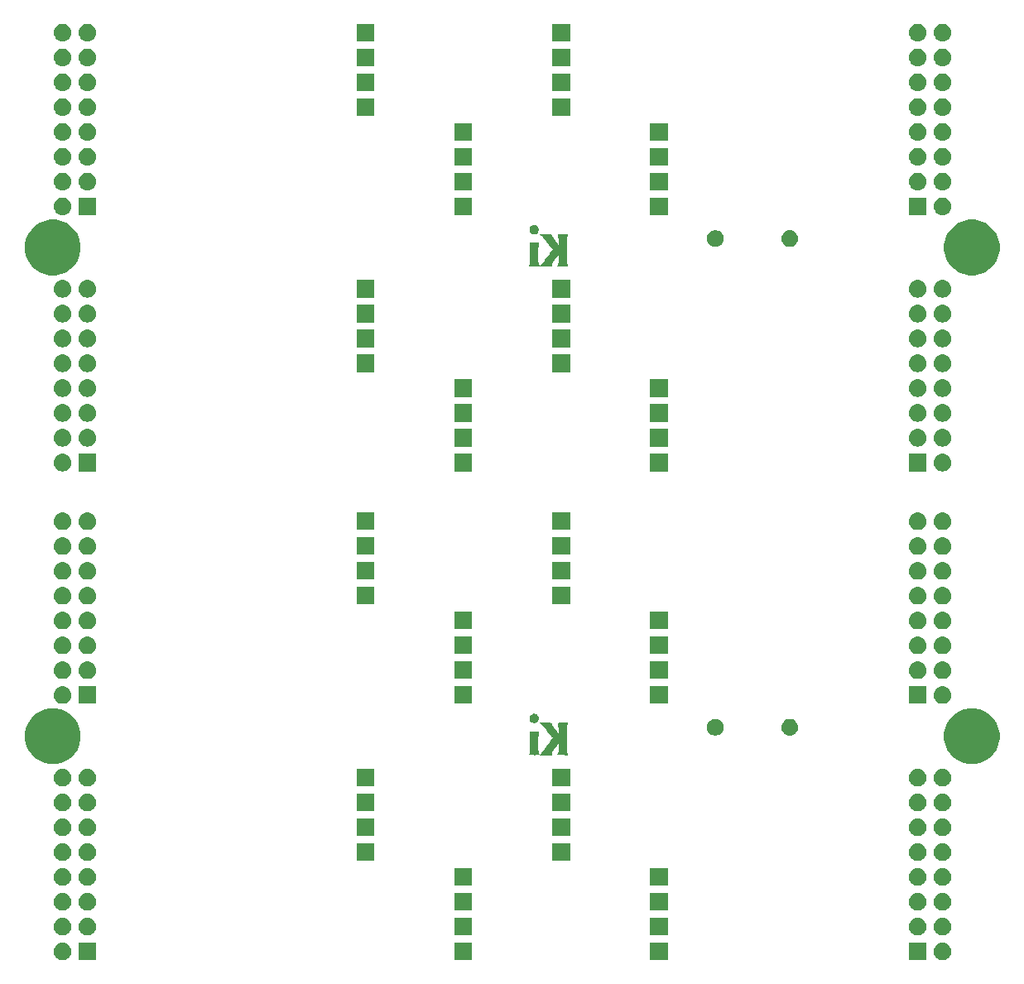
<source format=gbs>
G04 #@! TF.GenerationSoftware,KiCad,Pcbnew,(5.0.2)-1*
G04 #@! TF.CreationDate,2019-08-28T20:26:21+02:00*
G04 #@! TF.ProjectId,EleLab_v2_Bus100,456c654c-6162-45f7-9632-5f4275733130,rev?*
G04 #@! TF.SameCoordinates,Original*
G04 #@! TF.FileFunction,Soldermask,Bot*
G04 #@! TF.FilePolarity,Negative*
%FSLAX46Y46*%
G04 Gerber Fmt 4.6, Leading zero omitted, Abs format (unit mm)*
G04 Created by KiCad (PCBNEW (5.0.2)-1) date 28/08/2019 20:26:21*
%MOMM*%
%LPD*%
G01*
G04 APERTURE LIST*
%ADD10C,0.010000*%
%ADD11C,0.100000*%
G04 APERTURE END LIST*
D10*
G04 #@! TO.C,LO_2*
G36*
X147386253Y-101628400D02*
X146840941Y-101628400D01*
X147039721Y-101829787D01*
X147369429Y-102192691D01*
X147583849Y-102466815D01*
X147662297Y-102570400D01*
X147756856Y-102690529D01*
X147856950Y-102814202D01*
X147952002Y-102928419D01*
X148031434Y-103020181D01*
X148056532Y-103047760D01*
X148137964Y-103135212D01*
X148068006Y-103226356D01*
X147932564Y-103415604D01*
X147845022Y-103555050D01*
X147790152Y-103637286D01*
X147728876Y-103716612D01*
X147723727Y-103722607D01*
X147654778Y-103805581D01*
X147574253Y-103908137D01*
X147491058Y-104018288D01*
X147414098Y-104124047D01*
X147352281Y-104213425D01*
X147316624Y-104270547D01*
X147281543Y-104323596D01*
X147223014Y-104402062D01*
X147151180Y-104493252D01*
X147076185Y-104584472D01*
X147008172Y-104663032D01*
X146971800Y-104702020D01*
X146947911Y-104728081D01*
X146905637Y-104775406D01*
X146897523Y-104784570D01*
X146835945Y-104854200D01*
X147962400Y-104854200D01*
X147962400Y-104775923D01*
X147979163Y-104699395D01*
X148026393Y-104594149D01*
X148099507Y-104468239D01*
X148193919Y-104329716D01*
X148281458Y-104215533D01*
X148352732Y-104123313D01*
X148418053Y-104032269D01*
X148465223Y-103959535D01*
X148471329Y-103948833D01*
X148511371Y-103882434D01*
X148546658Y-103834284D01*
X148555301Y-103825500D01*
X148589862Y-103786816D01*
X148630085Y-103730250D01*
X148667774Y-103682093D01*
X148698285Y-103660487D01*
X148699586Y-103660400D01*
X148708462Y-103685091D01*
X148715582Y-103756381D01*
X148720736Y-103870092D01*
X148723717Y-104022044D01*
X148724400Y-104156961D01*
X148723716Y-104336263D01*
X148721305Y-104472270D01*
X148716625Y-104572475D01*
X148709137Y-104644369D01*
X148698302Y-104695443D01*
X148683579Y-104733188D01*
X148682756Y-104734811D01*
X148647283Y-104794491D01*
X148615777Y-104832618D01*
X148612906Y-104834761D01*
X148628403Y-104840323D01*
X148687753Y-104845262D01*
X148784014Y-104849312D01*
X148910241Y-104852207D01*
X149059489Y-104853682D01*
X149111206Y-104853811D01*
X149637711Y-104854200D01*
X149608032Y-104784350D01*
X149579859Y-104725758D01*
X149557776Y-104690370D01*
X149553943Y-104661142D01*
X149550343Y-104585781D01*
X149547041Y-104468951D01*
X149544104Y-104315317D01*
X149541601Y-104129546D01*
X149539596Y-103916302D01*
X149538158Y-103680251D01*
X149537353Y-103426059D01*
X149537201Y-103254290D01*
X149537259Y-102950311D01*
X149537530Y-102692912D01*
X149538154Y-102477874D01*
X149539274Y-102300978D01*
X149541031Y-102158004D01*
X149543567Y-102044733D01*
X149547024Y-101956945D01*
X149551543Y-101890421D01*
X149557267Y-101840941D01*
X149564338Y-101804286D01*
X149572896Y-101776237D01*
X149583084Y-101752574D01*
X149588001Y-101742699D01*
X149618756Y-101680869D01*
X149636810Y-101641660D01*
X149638801Y-101635729D01*
X149614665Y-101633507D01*
X149547312Y-101631556D01*
X149444328Y-101629984D01*
X149313294Y-101628901D01*
X149161795Y-101628415D01*
X149128083Y-101628400D01*
X148954940Y-101628664D01*
X148826371Y-101629831D01*
X148736154Y-101632464D01*
X148678063Y-101637123D01*
X148645876Y-101644372D01*
X148633368Y-101654772D01*
X148634314Y-101668885D01*
X148635836Y-101672850D01*
X148669195Y-101761673D01*
X148693261Y-101850181D01*
X148709420Y-101949141D01*
X148719058Y-102069321D01*
X148723560Y-102221488D01*
X148724400Y-102361088D01*
X148724401Y-102780904D01*
X148648201Y-102707900D01*
X148600587Y-102657557D01*
X148574006Y-102620278D01*
X148572000Y-102613483D01*
X148556863Y-102587550D01*
X148517372Y-102534128D01*
X148462412Y-102464145D01*
X148400868Y-102388529D01*
X148341623Y-102318209D01*
X148293561Y-102264114D01*
X148266761Y-102238000D01*
X148244439Y-102210734D01*
X148206064Y-102154630D01*
X148178198Y-102111000D01*
X148119995Y-102023298D01*
X148057049Y-101936698D01*
X148034701Y-101908362D01*
X147989987Y-101841736D01*
X147964592Y-101780643D01*
X147962400Y-101764390D01*
X147961878Y-101720677D01*
X147956209Y-101687502D01*
X147939238Y-101663412D01*
X147904811Y-101646955D01*
X147846774Y-101636677D01*
X147758972Y-101631127D01*
X147635250Y-101628851D01*
X147469455Y-101628396D01*
X147386253Y-101628400D01*
X147386253Y-101628400D01*
G37*
X147386253Y-101628400D02*
X146840941Y-101628400D01*
X147039721Y-101829787D01*
X147369429Y-102192691D01*
X147583849Y-102466815D01*
X147662297Y-102570400D01*
X147756856Y-102690529D01*
X147856950Y-102814202D01*
X147952002Y-102928419D01*
X148031434Y-103020181D01*
X148056532Y-103047760D01*
X148137964Y-103135212D01*
X148068006Y-103226356D01*
X147932564Y-103415604D01*
X147845022Y-103555050D01*
X147790152Y-103637286D01*
X147728876Y-103716612D01*
X147723727Y-103722607D01*
X147654778Y-103805581D01*
X147574253Y-103908137D01*
X147491058Y-104018288D01*
X147414098Y-104124047D01*
X147352281Y-104213425D01*
X147316624Y-104270547D01*
X147281543Y-104323596D01*
X147223014Y-104402062D01*
X147151180Y-104493252D01*
X147076185Y-104584472D01*
X147008172Y-104663032D01*
X146971800Y-104702020D01*
X146947911Y-104728081D01*
X146905637Y-104775406D01*
X146897523Y-104784570D01*
X146835945Y-104854200D01*
X147962400Y-104854200D01*
X147962400Y-104775923D01*
X147979163Y-104699395D01*
X148026393Y-104594149D01*
X148099507Y-104468239D01*
X148193919Y-104329716D01*
X148281458Y-104215533D01*
X148352732Y-104123313D01*
X148418053Y-104032269D01*
X148465223Y-103959535D01*
X148471329Y-103948833D01*
X148511371Y-103882434D01*
X148546658Y-103834284D01*
X148555301Y-103825500D01*
X148589862Y-103786816D01*
X148630085Y-103730250D01*
X148667774Y-103682093D01*
X148698285Y-103660487D01*
X148699586Y-103660400D01*
X148708462Y-103685091D01*
X148715582Y-103756381D01*
X148720736Y-103870092D01*
X148723717Y-104022044D01*
X148724400Y-104156961D01*
X148723716Y-104336263D01*
X148721305Y-104472270D01*
X148716625Y-104572475D01*
X148709137Y-104644369D01*
X148698302Y-104695443D01*
X148683579Y-104733188D01*
X148682756Y-104734811D01*
X148647283Y-104794491D01*
X148615777Y-104832618D01*
X148612906Y-104834761D01*
X148628403Y-104840323D01*
X148687753Y-104845262D01*
X148784014Y-104849312D01*
X148910241Y-104852207D01*
X149059489Y-104853682D01*
X149111206Y-104853811D01*
X149637711Y-104854200D01*
X149608032Y-104784350D01*
X149579859Y-104725758D01*
X149557776Y-104690370D01*
X149553943Y-104661142D01*
X149550343Y-104585781D01*
X149547041Y-104468951D01*
X149544104Y-104315317D01*
X149541601Y-104129546D01*
X149539596Y-103916302D01*
X149538158Y-103680251D01*
X149537353Y-103426059D01*
X149537201Y-103254290D01*
X149537259Y-102950311D01*
X149537530Y-102692912D01*
X149538154Y-102477874D01*
X149539274Y-102300978D01*
X149541031Y-102158004D01*
X149543567Y-102044733D01*
X149547024Y-101956945D01*
X149551543Y-101890421D01*
X149557267Y-101840941D01*
X149564338Y-101804286D01*
X149572896Y-101776237D01*
X149583084Y-101752574D01*
X149588001Y-101742699D01*
X149618756Y-101680869D01*
X149636810Y-101641660D01*
X149638801Y-101635729D01*
X149614665Y-101633507D01*
X149547312Y-101631556D01*
X149444328Y-101629984D01*
X149313294Y-101628901D01*
X149161795Y-101628415D01*
X149128083Y-101628400D01*
X148954940Y-101628664D01*
X148826371Y-101629831D01*
X148736154Y-101632464D01*
X148678063Y-101637123D01*
X148645876Y-101644372D01*
X148633368Y-101654772D01*
X148634314Y-101668885D01*
X148635836Y-101672850D01*
X148669195Y-101761673D01*
X148693261Y-101850181D01*
X148709420Y-101949141D01*
X148719058Y-102069321D01*
X148723560Y-102221488D01*
X148724400Y-102361088D01*
X148724401Y-102780904D01*
X148648201Y-102707900D01*
X148600587Y-102657557D01*
X148574006Y-102620278D01*
X148572000Y-102613483D01*
X148556863Y-102587550D01*
X148517372Y-102534128D01*
X148462412Y-102464145D01*
X148400868Y-102388529D01*
X148341623Y-102318209D01*
X148293561Y-102264114D01*
X148266761Y-102238000D01*
X148244439Y-102210734D01*
X148206064Y-102154630D01*
X148178198Y-102111000D01*
X148119995Y-102023298D01*
X148057049Y-101936698D01*
X148034701Y-101908362D01*
X147989987Y-101841736D01*
X147964592Y-101780643D01*
X147962400Y-101764390D01*
X147961878Y-101720677D01*
X147956209Y-101687502D01*
X147939238Y-101663412D01*
X147904811Y-101646955D01*
X147846774Y-101636677D01*
X147758972Y-101631127D01*
X147635250Y-101628851D01*
X147469455Y-101628396D01*
X147386253Y-101628400D01*
G36*
X145803400Y-103592045D02*
X145803179Y-103863528D01*
X145802417Y-104088618D01*
X145800974Y-104271721D01*
X145798706Y-104417240D01*
X145795469Y-104529583D01*
X145791122Y-104613155D01*
X145785520Y-104672359D01*
X145778522Y-104711603D01*
X145769984Y-104735292D01*
X145766108Y-104741395D01*
X145739822Y-104778943D01*
X145729109Y-104807085D01*
X145739290Y-104827174D01*
X145775688Y-104840563D01*
X145843624Y-104848605D01*
X145948422Y-104852653D01*
X146095402Y-104854060D01*
X146209800Y-104854200D01*
X146360082Y-104853515D01*
X146491273Y-104851608D01*
X146595573Y-104848702D01*
X146665181Y-104845017D01*
X146692295Y-104840776D01*
X146692400Y-104840488D01*
X146681845Y-104811454D01*
X146655274Y-104754509D01*
X146641600Y-104727200D01*
X146628734Y-104699760D01*
X146618241Y-104669394D01*
X146609880Y-104630920D01*
X146603409Y-104579155D01*
X146598589Y-104508918D01*
X146595178Y-104415027D01*
X146592935Y-104292301D01*
X146591619Y-104135559D01*
X146590990Y-103939617D01*
X146590805Y-103699296D01*
X146590800Y-103634750D01*
X146591053Y-103377269D01*
X146591929Y-103165749D01*
X146593604Y-102995351D01*
X146596252Y-102861238D01*
X146600050Y-102758571D01*
X146605173Y-102682513D01*
X146611797Y-102628226D01*
X146620097Y-102590872D01*
X146629553Y-102566938D01*
X146668305Y-102492000D01*
X145803400Y-102492000D01*
X145803400Y-103592045D01*
X145803400Y-103592045D01*
G37*
X145803400Y-103592045D02*
X145803179Y-103863528D01*
X145802417Y-104088618D01*
X145800974Y-104271721D01*
X145798706Y-104417240D01*
X145795469Y-104529583D01*
X145791122Y-104613155D01*
X145785520Y-104672359D01*
X145778522Y-104711603D01*
X145769984Y-104735292D01*
X145766108Y-104741395D01*
X145739822Y-104778943D01*
X145729109Y-104807085D01*
X145739290Y-104827174D01*
X145775688Y-104840563D01*
X145843624Y-104848605D01*
X145948422Y-104852653D01*
X146095402Y-104854060D01*
X146209800Y-104854200D01*
X146360082Y-104853515D01*
X146491273Y-104851608D01*
X146595573Y-104848702D01*
X146665181Y-104845017D01*
X146692295Y-104840776D01*
X146692400Y-104840488D01*
X146681845Y-104811454D01*
X146655274Y-104754509D01*
X146641600Y-104727200D01*
X146628734Y-104699760D01*
X146618241Y-104669394D01*
X146609880Y-104630920D01*
X146603409Y-104579155D01*
X146598589Y-104508918D01*
X146595178Y-104415027D01*
X146592935Y-104292301D01*
X146591619Y-104135559D01*
X146590990Y-103939617D01*
X146590805Y-103699296D01*
X146590800Y-103634750D01*
X146591053Y-103377269D01*
X146591929Y-103165749D01*
X146593604Y-102995351D01*
X146596252Y-102861238D01*
X146600050Y-102758571D01*
X146605173Y-102682513D01*
X146611797Y-102628226D01*
X146620097Y-102590872D01*
X146629553Y-102566938D01*
X146668305Y-102492000D01*
X145803400Y-102492000D01*
X145803400Y-103592045D01*
G36*
X146044059Y-100725960D02*
X145926455Y-100792395D01*
X145832977Y-100895045D01*
X145789188Y-100981124D01*
X145758578Y-101119614D01*
X145767679Y-101257591D01*
X145815027Y-101379084D01*
X145827412Y-101397850D01*
X145917851Y-101485408D01*
X146036729Y-101545553D01*
X146169667Y-101575418D01*
X146302287Y-101572134D01*
X146420210Y-101532832D01*
X146440994Y-101520244D01*
X146523263Y-101441394D01*
X146591086Y-101332770D01*
X146633253Y-101215295D01*
X146641600Y-101145799D01*
X146622326Y-101036575D01*
X146571810Y-100922110D01*
X146501018Y-100823158D01*
X146445358Y-100774295D01*
X146313139Y-100713876D01*
X146176163Y-100698776D01*
X146044059Y-100725960D01*
X146044059Y-100725960D01*
G37*
X146044059Y-100725960D02*
X145926455Y-100792395D01*
X145832977Y-100895045D01*
X145789188Y-100981124D01*
X145758578Y-101119614D01*
X145767679Y-101257591D01*
X145815027Y-101379084D01*
X145827412Y-101397850D01*
X145917851Y-101485408D01*
X146036729Y-101545553D01*
X146169667Y-101575418D01*
X146302287Y-101572134D01*
X146420210Y-101532832D01*
X146440994Y-101520244D01*
X146523263Y-101441394D01*
X146591086Y-101332770D01*
X146633253Y-101215295D01*
X146641600Y-101145799D01*
X146622326Y-101036575D01*
X146571810Y-100922110D01*
X146501018Y-100823158D01*
X146445358Y-100774295D01*
X146313139Y-100713876D01*
X146176163Y-100698776D01*
X146044059Y-100725960D01*
G36*
X146044059Y-50725960D02*
X145926455Y-50792395D01*
X145832977Y-50895045D01*
X145789188Y-50981124D01*
X145758578Y-51119614D01*
X145767679Y-51257591D01*
X145815027Y-51379084D01*
X145827412Y-51397850D01*
X145917851Y-51485408D01*
X146036729Y-51545553D01*
X146169667Y-51575418D01*
X146302287Y-51572134D01*
X146420210Y-51532832D01*
X146440994Y-51520244D01*
X146523263Y-51441394D01*
X146591086Y-51332770D01*
X146633253Y-51215295D01*
X146641600Y-51145799D01*
X146622326Y-51036575D01*
X146571810Y-50922110D01*
X146501018Y-50823158D01*
X146445358Y-50774295D01*
X146313139Y-50713876D01*
X146176163Y-50698776D01*
X146044059Y-50725960D01*
X146044059Y-50725960D01*
G37*
X146044059Y-50725960D02*
X145926455Y-50792395D01*
X145832977Y-50895045D01*
X145789188Y-50981124D01*
X145758578Y-51119614D01*
X145767679Y-51257591D01*
X145815027Y-51379084D01*
X145827412Y-51397850D01*
X145917851Y-51485408D01*
X146036729Y-51545553D01*
X146169667Y-51575418D01*
X146302287Y-51572134D01*
X146420210Y-51532832D01*
X146440994Y-51520244D01*
X146523263Y-51441394D01*
X146591086Y-51332770D01*
X146633253Y-51215295D01*
X146641600Y-51145799D01*
X146622326Y-51036575D01*
X146571810Y-50922110D01*
X146501018Y-50823158D01*
X146445358Y-50774295D01*
X146313139Y-50713876D01*
X146176163Y-50698776D01*
X146044059Y-50725960D01*
G36*
X145803400Y-53592045D02*
X145803179Y-53863528D01*
X145802417Y-54088618D01*
X145800974Y-54271721D01*
X145798706Y-54417240D01*
X145795469Y-54529583D01*
X145791122Y-54613155D01*
X145785520Y-54672359D01*
X145778522Y-54711603D01*
X145769984Y-54735292D01*
X145766108Y-54741395D01*
X145739822Y-54778943D01*
X145729109Y-54807085D01*
X145739290Y-54827174D01*
X145775688Y-54840563D01*
X145843624Y-54848605D01*
X145948422Y-54852653D01*
X146095402Y-54854060D01*
X146209800Y-54854200D01*
X146360082Y-54853515D01*
X146491273Y-54851608D01*
X146595573Y-54848702D01*
X146665181Y-54845017D01*
X146692295Y-54840776D01*
X146692400Y-54840488D01*
X146681845Y-54811454D01*
X146655274Y-54754509D01*
X146641600Y-54727200D01*
X146628734Y-54699760D01*
X146618241Y-54669394D01*
X146609880Y-54630920D01*
X146603409Y-54579155D01*
X146598589Y-54508918D01*
X146595178Y-54415027D01*
X146592935Y-54292301D01*
X146591619Y-54135559D01*
X146590990Y-53939617D01*
X146590805Y-53699296D01*
X146590800Y-53634750D01*
X146591053Y-53377269D01*
X146591929Y-53165749D01*
X146593604Y-52995351D01*
X146596252Y-52861238D01*
X146600050Y-52758571D01*
X146605173Y-52682513D01*
X146611797Y-52628226D01*
X146620097Y-52590872D01*
X146629553Y-52566938D01*
X146668305Y-52492000D01*
X145803400Y-52492000D01*
X145803400Y-53592045D01*
X145803400Y-53592045D01*
G37*
X145803400Y-53592045D02*
X145803179Y-53863528D01*
X145802417Y-54088618D01*
X145800974Y-54271721D01*
X145798706Y-54417240D01*
X145795469Y-54529583D01*
X145791122Y-54613155D01*
X145785520Y-54672359D01*
X145778522Y-54711603D01*
X145769984Y-54735292D01*
X145766108Y-54741395D01*
X145739822Y-54778943D01*
X145729109Y-54807085D01*
X145739290Y-54827174D01*
X145775688Y-54840563D01*
X145843624Y-54848605D01*
X145948422Y-54852653D01*
X146095402Y-54854060D01*
X146209800Y-54854200D01*
X146360082Y-54853515D01*
X146491273Y-54851608D01*
X146595573Y-54848702D01*
X146665181Y-54845017D01*
X146692295Y-54840776D01*
X146692400Y-54840488D01*
X146681845Y-54811454D01*
X146655274Y-54754509D01*
X146641600Y-54727200D01*
X146628734Y-54699760D01*
X146618241Y-54669394D01*
X146609880Y-54630920D01*
X146603409Y-54579155D01*
X146598589Y-54508918D01*
X146595178Y-54415027D01*
X146592935Y-54292301D01*
X146591619Y-54135559D01*
X146590990Y-53939617D01*
X146590805Y-53699296D01*
X146590800Y-53634750D01*
X146591053Y-53377269D01*
X146591929Y-53165749D01*
X146593604Y-52995351D01*
X146596252Y-52861238D01*
X146600050Y-52758571D01*
X146605173Y-52682513D01*
X146611797Y-52628226D01*
X146620097Y-52590872D01*
X146629553Y-52566938D01*
X146668305Y-52492000D01*
X145803400Y-52492000D01*
X145803400Y-53592045D01*
G36*
X147386253Y-51628400D02*
X146840941Y-51628400D01*
X147039721Y-51829787D01*
X147369429Y-52192691D01*
X147583849Y-52466815D01*
X147662297Y-52570400D01*
X147756856Y-52690529D01*
X147856950Y-52814202D01*
X147952002Y-52928419D01*
X148031434Y-53020181D01*
X148056532Y-53047760D01*
X148137964Y-53135212D01*
X148068006Y-53226356D01*
X147932564Y-53415604D01*
X147845022Y-53555050D01*
X147790152Y-53637286D01*
X147728876Y-53716612D01*
X147723727Y-53722607D01*
X147654778Y-53805581D01*
X147574253Y-53908137D01*
X147491058Y-54018288D01*
X147414098Y-54124047D01*
X147352281Y-54213425D01*
X147316624Y-54270547D01*
X147281543Y-54323596D01*
X147223014Y-54402062D01*
X147151180Y-54493252D01*
X147076185Y-54584472D01*
X147008172Y-54663032D01*
X146971800Y-54702020D01*
X146947911Y-54728081D01*
X146905637Y-54775406D01*
X146897523Y-54784570D01*
X146835945Y-54854200D01*
X147962400Y-54854200D01*
X147962400Y-54775923D01*
X147979163Y-54699395D01*
X148026393Y-54594149D01*
X148099507Y-54468239D01*
X148193919Y-54329716D01*
X148281458Y-54215533D01*
X148352732Y-54123313D01*
X148418053Y-54032269D01*
X148465223Y-53959535D01*
X148471329Y-53948833D01*
X148511371Y-53882434D01*
X148546658Y-53834284D01*
X148555301Y-53825500D01*
X148589862Y-53786816D01*
X148630085Y-53730250D01*
X148667774Y-53682093D01*
X148698285Y-53660487D01*
X148699586Y-53660400D01*
X148708462Y-53685091D01*
X148715582Y-53756381D01*
X148720736Y-53870092D01*
X148723717Y-54022044D01*
X148724400Y-54156961D01*
X148723716Y-54336263D01*
X148721305Y-54472270D01*
X148716625Y-54572475D01*
X148709137Y-54644369D01*
X148698302Y-54695443D01*
X148683579Y-54733188D01*
X148682756Y-54734811D01*
X148647283Y-54794491D01*
X148615777Y-54832618D01*
X148612906Y-54834761D01*
X148628403Y-54840323D01*
X148687753Y-54845262D01*
X148784014Y-54849312D01*
X148910241Y-54852207D01*
X149059489Y-54853682D01*
X149111206Y-54853811D01*
X149637711Y-54854200D01*
X149608032Y-54784350D01*
X149579859Y-54725758D01*
X149557776Y-54690370D01*
X149553943Y-54661142D01*
X149550343Y-54585781D01*
X149547041Y-54468951D01*
X149544104Y-54315317D01*
X149541601Y-54129546D01*
X149539596Y-53916302D01*
X149538158Y-53680251D01*
X149537353Y-53426059D01*
X149537201Y-53254290D01*
X149537259Y-52950311D01*
X149537530Y-52692912D01*
X149538154Y-52477874D01*
X149539274Y-52300978D01*
X149541031Y-52158004D01*
X149543567Y-52044733D01*
X149547024Y-51956945D01*
X149551543Y-51890421D01*
X149557267Y-51840941D01*
X149564338Y-51804286D01*
X149572896Y-51776237D01*
X149583084Y-51752574D01*
X149588001Y-51742699D01*
X149618756Y-51680869D01*
X149636810Y-51641660D01*
X149638801Y-51635729D01*
X149614665Y-51633507D01*
X149547312Y-51631556D01*
X149444328Y-51629984D01*
X149313294Y-51628901D01*
X149161795Y-51628415D01*
X149128083Y-51628400D01*
X148954940Y-51628664D01*
X148826371Y-51629831D01*
X148736154Y-51632464D01*
X148678063Y-51637123D01*
X148645876Y-51644372D01*
X148633368Y-51654772D01*
X148634314Y-51668885D01*
X148635836Y-51672850D01*
X148669195Y-51761673D01*
X148693261Y-51850181D01*
X148709420Y-51949141D01*
X148719058Y-52069321D01*
X148723560Y-52221488D01*
X148724400Y-52361088D01*
X148724401Y-52780904D01*
X148648201Y-52707900D01*
X148600587Y-52657557D01*
X148574006Y-52620278D01*
X148572000Y-52613483D01*
X148556863Y-52587550D01*
X148517372Y-52534128D01*
X148462412Y-52464145D01*
X148400868Y-52388529D01*
X148341623Y-52318209D01*
X148293561Y-52264114D01*
X148266761Y-52238000D01*
X148244439Y-52210734D01*
X148206064Y-52154630D01*
X148178198Y-52111000D01*
X148119995Y-52023298D01*
X148057049Y-51936698D01*
X148034701Y-51908362D01*
X147989987Y-51841736D01*
X147964592Y-51780643D01*
X147962400Y-51764390D01*
X147961878Y-51720677D01*
X147956209Y-51687502D01*
X147939238Y-51663412D01*
X147904811Y-51646955D01*
X147846774Y-51636677D01*
X147758972Y-51631127D01*
X147635250Y-51628851D01*
X147469455Y-51628396D01*
X147386253Y-51628400D01*
X147386253Y-51628400D01*
G37*
X147386253Y-51628400D02*
X146840941Y-51628400D01*
X147039721Y-51829787D01*
X147369429Y-52192691D01*
X147583849Y-52466815D01*
X147662297Y-52570400D01*
X147756856Y-52690529D01*
X147856950Y-52814202D01*
X147952002Y-52928419D01*
X148031434Y-53020181D01*
X148056532Y-53047760D01*
X148137964Y-53135212D01*
X148068006Y-53226356D01*
X147932564Y-53415604D01*
X147845022Y-53555050D01*
X147790152Y-53637286D01*
X147728876Y-53716612D01*
X147723727Y-53722607D01*
X147654778Y-53805581D01*
X147574253Y-53908137D01*
X147491058Y-54018288D01*
X147414098Y-54124047D01*
X147352281Y-54213425D01*
X147316624Y-54270547D01*
X147281543Y-54323596D01*
X147223014Y-54402062D01*
X147151180Y-54493252D01*
X147076185Y-54584472D01*
X147008172Y-54663032D01*
X146971800Y-54702020D01*
X146947911Y-54728081D01*
X146905637Y-54775406D01*
X146897523Y-54784570D01*
X146835945Y-54854200D01*
X147962400Y-54854200D01*
X147962400Y-54775923D01*
X147979163Y-54699395D01*
X148026393Y-54594149D01*
X148099507Y-54468239D01*
X148193919Y-54329716D01*
X148281458Y-54215533D01*
X148352732Y-54123313D01*
X148418053Y-54032269D01*
X148465223Y-53959535D01*
X148471329Y-53948833D01*
X148511371Y-53882434D01*
X148546658Y-53834284D01*
X148555301Y-53825500D01*
X148589862Y-53786816D01*
X148630085Y-53730250D01*
X148667774Y-53682093D01*
X148698285Y-53660487D01*
X148699586Y-53660400D01*
X148708462Y-53685091D01*
X148715582Y-53756381D01*
X148720736Y-53870092D01*
X148723717Y-54022044D01*
X148724400Y-54156961D01*
X148723716Y-54336263D01*
X148721305Y-54472270D01*
X148716625Y-54572475D01*
X148709137Y-54644369D01*
X148698302Y-54695443D01*
X148683579Y-54733188D01*
X148682756Y-54734811D01*
X148647283Y-54794491D01*
X148615777Y-54832618D01*
X148612906Y-54834761D01*
X148628403Y-54840323D01*
X148687753Y-54845262D01*
X148784014Y-54849312D01*
X148910241Y-54852207D01*
X149059489Y-54853682D01*
X149111206Y-54853811D01*
X149637711Y-54854200D01*
X149608032Y-54784350D01*
X149579859Y-54725758D01*
X149557776Y-54690370D01*
X149553943Y-54661142D01*
X149550343Y-54585781D01*
X149547041Y-54468951D01*
X149544104Y-54315317D01*
X149541601Y-54129546D01*
X149539596Y-53916302D01*
X149538158Y-53680251D01*
X149537353Y-53426059D01*
X149537201Y-53254290D01*
X149537259Y-52950311D01*
X149537530Y-52692912D01*
X149538154Y-52477874D01*
X149539274Y-52300978D01*
X149541031Y-52158004D01*
X149543567Y-52044733D01*
X149547024Y-51956945D01*
X149551543Y-51890421D01*
X149557267Y-51840941D01*
X149564338Y-51804286D01*
X149572896Y-51776237D01*
X149583084Y-51752574D01*
X149588001Y-51742699D01*
X149618756Y-51680869D01*
X149636810Y-51641660D01*
X149638801Y-51635729D01*
X149614665Y-51633507D01*
X149547312Y-51631556D01*
X149444328Y-51629984D01*
X149313294Y-51628901D01*
X149161795Y-51628415D01*
X149128083Y-51628400D01*
X148954940Y-51628664D01*
X148826371Y-51629831D01*
X148736154Y-51632464D01*
X148678063Y-51637123D01*
X148645876Y-51644372D01*
X148633368Y-51654772D01*
X148634314Y-51668885D01*
X148635836Y-51672850D01*
X148669195Y-51761673D01*
X148693261Y-51850181D01*
X148709420Y-51949141D01*
X148719058Y-52069321D01*
X148723560Y-52221488D01*
X148724400Y-52361088D01*
X148724401Y-52780904D01*
X148648201Y-52707900D01*
X148600587Y-52657557D01*
X148574006Y-52620278D01*
X148572000Y-52613483D01*
X148556863Y-52587550D01*
X148517372Y-52534128D01*
X148462412Y-52464145D01*
X148400868Y-52388529D01*
X148341623Y-52318209D01*
X148293561Y-52264114D01*
X148266761Y-52238000D01*
X148244439Y-52210734D01*
X148206064Y-52154630D01*
X148178198Y-52111000D01*
X148119995Y-52023298D01*
X148057049Y-51936698D01*
X148034701Y-51908362D01*
X147989987Y-51841736D01*
X147964592Y-51780643D01*
X147962400Y-51764390D01*
X147961878Y-51720677D01*
X147956209Y-51687502D01*
X147939238Y-51663412D01*
X147904811Y-51646955D01*
X147846774Y-51636677D01*
X147758972Y-51631127D01*
X147635250Y-51628851D01*
X147469455Y-51628396D01*
X147386253Y-51628400D01*
D11*
G36*
X188110443Y-124105519D02*
X188176627Y-124112037D01*
X188289853Y-124146384D01*
X188346467Y-124163557D01*
X188485087Y-124237652D01*
X188502991Y-124247222D01*
X188538729Y-124276552D01*
X188640186Y-124359814D01*
X188723448Y-124461271D01*
X188752778Y-124497009D01*
X188752779Y-124497011D01*
X188836443Y-124653533D01*
X188836443Y-124653534D01*
X188887963Y-124823373D01*
X188905359Y-125000000D01*
X188887963Y-125176627D01*
X188853616Y-125289853D01*
X188836443Y-125346467D01*
X188762348Y-125485087D01*
X188752778Y-125502991D01*
X188723448Y-125538729D01*
X188640186Y-125640186D01*
X188538729Y-125723448D01*
X188502991Y-125752778D01*
X188502989Y-125752779D01*
X188346467Y-125836443D01*
X188289853Y-125853616D01*
X188176627Y-125887963D01*
X188110443Y-125894481D01*
X188044260Y-125901000D01*
X187955740Y-125901000D01*
X187889557Y-125894481D01*
X187823373Y-125887963D01*
X187710147Y-125853616D01*
X187653533Y-125836443D01*
X187497011Y-125752779D01*
X187497009Y-125752778D01*
X187461271Y-125723448D01*
X187359814Y-125640186D01*
X187276552Y-125538729D01*
X187247222Y-125502991D01*
X187237652Y-125485087D01*
X187163557Y-125346467D01*
X187146384Y-125289853D01*
X187112037Y-125176627D01*
X187094641Y-125000000D01*
X187112037Y-124823373D01*
X187163557Y-124653534D01*
X187163557Y-124653533D01*
X187247221Y-124497011D01*
X187247222Y-124497009D01*
X187276552Y-124461271D01*
X187359814Y-124359814D01*
X187461271Y-124276552D01*
X187497009Y-124247222D01*
X187514913Y-124237652D01*
X187653533Y-124163557D01*
X187710147Y-124146384D01*
X187823373Y-124112037D01*
X187889557Y-124105519D01*
X187955740Y-124099000D01*
X188044260Y-124099000D01*
X188110443Y-124105519D01*
X188110443Y-124105519D01*
G37*
G36*
X186361000Y-125901000D02*
X184559000Y-125901000D01*
X184559000Y-124099000D01*
X186361000Y-124099000D01*
X186361000Y-125901000D01*
X186361000Y-125901000D01*
G37*
G36*
X98110443Y-124105519D02*
X98176627Y-124112037D01*
X98289853Y-124146384D01*
X98346467Y-124163557D01*
X98485087Y-124237652D01*
X98502991Y-124247222D01*
X98538729Y-124276552D01*
X98640186Y-124359814D01*
X98723448Y-124461271D01*
X98752778Y-124497009D01*
X98752779Y-124497011D01*
X98836443Y-124653533D01*
X98836443Y-124653534D01*
X98887963Y-124823373D01*
X98905359Y-125000000D01*
X98887963Y-125176627D01*
X98853616Y-125289853D01*
X98836443Y-125346467D01*
X98762348Y-125485087D01*
X98752778Y-125502991D01*
X98723448Y-125538729D01*
X98640186Y-125640186D01*
X98538729Y-125723448D01*
X98502991Y-125752778D01*
X98502989Y-125752779D01*
X98346467Y-125836443D01*
X98289853Y-125853616D01*
X98176627Y-125887963D01*
X98110443Y-125894481D01*
X98044260Y-125901000D01*
X97955740Y-125901000D01*
X97889557Y-125894481D01*
X97823373Y-125887963D01*
X97710147Y-125853616D01*
X97653533Y-125836443D01*
X97497011Y-125752779D01*
X97497009Y-125752778D01*
X97461271Y-125723448D01*
X97359814Y-125640186D01*
X97276552Y-125538729D01*
X97247222Y-125502991D01*
X97237652Y-125485087D01*
X97163557Y-125346467D01*
X97146384Y-125289853D01*
X97112037Y-125176627D01*
X97094641Y-125000000D01*
X97112037Y-124823373D01*
X97163557Y-124653534D01*
X97163557Y-124653533D01*
X97247221Y-124497011D01*
X97247222Y-124497009D01*
X97276552Y-124461271D01*
X97359814Y-124359814D01*
X97461271Y-124276552D01*
X97497009Y-124247222D01*
X97514913Y-124237652D01*
X97653533Y-124163557D01*
X97710147Y-124146384D01*
X97823373Y-124112037D01*
X97889557Y-124105519D01*
X97955740Y-124099000D01*
X98044260Y-124099000D01*
X98110443Y-124105519D01*
X98110443Y-124105519D01*
G37*
G36*
X101441000Y-125901000D02*
X99639000Y-125901000D01*
X99639000Y-124099000D01*
X101441000Y-124099000D01*
X101441000Y-125901000D01*
X101441000Y-125901000D01*
G37*
G36*
X139901000Y-125901000D02*
X138099000Y-125901000D01*
X138099000Y-124099000D01*
X139901000Y-124099000D01*
X139901000Y-125901000D01*
X139901000Y-125901000D01*
G37*
G36*
X159901000Y-125901000D02*
X158099000Y-125901000D01*
X158099000Y-124099000D01*
X159901000Y-124099000D01*
X159901000Y-125901000D01*
X159901000Y-125901000D01*
G37*
G36*
X188110442Y-121565518D02*
X188176627Y-121572037D01*
X188289853Y-121606384D01*
X188346467Y-121623557D01*
X188485087Y-121697652D01*
X188502991Y-121707222D01*
X188538729Y-121736552D01*
X188640186Y-121819814D01*
X188723448Y-121921271D01*
X188752778Y-121957009D01*
X188752779Y-121957011D01*
X188836443Y-122113533D01*
X188836443Y-122113534D01*
X188887963Y-122283373D01*
X188905359Y-122460000D01*
X188887963Y-122636627D01*
X188853616Y-122749853D01*
X188836443Y-122806467D01*
X188762348Y-122945087D01*
X188752778Y-122962991D01*
X188723448Y-122998729D01*
X188640186Y-123100186D01*
X188538729Y-123183448D01*
X188502991Y-123212778D01*
X188502989Y-123212779D01*
X188346467Y-123296443D01*
X188289853Y-123313616D01*
X188176627Y-123347963D01*
X188110443Y-123354481D01*
X188044260Y-123361000D01*
X187955740Y-123361000D01*
X187889557Y-123354481D01*
X187823373Y-123347963D01*
X187710147Y-123313616D01*
X187653533Y-123296443D01*
X187497011Y-123212779D01*
X187497009Y-123212778D01*
X187461271Y-123183448D01*
X187359814Y-123100186D01*
X187276552Y-122998729D01*
X187247222Y-122962991D01*
X187237652Y-122945087D01*
X187163557Y-122806467D01*
X187146384Y-122749853D01*
X187112037Y-122636627D01*
X187094641Y-122460000D01*
X187112037Y-122283373D01*
X187163557Y-122113534D01*
X187163557Y-122113533D01*
X187247221Y-121957011D01*
X187247222Y-121957009D01*
X187276552Y-121921271D01*
X187359814Y-121819814D01*
X187461271Y-121736552D01*
X187497009Y-121707222D01*
X187514913Y-121697652D01*
X187653533Y-121623557D01*
X187710147Y-121606384D01*
X187823373Y-121572037D01*
X187889558Y-121565518D01*
X187955740Y-121559000D01*
X188044260Y-121559000D01*
X188110442Y-121565518D01*
X188110442Y-121565518D01*
G37*
G36*
X98110442Y-121565518D02*
X98176627Y-121572037D01*
X98289853Y-121606384D01*
X98346467Y-121623557D01*
X98485087Y-121697652D01*
X98502991Y-121707222D01*
X98538729Y-121736552D01*
X98640186Y-121819814D01*
X98723448Y-121921271D01*
X98752778Y-121957009D01*
X98752779Y-121957011D01*
X98836443Y-122113533D01*
X98836443Y-122113534D01*
X98887963Y-122283373D01*
X98905359Y-122460000D01*
X98887963Y-122636627D01*
X98853616Y-122749853D01*
X98836443Y-122806467D01*
X98762348Y-122945087D01*
X98752778Y-122962991D01*
X98723448Y-122998729D01*
X98640186Y-123100186D01*
X98538729Y-123183448D01*
X98502991Y-123212778D01*
X98502989Y-123212779D01*
X98346467Y-123296443D01*
X98289853Y-123313616D01*
X98176627Y-123347963D01*
X98110443Y-123354481D01*
X98044260Y-123361000D01*
X97955740Y-123361000D01*
X97889557Y-123354481D01*
X97823373Y-123347963D01*
X97710147Y-123313616D01*
X97653533Y-123296443D01*
X97497011Y-123212779D01*
X97497009Y-123212778D01*
X97461271Y-123183448D01*
X97359814Y-123100186D01*
X97276552Y-122998729D01*
X97247222Y-122962991D01*
X97237652Y-122945087D01*
X97163557Y-122806467D01*
X97146384Y-122749853D01*
X97112037Y-122636627D01*
X97094641Y-122460000D01*
X97112037Y-122283373D01*
X97163557Y-122113534D01*
X97163557Y-122113533D01*
X97247221Y-121957011D01*
X97247222Y-121957009D01*
X97276552Y-121921271D01*
X97359814Y-121819814D01*
X97461271Y-121736552D01*
X97497009Y-121707222D01*
X97514913Y-121697652D01*
X97653533Y-121623557D01*
X97710147Y-121606384D01*
X97823373Y-121572037D01*
X97889558Y-121565518D01*
X97955740Y-121559000D01*
X98044260Y-121559000D01*
X98110442Y-121565518D01*
X98110442Y-121565518D01*
G37*
G36*
X100650442Y-121565518D02*
X100716627Y-121572037D01*
X100829853Y-121606384D01*
X100886467Y-121623557D01*
X101025087Y-121697652D01*
X101042991Y-121707222D01*
X101078729Y-121736552D01*
X101180186Y-121819814D01*
X101263448Y-121921271D01*
X101292778Y-121957009D01*
X101292779Y-121957011D01*
X101376443Y-122113533D01*
X101376443Y-122113534D01*
X101427963Y-122283373D01*
X101445359Y-122460000D01*
X101427963Y-122636627D01*
X101393616Y-122749853D01*
X101376443Y-122806467D01*
X101302348Y-122945087D01*
X101292778Y-122962991D01*
X101263448Y-122998729D01*
X101180186Y-123100186D01*
X101078729Y-123183448D01*
X101042991Y-123212778D01*
X101042989Y-123212779D01*
X100886467Y-123296443D01*
X100829853Y-123313616D01*
X100716627Y-123347963D01*
X100650443Y-123354481D01*
X100584260Y-123361000D01*
X100495740Y-123361000D01*
X100429557Y-123354481D01*
X100363373Y-123347963D01*
X100250147Y-123313616D01*
X100193533Y-123296443D01*
X100037011Y-123212779D01*
X100037009Y-123212778D01*
X100001271Y-123183448D01*
X99899814Y-123100186D01*
X99816552Y-122998729D01*
X99787222Y-122962991D01*
X99777652Y-122945087D01*
X99703557Y-122806467D01*
X99686384Y-122749853D01*
X99652037Y-122636627D01*
X99634641Y-122460000D01*
X99652037Y-122283373D01*
X99703557Y-122113534D01*
X99703557Y-122113533D01*
X99787221Y-121957011D01*
X99787222Y-121957009D01*
X99816552Y-121921271D01*
X99899814Y-121819814D01*
X100001271Y-121736552D01*
X100037009Y-121707222D01*
X100054913Y-121697652D01*
X100193533Y-121623557D01*
X100250147Y-121606384D01*
X100363373Y-121572037D01*
X100429558Y-121565518D01*
X100495740Y-121559000D01*
X100584260Y-121559000D01*
X100650442Y-121565518D01*
X100650442Y-121565518D01*
G37*
G36*
X159901000Y-123361000D02*
X158099000Y-123361000D01*
X158099000Y-121559000D01*
X159901000Y-121559000D01*
X159901000Y-123361000D01*
X159901000Y-123361000D01*
G37*
G36*
X139901000Y-123361000D02*
X138099000Y-123361000D01*
X138099000Y-121559000D01*
X139901000Y-121559000D01*
X139901000Y-123361000D01*
X139901000Y-123361000D01*
G37*
G36*
X185570442Y-121565518D02*
X185636627Y-121572037D01*
X185749853Y-121606384D01*
X185806467Y-121623557D01*
X185945087Y-121697652D01*
X185962991Y-121707222D01*
X185998729Y-121736552D01*
X186100186Y-121819814D01*
X186183448Y-121921271D01*
X186212778Y-121957009D01*
X186212779Y-121957011D01*
X186296443Y-122113533D01*
X186296443Y-122113534D01*
X186347963Y-122283373D01*
X186365359Y-122460000D01*
X186347963Y-122636627D01*
X186313616Y-122749853D01*
X186296443Y-122806467D01*
X186222348Y-122945087D01*
X186212778Y-122962991D01*
X186183448Y-122998729D01*
X186100186Y-123100186D01*
X185998729Y-123183448D01*
X185962991Y-123212778D01*
X185962989Y-123212779D01*
X185806467Y-123296443D01*
X185749853Y-123313616D01*
X185636627Y-123347963D01*
X185570443Y-123354481D01*
X185504260Y-123361000D01*
X185415740Y-123361000D01*
X185349557Y-123354481D01*
X185283373Y-123347963D01*
X185170147Y-123313616D01*
X185113533Y-123296443D01*
X184957011Y-123212779D01*
X184957009Y-123212778D01*
X184921271Y-123183448D01*
X184819814Y-123100186D01*
X184736552Y-122998729D01*
X184707222Y-122962991D01*
X184697652Y-122945087D01*
X184623557Y-122806467D01*
X184606384Y-122749853D01*
X184572037Y-122636627D01*
X184554641Y-122460000D01*
X184572037Y-122283373D01*
X184623557Y-122113534D01*
X184623557Y-122113533D01*
X184707221Y-121957011D01*
X184707222Y-121957009D01*
X184736552Y-121921271D01*
X184819814Y-121819814D01*
X184921271Y-121736552D01*
X184957009Y-121707222D01*
X184974913Y-121697652D01*
X185113533Y-121623557D01*
X185170147Y-121606384D01*
X185283373Y-121572037D01*
X185349558Y-121565518D01*
X185415740Y-121559000D01*
X185504260Y-121559000D01*
X185570442Y-121565518D01*
X185570442Y-121565518D01*
G37*
G36*
X139901000Y-120821000D02*
X138099000Y-120821000D01*
X138099000Y-119019000D01*
X139901000Y-119019000D01*
X139901000Y-120821000D01*
X139901000Y-120821000D01*
G37*
G36*
X100650442Y-119025518D02*
X100716627Y-119032037D01*
X100829853Y-119066384D01*
X100886467Y-119083557D01*
X101025087Y-119157652D01*
X101042991Y-119167222D01*
X101078729Y-119196552D01*
X101180186Y-119279814D01*
X101263448Y-119381271D01*
X101292778Y-119417009D01*
X101292779Y-119417011D01*
X101376443Y-119573533D01*
X101376443Y-119573534D01*
X101427963Y-119743373D01*
X101445359Y-119920000D01*
X101427963Y-120096627D01*
X101393616Y-120209853D01*
X101376443Y-120266467D01*
X101302348Y-120405087D01*
X101292778Y-120422991D01*
X101263448Y-120458729D01*
X101180186Y-120560186D01*
X101078729Y-120643448D01*
X101042991Y-120672778D01*
X101042989Y-120672779D01*
X100886467Y-120756443D01*
X100829853Y-120773616D01*
X100716627Y-120807963D01*
X100650442Y-120814482D01*
X100584260Y-120821000D01*
X100495740Y-120821000D01*
X100429558Y-120814482D01*
X100363373Y-120807963D01*
X100250147Y-120773616D01*
X100193533Y-120756443D01*
X100037011Y-120672779D01*
X100037009Y-120672778D01*
X100001271Y-120643448D01*
X99899814Y-120560186D01*
X99816552Y-120458729D01*
X99787222Y-120422991D01*
X99777652Y-120405087D01*
X99703557Y-120266467D01*
X99686384Y-120209853D01*
X99652037Y-120096627D01*
X99634641Y-119920000D01*
X99652037Y-119743373D01*
X99703557Y-119573534D01*
X99703557Y-119573533D01*
X99787221Y-119417011D01*
X99787222Y-119417009D01*
X99816552Y-119381271D01*
X99899814Y-119279814D01*
X100001271Y-119196552D01*
X100037009Y-119167222D01*
X100054913Y-119157652D01*
X100193533Y-119083557D01*
X100250147Y-119066384D01*
X100363373Y-119032037D01*
X100429558Y-119025518D01*
X100495740Y-119019000D01*
X100584260Y-119019000D01*
X100650442Y-119025518D01*
X100650442Y-119025518D01*
G37*
G36*
X188110442Y-119025518D02*
X188176627Y-119032037D01*
X188289853Y-119066384D01*
X188346467Y-119083557D01*
X188485087Y-119157652D01*
X188502991Y-119167222D01*
X188538729Y-119196552D01*
X188640186Y-119279814D01*
X188723448Y-119381271D01*
X188752778Y-119417009D01*
X188752779Y-119417011D01*
X188836443Y-119573533D01*
X188836443Y-119573534D01*
X188887963Y-119743373D01*
X188905359Y-119920000D01*
X188887963Y-120096627D01*
X188853616Y-120209853D01*
X188836443Y-120266467D01*
X188762348Y-120405087D01*
X188752778Y-120422991D01*
X188723448Y-120458729D01*
X188640186Y-120560186D01*
X188538729Y-120643448D01*
X188502991Y-120672778D01*
X188502989Y-120672779D01*
X188346467Y-120756443D01*
X188289853Y-120773616D01*
X188176627Y-120807963D01*
X188110442Y-120814482D01*
X188044260Y-120821000D01*
X187955740Y-120821000D01*
X187889558Y-120814482D01*
X187823373Y-120807963D01*
X187710147Y-120773616D01*
X187653533Y-120756443D01*
X187497011Y-120672779D01*
X187497009Y-120672778D01*
X187461271Y-120643448D01*
X187359814Y-120560186D01*
X187276552Y-120458729D01*
X187247222Y-120422991D01*
X187237652Y-120405087D01*
X187163557Y-120266467D01*
X187146384Y-120209853D01*
X187112037Y-120096627D01*
X187094641Y-119920000D01*
X187112037Y-119743373D01*
X187163557Y-119573534D01*
X187163557Y-119573533D01*
X187247221Y-119417011D01*
X187247222Y-119417009D01*
X187276552Y-119381271D01*
X187359814Y-119279814D01*
X187461271Y-119196552D01*
X187497009Y-119167222D01*
X187514913Y-119157652D01*
X187653533Y-119083557D01*
X187710147Y-119066384D01*
X187823373Y-119032037D01*
X187889558Y-119025518D01*
X187955740Y-119019000D01*
X188044260Y-119019000D01*
X188110442Y-119025518D01*
X188110442Y-119025518D01*
G37*
G36*
X185570442Y-119025518D02*
X185636627Y-119032037D01*
X185749853Y-119066384D01*
X185806467Y-119083557D01*
X185945087Y-119157652D01*
X185962991Y-119167222D01*
X185998729Y-119196552D01*
X186100186Y-119279814D01*
X186183448Y-119381271D01*
X186212778Y-119417009D01*
X186212779Y-119417011D01*
X186296443Y-119573533D01*
X186296443Y-119573534D01*
X186347963Y-119743373D01*
X186365359Y-119920000D01*
X186347963Y-120096627D01*
X186313616Y-120209853D01*
X186296443Y-120266467D01*
X186222348Y-120405087D01*
X186212778Y-120422991D01*
X186183448Y-120458729D01*
X186100186Y-120560186D01*
X185998729Y-120643448D01*
X185962991Y-120672778D01*
X185962989Y-120672779D01*
X185806467Y-120756443D01*
X185749853Y-120773616D01*
X185636627Y-120807963D01*
X185570442Y-120814482D01*
X185504260Y-120821000D01*
X185415740Y-120821000D01*
X185349558Y-120814482D01*
X185283373Y-120807963D01*
X185170147Y-120773616D01*
X185113533Y-120756443D01*
X184957011Y-120672779D01*
X184957009Y-120672778D01*
X184921271Y-120643448D01*
X184819814Y-120560186D01*
X184736552Y-120458729D01*
X184707222Y-120422991D01*
X184697652Y-120405087D01*
X184623557Y-120266467D01*
X184606384Y-120209853D01*
X184572037Y-120096627D01*
X184554641Y-119920000D01*
X184572037Y-119743373D01*
X184623557Y-119573534D01*
X184623557Y-119573533D01*
X184707221Y-119417011D01*
X184707222Y-119417009D01*
X184736552Y-119381271D01*
X184819814Y-119279814D01*
X184921271Y-119196552D01*
X184957009Y-119167222D01*
X184974913Y-119157652D01*
X185113533Y-119083557D01*
X185170147Y-119066384D01*
X185283373Y-119032037D01*
X185349558Y-119025518D01*
X185415740Y-119019000D01*
X185504260Y-119019000D01*
X185570442Y-119025518D01*
X185570442Y-119025518D01*
G37*
G36*
X159901000Y-120821000D02*
X158099000Y-120821000D01*
X158099000Y-119019000D01*
X159901000Y-119019000D01*
X159901000Y-120821000D01*
X159901000Y-120821000D01*
G37*
G36*
X98110442Y-119025518D02*
X98176627Y-119032037D01*
X98289853Y-119066384D01*
X98346467Y-119083557D01*
X98485087Y-119157652D01*
X98502991Y-119167222D01*
X98538729Y-119196552D01*
X98640186Y-119279814D01*
X98723448Y-119381271D01*
X98752778Y-119417009D01*
X98752779Y-119417011D01*
X98836443Y-119573533D01*
X98836443Y-119573534D01*
X98887963Y-119743373D01*
X98905359Y-119920000D01*
X98887963Y-120096627D01*
X98853616Y-120209853D01*
X98836443Y-120266467D01*
X98762348Y-120405087D01*
X98752778Y-120422991D01*
X98723448Y-120458729D01*
X98640186Y-120560186D01*
X98538729Y-120643448D01*
X98502991Y-120672778D01*
X98502989Y-120672779D01*
X98346467Y-120756443D01*
X98289853Y-120773616D01*
X98176627Y-120807963D01*
X98110442Y-120814482D01*
X98044260Y-120821000D01*
X97955740Y-120821000D01*
X97889558Y-120814482D01*
X97823373Y-120807963D01*
X97710147Y-120773616D01*
X97653533Y-120756443D01*
X97497011Y-120672779D01*
X97497009Y-120672778D01*
X97461271Y-120643448D01*
X97359814Y-120560186D01*
X97276552Y-120458729D01*
X97247222Y-120422991D01*
X97237652Y-120405087D01*
X97163557Y-120266467D01*
X97146384Y-120209853D01*
X97112037Y-120096627D01*
X97094641Y-119920000D01*
X97112037Y-119743373D01*
X97163557Y-119573534D01*
X97163557Y-119573533D01*
X97247221Y-119417011D01*
X97247222Y-119417009D01*
X97276552Y-119381271D01*
X97359814Y-119279814D01*
X97461271Y-119196552D01*
X97497009Y-119167222D01*
X97514913Y-119157652D01*
X97653533Y-119083557D01*
X97710147Y-119066384D01*
X97823373Y-119032037D01*
X97889558Y-119025518D01*
X97955740Y-119019000D01*
X98044260Y-119019000D01*
X98110442Y-119025518D01*
X98110442Y-119025518D01*
G37*
G36*
X100650443Y-116485519D02*
X100716627Y-116492037D01*
X100829853Y-116526384D01*
X100886467Y-116543557D01*
X101025087Y-116617652D01*
X101042991Y-116627222D01*
X101078729Y-116656552D01*
X101180186Y-116739814D01*
X101263448Y-116841271D01*
X101292778Y-116877009D01*
X101292779Y-116877011D01*
X101376443Y-117033533D01*
X101376443Y-117033534D01*
X101427963Y-117203373D01*
X101445359Y-117380000D01*
X101427963Y-117556627D01*
X101393616Y-117669853D01*
X101376443Y-117726467D01*
X101302348Y-117865087D01*
X101292778Y-117882991D01*
X101263448Y-117918729D01*
X101180186Y-118020186D01*
X101078729Y-118103448D01*
X101042991Y-118132778D01*
X101042989Y-118132779D01*
X100886467Y-118216443D01*
X100829853Y-118233616D01*
X100716627Y-118267963D01*
X100650442Y-118274482D01*
X100584260Y-118281000D01*
X100495740Y-118281000D01*
X100429558Y-118274482D01*
X100363373Y-118267963D01*
X100250147Y-118233616D01*
X100193533Y-118216443D01*
X100037011Y-118132779D01*
X100037009Y-118132778D01*
X100001271Y-118103448D01*
X99899814Y-118020186D01*
X99816552Y-117918729D01*
X99787222Y-117882991D01*
X99777652Y-117865087D01*
X99703557Y-117726467D01*
X99686384Y-117669853D01*
X99652037Y-117556627D01*
X99634641Y-117380000D01*
X99652037Y-117203373D01*
X99703557Y-117033534D01*
X99703557Y-117033533D01*
X99787221Y-116877011D01*
X99787222Y-116877009D01*
X99816552Y-116841271D01*
X99899814Y-116739814D01*
X100001271Y-116656552D01*
X100037009Y-116627222D01*
X100054913Y-116617652D01*
X100193533Y-116543557D01*
X100250147Y-116526384D01*
X100363373Y-116492037D01*
X100429557Y-116485519D01*
X100495740Y-116479000D01*
X100584260Y-116479000D01*
X100650443Y-116485519D01*
X100650443Y-116485519D01*
G37*
G36*
X185570443Y-116485519D02*
X185636627Y-116492037D01*
X185749853Y-116526384D01*
X185806467Y-116543557D01*
X185945087Y-116617652D01*
X185962991Y-116627222D01*
X185998729Y-116656552D01*
X186100186Y-116739814D01*
X186183448Y-116841271D01*
X186212778Y-116877009D01*
X186212779Y-116877011D01*
X186296443Y-117033533D01*
X186296443Y-117033534D01*
X186347963Y-117203373D01*
X186365359Y-117380000D01*
X186347963Y-117556627D01*
X186313616Y-117669853D01*
X186296443Y-117726467D01*
X186222348Y-117865087D01*
X186212778Y-117882991D01*
X186183448Y-117918729D01*
X186100186Y-118020186D01*
X185998729Y-118103448D01*
X185962991Y-118132778D01*
X185962989Y-118132779D01*
X185806467Y-118216443D01*
X185749853Y-118233616D01*
X185636627Y-118267963D01*
X185570442Y-118274482D01*
X185504260Y-118281000D01*
X185415740Y-118281000D01*
X185349558Y-118274482D01*
X185283373Y-118267963D01*
X185170147Y-118233616D01*
X185113533Y-118216443D01*
X184957011Y-118132779D01*
X184957009Y-118132778D01*
X184921271Y-118103448D01*
X184819814Y-118020186D01*
X184736552Y-117918729D01*
X184707222Y-117882991D01*
X184697652Y-117865087D01*
X184623557Y-117726467D01*
X184606384Y-117669853D01*
X184572037Y-117556627D01*
X184554641Y-117380000D01*
X184572037Y-117203373D01*
X184623557Y-117033534D01*
X184623557Y-117033533D01*
X184707221Y-116877011D01*
X184707222Y-116877009D01*
X184736552Y-116841271D01*
X184819814Y-116739814D01*
X184921271Y-116656552D01*
X184957009Y-116627222D01*
X184974913Y-116617652D01*
X185113533Y-116543557D01*
X185170147Y-116526384D01*
X185283373Y-116492037D01*
X185349557Y-116485519D01*
X185415740Y-116479000D01*
X185504260Y-116479000D01*
X185570443Y-116485519D01*
X185570443Y-116485519D01*
G37*
G36*
X188110443Y-116485519D02*
X188176627Y-116492037D01*
X188289853Y-116526384D01*
X188346467Y-116543557D01*
X188485087Y-116617652D01*
X188502991Y-116627222D01*
X188538729Y-116656552D01*
X188640186Y-116739814D01*
X188723448Y-116841271D01*
X188752778Y-116877009D01*
X188752779Y-116877011D01*
X188836443Y-117033533D01*
X188836443Y-117033534D01*
X188887963Y-117203373D01*
X188905359Y-117380000D01*
X188887963Y-117556627D01*
X188853616Y-117669853D01*
X188836443Y-117726467D01*
X188762348Y-117865087D01*
X188752778Y-117882991D01*
X188723448Y-117918729D01*
X188640186Y-118020186D01*
X188538729Y-118103448D01*
X188502991Y-118132778D01*
X188502989Y-118132779D01*
X188346467Y-118216443D01*
X188289853Y-118233616D01*
X188176627Y-118267963D01*
X188110442Y-118274482D01*
X188044260Y-118281000D01*
X187955740Y-118281000D01*
X187889558Y-118274482D01*
X187823373Y-118267963D01*
X187710147Y-118233616D01*
X187653533Y-118216443D01*
X187497011Y-118132779D01*
X187497009Y-118132778D01*
X187461271Y-118103448D01*
X187359814Y-118020186D01*
X187276552Y-117918729D01*
X187247222Y-117882991D01*
X187237652Y-117865087D01*
X187163557Y-117726467D01*
X187146384Y-117669853D01*
X187112037Y-117556627D01*
X187094641Y-117380000D01*
X187112037Y-117203373D01*
X187163557Y-117033534D01*
X187163557Y-117033533D01*
X187247221Y-116877011D01*
X187247222Y-116877009D01*
X187276552Y-116841271D01*
X187359814Y-116739814D01*
X187461271Y-116656552D01*
X187497009Y-116627222D01*
X187514913Y-116617652D01*
X187653533Y-116543557D01*
X187710147Y-116526384D01*
X187823373Y-116492037D01*
X187889557Y-116485519D01*
X187955740Y-116479000D01*
X188044260Y-116479000D01*
X188110443Y-116485519D01*
X188110443Y-116485519D01*
G37*
G36*
X98110443Y-116485519D02*
X98176627Y-116492037D01*
X98289853Y-116526384D01*
X98346467Y-116543557D01*
X98485087Y-116617652D01*
X98502991Y-116627222D01*
X98538729Y-116656552D01*
X98640186Y-116739814D01*
X98723448Y-116841271D01*
X98752778Y-116877009D01*
X98752779Y-116877011D01*
X98836443Y-117033533D01*
X98836443Y-117033534D01*
X98887963Y-117203373D01*
X98905359Y-117380000D01*
X98887963Y-117556627D01*
X98853616Y-117669853D01*
X98836443Y-117726467D01*
X98762348Y-117865087D01*
X98752778Y-117882991D01*
X98723448Y-117918729D01*
X98640186Y-118020186D01*
X98538729Y-118103448D01*
X98502991Y-118132778D01*
X98502989Y-118132779D01*
X98346467Y-118216443D01*
X98289853Y-118233616D01*
X98176627Y-118267963D01*
X98110442Y-118274482D01*
X98044260Y-118281000D01*
X97955740Y-118281000D01*
X97889558Y-118274482D01*
X97823373Y-118267963D01*
X97710147Y-118233616D01*
X97653533Y-118216443D01*
X97497011Y-118132779D01*
X97497009Y-118132778D01*
X97461271Y-118103448D01*
X97359814Y-118020186D01*
X97276552Y-117918729D01*
X97247222Y-117882991D01*
X97237652Y-117865087D01*
X97163557Y-117726467D01*
X97146384Y-117669853D01*
X97112037Y-117556627D01*
X97094641Y-117380000D01*
X97112037Y-117203373D01*
X97163557Y-117033534D01*
X97163557Y-117033533D01*
X97247221Y-116877011D01*
X97247222Y-116877009D01*
X97276552Y-116841271D01*
X97359814Y-116739814D01*
X97461271Y-116656552D01*
X97497009Y-116627222D01*
X97514913Y-116617652D01*
X97653533Y-116543557D01*
X97710147Y-116526384D01*
X97823373Y-116492037D01*
X97889557Y-116485519D01*
X97955740Y-116479000D01*
X98044260Y-116479000D01*
X98110443Y-116485519D01*
X98110443Y-116485519D01*
G37*
G36*
X159901000Y-118281000D02*
X158099000Y-118281000D01*
X158099000Y-116479000D01*
X159901000Y-116479000D01*
X159901000Y-118281000D01*
X159901000Y-118281000D01*
G37*
G36*
X139901000Y-118281000D02*
X138099000Y-118281000D01*
X138099000Y-116479000D01*
X139901000Y-116479000D01*
X139901000Y-118281000D01*
X139901000Y-118281000D01*
G37*
G36*
X100650443Y-113945519D02*
X100716627Y-113952037D01*
X100829853Y-113986384D01*
X100886467Y-114003557D01*
X101025087Y-114077652D01*
X101042991Y-114087222D01*
X101078729Y-114116552D01*
X101180186Y-114199814D01*
X101263448Y-114301271D01*
X101292778Y-114337009D01*
X101292779Y-114337011D01*
X101376443Y-114493533D01*
X101376443Y-114493534D01*
X101427963Y-114663373D01*
X101445359Y-114840000D01*
X101427963Y-115016627D01*
X101393616Y-115129853D01*
X101376443Y-115186467D01*
X101302348Y-115325087D01*
X101292778Y-115342991D01*
X101263448Y-115378729D01*
X101180186Y-115480186D01*
X101078729Y-115563448D01*
X101042991Y-115592778D01*
X101042989Y-115592779D01*
X100886467Y-115676443D01*
X100829853Y-115693616D01*
X100716627Y-115727963D01*
X100650443Y-115734481D01*
X100584260Y-115741000D01*
X100495740Y-115741000D01*
X100429557Y-115734481D01*
X100363373Y-115727963D01*
X100250147Y-115693616D01*
X100193533Y-115676443D01*
X100037011Y-115592779D01*
X100037009Y-115592778D01*
X100001271Y-115563448D01*
X99899814Y-115480186D01*
X99816552Y-115378729D01*
X99787222Y-115342991D01*
X99777652Y-115325087D01*
X99703557Y-115186467D01*
X99686384Y-115129853D01*
X99652037Y-115016627D01*
X99634641Y-114840000D01*
X99652037Y-114663373D01*
X99703557Y-114493534D01*
X99703557Y-114493533D01*
X99787221Y-114337011D01*
X99787222Y-114337009D01*
X99816552Y-114301271D01*
X99899814Y-114199814D01*
X100001271Y-114116552D01*
X100037009Y-114087222D01*
X100054913Y-114077652D01*
X100193533Y-114003557D01*
X100250147Y-113986384D01*
X100363373Y-113952037D01*
X100429557Y-113945519D01*
X100495740Y-113939000D01*
X100584260Y-113939000D01*
X100650443Y-113945519D01*
X100650443Y-113945519D01*
G37*
G36*
X188110443Y-113945519D02*
X188176627Y-113952037D01*
X188289853Y-113986384D01*
X188346467Y-114003557D01*
X188485087Y-114077652D01*
X188502991Y-114087222D01*
X188538729Y-114116552D01*
X188640186Y-114199814D01*
X188723448Y-114301271D01*
X188752778Y-114337009D01*
X188752779Y-114337011D01*
X188836443Y-114493533D01*
X188836443Y-114493534D01*
X188887963Y-114663373D01*
X188905359Y-114840000D01*
X188887963Y-115016627D01*
X188853616Y-115129853D01*
X188836443Y-115186467D01*
X188762348Y-115325087D01*
X188752778Y-115342991D01*
X188723448Y-115378729D01*
X188640186Y-115480186D01*
X188538729Y-115563448D01*
X188502991Y-115592778D01*
X188502989Y-115592779D01*
X188346467Y-115676443D01*
X188289853Y-115693616D01*
X188176627Y-115727963D01*
X188110443Y-115734481D01*
X188044260Y-115741000D01*
X187955740Y-115741000D01*
X187889557Y-115734481D01*
X187823373Y-115727963D01*
X187710147Y-115693616D01*
X187653533Y-115676443D01*
X187497011Y-115592779D01*
X187497009Y-115592778D01*
X187461271Y-115563448D01*
X187359814Y-115480186D01*
X187276552Y-115378729D01*
X187247222Y-115342991D01*
X187237652Y-115325087D01*
X187163557Y-115186467D01*
X187146384Y-115129853D01*
X187112037Y-115016627D01*
X187094641Y-114840000D01*
X187112037Y-114663373D01*
X187163557Y-114493534D01*
X187163557Y-114493533D01*
X187247221Y-114337011D01*
X187247222Y-114337009D01*
X187276552Y-114301271D01*
X187359814Y-114199814D01*
X187461271Y-114116552D01*
X187497009Y-114087222D01*
X187514913Y-114077652D01*
X187653533Y-114003557D01*
X187710147Y-113986384D01*
X187823373Y-113952037D01*
X187889557Y-113945519D01*
X187955740Y-113939000D01*
X188044260Y-113939000D01*
X188110443Y-113945519D01*
X188110443Y-113945519D01*
G37*
G36*
X185570443Y-113945519D02*
X185636627Y-113952037D01*
X185749853Y-113986384D01*
X185806467Y-114003557D01*
X185945087Y-114077652D01*
X185962991Y-114087222D01*
X185998729Y-114116552D01*
X186100186Y-114199814D01*
X186183448Y-114301271D01*
X186212778Y-114337009D01*
X186212779Y-114337011D01*
X186296443Y-114493533D01*
X186296443Y-114493534D01*
X186347963Y-114663373D01*
X186365359Y-114840000D01*
X186347963Y-115016627D01*
X186313616Y-115129853D01*
X186296443Y-115186467D01*
X186222348Y-115325087D01*
X186212778Y-115342991D01*
X186183448Y-115378729D01*
X186100186Y-115480186D01*
X185998729Y-115563448D01*
X185962991Y-115592778D01*
X185962989Y-115592779D01*
X185806467Y-115676443D01*
X185749853Y-115693616D01*
X185636627Y-115727963D01*
X185570443Y-115734481D01*
X185504260Y-115741000D01*
X185415740Y-115741000D01*
X185349557Y-115734481D01*
X185283373Y-115727963D01*
X185170147Y-115693616D01*
X185113533Y-115676443D01*
X184957011Y-115592779D01*
X184957009Y-115592778D01*
X184921271Y-115563448D01*
X184819814Y-115480186D01*
X184736552Y-115378729D01*
X184707222Y-115342991D01*
X184697652Y-115325087D01*
X184623557Y-115186467D01*
X184606384Y-115129853D01*
X184572037Y-115016627D01*
X184554641Y-114840000D01*
X184572037Y-114663373D01*
X184623557Y-114493534D01*
X184623557Y-114493533D01*
X184707221Y-114337011D01*
X184707222Y-114337009D01*
X184736552Y-114301271D01*
X184819814Y-114199814D01*
X184921271Y-114116552D01*
X184957009Y-114087222D01*
X184974913Y-114077652D01*
X185113533Y-114003557D01*
X185170147Y-113986384D01*
X185283373Y-113952037D01*
X185349557Y-113945519D01*
X185415740Y-113939000D01*
X185504260Y-113939000D01*
X185570443Y-113945519D01*
X185570443Y-113945519D01*
G37*
G36*
X129901000Y-115741000D02*
X128099000Y-115741000D01*
X128099000Y-113939000D01*
X129901000Y-113939000D01*
X129901000Y-115741000D01*
X129901000Y-115741000D01*
G37*
G36*
X98110443Y-113945519D02*
X98176627Y-113952037D01*
X98289853Y-113986384D01*
X98346467Y-114003557D01*
X98485087Y-114077652D01*
X98502991Y-114087222D01*
X98538729Y-114116552D01*
X98640186Y-114199814D01*
X98723448Y-114301271D01*
X98752778Y-114337009D01*
X98752779Y-114337011D01*
X98836443Y-114493533D01*
X98836443Y-114493534D01*
X98887963Y-114663373D01*
X98905359Y-114840000D01*
X98887963Y-115016627D01*
X98853616Y-115129853D01*
X98836443Y-115186467D01*
X98762348Y-115325087D01*
X98752778Y-115342991D01*
X98723448Y-115378729D01*
X98640186Y-115480186D01*
X98538729Y-115563448D01*
X98502991Y-115592778D01*
X98502989Y-115592779D01*
X98346467Y-115676443D01*
X98289853Y-115693616D01*
X98176627Y-115727963D01*
X98110443Y-115734481D01*
X98044260Y-115741000D01*
X97955740Y-115741000D01*
X97889557Y-115734481D01*
X97823373Y-115727963D01*
X97710147Y-115693616D01*
X97653533Y-115676443D01*
X97497011Y-115592779D01*
X97497009Y-115592778D01*
X97461271Y-115563448D01*
X97359814Y-115480186D01*
X97276552Y-115378729D01*
X97247222Y-115342991D01*
X97237652Y-115325087D01*
X97163557Y-115186467D01*
X97146384Y-115129853D01*
X97112037Y-115016627D01*
X97094641Y-114840000D01*
X97112037Y-114663373D01*
X97163557Y-114493534D01*
X97163557Y-114493533D01*
X97247221Y-114337011D01*
X97247222Y-114337009D01*
X97276552Y-114301271D01*
X97359814Y-114199814D01*
X97461271Y-114116552D01*
X97497009Y-114087222D01*
X97514913Y-114077652D01*
X97653533Y-114003557D01*
X97710147Y-113986384D01*
X97823373Y-113952037D01*
X97889557Y-113945519D01*
X97955740Y-113939000D01*
X98044260Y-113939000D01*
X98110443Y-113945519D01*
X98110443Y-113945519D01*
G37*
G36*
X149901000Y-115741000D02*
X148099000Y-115741000D01*
X148099000Y-113939000D01*
X149901000Y-113939000D01*
X149901000Y-115741000D01*
X149901000Y-115741000D01*
G37*
G36*
X185570442Y-111405518D02*
X185636627Y-111412037D01*
X185749853Y-111446384D01*
X185806467Y-111463557D01*
X185945087Y-111537652D01*
X185962991Y-111547222D01*
X185998729Y-111576552D01*
X186100186Y-111659814D01*
X186183448Y-111761271D01*
X186212778Y-111797009D01*
X186212779Y-111797011D01*
X186296443Y-111953533D01*
X186296443Y-111953534D01*
X186347963Y-112123373D01*
X186365359Y-112300000D01*
X186347963Y-112476627D01*
X186313616Y-112589853D01*
X186296443Y-112646467D01*
X186222348Y-112785087D01*
X186212778Y-112802991D01*
X186183448Y-112838729D01*
X186100186Y-112940186D01*
X185998729Y-113023448D01*
X185962991Y-113052778D01*
X185962989Y-113052779D01*
X185806467Y-113136443D01*
X185749853Y-113153616D01*
X185636627Y-113187963D01*
X185570442Y-113194482D01*
X185504260Y-113201000D01*
X185415740Y-113201000D01*
X185349558Y-113194482D01*
X185283373Y-113187963D01*
X185170147Y-113153616D01*
X185113533Y-113136443D01*
X184957011Y-113052779D01*
X184957009Y-113052778D01*
X184921271Y-113023448D01*
X184819814Y-112940186D01*
X184736552Y-112838729D01*
X184707222Y-112802991D01*
X184697652Y-112785087D01*
X184623557Y-112646467D01*
X184606384Y-112589853D01*
X184572037Y-112476627D01*
X184554641Y-112300000D01*
X184572037Y-112123373D01*
X184623557Y-111953534D01*
X184623557Y-111953533D01*
X184707221Y-111797011D01*
X184707222Y-111797009D01*
X184736552Y-111761271D01*
X184819814Y-111659814D01*
X184921271Y-111576552D01*
X184957009Y-111547222D01*
X184974913Y-111537652D01*
X185113533Y-111463557D01*
X185170147Y-111446384D01*
X185283373Y-111412037D01*
X185349558Y-111405518D01*
X185415740Y-111399000D01*
X185504260Y-111399000D01*
X185570442Y-111405518D01*
X185570442Y-111405518D01*
G37*
G36*
X188110442Y-111405518D02*
X188176627Y-111412037D01*
X188289853Y-111446384D01*
X188346467Y-111463557D01*
X188485087Y-111537652D01*
X188502991Y-111547222D01*
X188538729Y-111576552D01*
X188640186Y-111659814D01*
X188723448Y-111761271D01*
X188752778Y-111797009D01*
X188752779Y-111797011D01*
X188836443Y-111953533D01*
X188836443Y-111953534D01*
X188887963Y-112123373D01*
X188905359Y-112300000D01*
X188887963Y-112476627D01*
X188853616Y-112589853D01*
X188836443Y-112646467D01*
X188762348Y-112785087D01*
X188752778Y-112802991D01*
X188723448Y-112838729D01*
X188640186Y-112940186D01*
X188538729Y-113023448D01*
X188502991Y-113052778D01*
X188502989Y-113052779D01*
X188346467Y-113136443D01*
X188289853Y-113153616D01*
X188176627Y-113187963D01*
X188110442Y-113194482D01*
X188044260Y-113201000D01*
X187955740Y-113201000D01*
X187889558Y-113194482D01*
X187823373Y-113187963D01*
X187710147Y-113153616D01*
X187653533Y-113136443D01*
X187497011Y-113052779D01*
X187497009Y-113052778D01*
X187461271Y-113023448D01*
X187359814Y-112940186D01*
X187276552Y-112838729D01*
X187247222Y-112802991D01*
X187237652Y-112785087D01*
X187163557Y-112646467D01*
X187146384Y-112589853D01*
X187112037Y-112476627D01*
X187094641Y-112300000D01*
X187112037Y-112123373D01*
X187163557Y-111953534D01*
X187163557Y-111953533D01*
X187247221Y-111797011D01*
X187247222Y-111797009D01*
X187276552Y-111761271D01*
X187359814Y-111659814D01*
X187461271Y-111576552D01*
X187497009Y-111547222D01*
X187514913Y-111537652D01*
X187653533Y-111463557D01*
X187710147Y-111446384D01*
X187823373Y-111412037D01*
X187889558Y-111405518D01*
X187955740Y-111399000D01*
X188044260Y-111399000D01*
X188110442Y-111405518D01*
X188110442Y-111405518D01*
G37*
G36*
X98110442Y-111405518D02*
X98176627Y-111412037D01*
X98289853Y-111446384D01*
X98346467Y-111463557D01*
X98485087Y-111537652D01*
X98502991Y-111547222D01*
X98538729Y-111576552D01*
X98640186Y-111659814D01*
X98723448Y-111761271D01*
X98752778Y-111797009D01*
X98752779Y-111797011D01*
X98836443Y-111953533D01*
X98836443Y-111953534D01*
X98887963Y-112123373D01*
X98905359Y-112300000D01*
X98887963Y-112476627D01*
X98853616Y-112589853D01*
X98836443Y-112646467D01*
X98762348Y-112785087D01*
X98752778Y-112802991D01*
X98723448Y-112838729D01*
X98640186Y-112940186D01*
X98538729Y-113023448D01*
X98502991Y-113052778D01*
X98502989Y-113052779D01*
X98346467Y-113136443D01*
X98289853Y-113153616D01*
X98176627Y-113187963D01*
X98110442Y-113194482D01*
X98044260Y-113201000D01*
X97955740Y-113201000D01*
X97889558Y-113194482D01*
X97823373Y-113187963D01*
X97710147Y-113153616D01*
X97653533Y-113136443D01*
X97497011Y-113052779D01*
X97497009Y-113052778D01*
X97461271Y-113023448D01*
X97359814Y-112940186D01*
X97276552Y-112838729D01*
X97247222Y-112802991D01*
X97237652Y-112785087D01*
X97163557Y-112646467D01*
X97146384Y-112589853D01*
X97112037Y-112476627D01*
X97094641Y-112300000D01*
X97112037Y-112123373D01*
X97163557Y-111953534D01*
X97163557Y-111953533D01*
X97247221Y-111797011D01*
X97247222Y-111797009D01*
X97276552Y-111761271D01*
X97359814Y-111659814D01*
X97461271Y-111576552D01*
X97497009Y-111547222D01*
X97514913Y-111537652D01*
X97653533Y-111463557D01*
X97710147Y-111446384D01*
X97823373Y-111412037D01*
X97889558Y-111405518D01*
X97955740Y-111399000D01*
X98044260Y-111399000D01*
X98110442Y-111405518D01*
X98110442Y-111405518D01*
G37*
G36*
X149901000Y-113201000D02*
X148099000Y-113201000D01*
X148099000Y-111399000D01*
X149901000Y-111399000D01*
X149901000Y-113201000D01*
X149901000Y-113201000D01*
G37*
G36*
X100650442Y-111405518D02*
X100716627Y-111412037D01*
X100829853Y-111446384D01*
X100886467Y-111463557D01*
X101025087Y-111537652D01*
X101042991Y-111547222D01*
X101078729Y-111576552D01*
X101180186Y-111659814D01*
X101263448Y-111761271D01*
X101292778Y-111797009D01*
X101292779Y-111797011D01*
X101376443Y-111953533D01*
X101376443Y-111953534D01*
X101427963Y-112123373D01*
X101445359Y-112300000D01*
X101427963Y-112476627D01*
X101393616Y-112589853D01*
X101376443Y-112646467D01*
X101302348Y-112785087D01*
X101292778Y-112802991D01*
X101263448Y-112838729D01*
X101180186Y-112940186D01*
X101078729Y-113023448D01*
X101042991Y-113052778D01*
X101042989Y-113052779D01*
X100886467Y-113136443D01*
X100829853Y-113153616D01*
X100716627Y-113187963D01*
X100650442Y-113194482D01*
X100584260Y-113201000D01*
X100495740Y-113201000D01*
X100429558Y-113194482D01*
X100363373Y-113187963D01*
X100250147Y-113153616D01*
X100193533Y-113136443D01*
X100037011Y-113052779D01*
X100037009Y-113052778D01*
X100001271Y-113023448D01*
X99899814Y-112940186D01*
X99816552Y-112838729D01*
X99787222Y-112802991D01*
X99777652Y-112785087D01*
X99703557Y-112646467D01*
X99686384Y-112589853D01*
X99652037Y-112476627D01*
X99634641Y-112300000D01*
X99652037Y-112123373D01*
X99703557Y-111953534D01*
X99703557Y-111953533D01*
X99787221Y-111797011D01*
X99787222Y-111797009D01*
X99816552Y-111761271D01*
X99899814Y-111659814D01*
X100001271Y-111576552D01*
X100037009Y-111547222D01*
X100054913Y-111537652D01*
X100193533Y-111463557D01*
X100250147Y-111446384D01*
X100363373Y-111412037D01*
X100429558Y-111405518D01*
X100495740Y-111399000D01*
X100584260Y-111399000D01*
X100650442Y-111405518D01*
X100650442Y-111405518D01*
G37*
G36*
X129901000Y-113201000D02*
X128099000Y-113201000D01*
X128099000Y-111399000D01*
X129901000Y-111399000D01*
X129901000Y-113201000D01*
X129901000Y-113201000D01*
G37*
G36*
X188110443Y-108865519D02*
X188176627Y-108872037D01*
X188289853Y-108906384D01*
X188346467Y-108923557D01*
X188485087Y-108997652D01*
X188502991Y-109007222D01*
X188538729Y-109036552D01*
X188640186Y-109119814D01*
X188723448Y-109221271D01*
X188752778Y-109257009D01*
X188752779Y-109257011D01*
X188836443Y-109413533D01*
X188836443Y-109413534D01*
X188887963Y-109583373D01*
X188905359Y-109760000D01*
X188887963Y-109936627D01*
X188853616Y-110049853D01*
X188836443Y-110106467D01*
X188762348Y-110245087D01*
X188752778Y-110262991D01*
X188723448Y-110298729D01*
X188640186Y-110400186D01*
X188538729Y-110483448D01*
X188502991Y-110512778D01*
X188502989Y-110512779D01*
X188346467Y-110596443D01*
X188289853Y-110613616D01*
X188176627Y-110647963D01*
X188110443Y-110654481D01*
X188044260Y-110661000D01*
X187955740Y-110661000D01*
X187889557Y-110654481D01*
X187823373Y-110647963D01*
X187710147Y-110613616D01*
X187653533Y-110596443D01*
X187497011Y-110512779D01*
X187497009Y-110512778D01*
X187461271Y-110483448D01*
X187359814Y-110400186D01*
X187276552Y-110298729D01*
X187247222Y-110262991D01*
X187237652Y-110245087D01*
X187163557Y-110106467D01*
X187146384Y-110049853D01*
X187112037Y-109936627D01*
X187094641Y-109760000D01*
X187112037Y-109583373D01*
X187163557Y-109413534D01*
X187163557Y-109413533D01*
X187247221Y-109257011D01*
X187247222Y-109257009D01*
X187276552Y-109221271D01*
X187359814Y-109119814D01*
X187461271Y-109036552D01*
X187497009Y-109007222D01*
X187514913Y-108997652D01*
X187653533Y-108923557D01*
X187710147Y-108906384D01*
X187823373Y-108872037D01*
X187889557Y-108865519D01*
X187955740Y-108859000D01*
X188044260Y-108859000D01*
X188110443Y-108865519D01*
X188110443Y-108865519D01*
G37*
G36*
X129901000Y-110661000D02*
X128099000Y-110661000D01*
X128099000Y-108859000D01*
X129901000Y-108859000D01*
X129901000Y-110661000D01*
X129901000Y-110661000D01*
G37*
G36*
X185570443Y-108865519D02*
X185636627Y-108872037D01*
X185749853Y-108906384D01*
X185806467Y-108923557D01*
X185945087Y-108997652D01*
X185962991Y-109007222D01*
X185998729Y-109036552D01*
X186100186Y-109119814D01*
X186183448Y-109221271D01*
X186212778Y-109257009D01*
X186212779Y-109257011D01*
X186296443Y-109413533D01*
X186296443Y-109413534D01*
X186347963Y-109583373D01*
X186365359Y-109760000D01*
X186347963Y-109936627D01*
X186313616Y-110049853D01*
X186296443Y-110106467D01*
X186222348Y-110245087D01*
X186212778Y-110262991D01*
X186183448Y-110298729D01*
X186100186Y-110400186D01*
X185998729Y-110483448D01*
X185962991Y-110512778D01*
X185962989Y-110512779D01*
X185806467Y-110596443D01*
X185749853Y-110613616D01*
X185636627Y-110647963D01*
X185570443Y-110654481D01*
X185504260Y-110661000D01*
X185415740Y-110661000D01*
X185349557Y-110654481D01*
X185283373Y-110647963D01*
X185170147Y-110613616D01*
X185113533Y-110596443D01*
X184957011Y-110512779D01*
X184957009Y-110512778D01*
X184921271Y-110483448D01*
X184819814Y-110400186D01*
X184736552Y-110298729D01*
X184707222Y-110262991D01*
X184697652Y-110245087D01*
X184623557Y-110106467D01*
X184606384Y-110049853D01*
X184572037Y-109936627D01*
X184554641Y-109760000D01*
X184572037Y-109583373D01*
X184623557Y-109413534D01*
X184623557Y-109413533D01*
X184707221Y-109257011D01*
X184707222Y-109257009D01*
X184736552Y-109221271D01*
X184819814Y-109119814D01*
X184921271Y-109036552D01*
X184957009Y-109007222D01*
X184974913Y-108997652D01*
X185113533Y-108923557D01*
X185170147Y-108906384D01*
X185283373Y-108872037D01*
X185349557Y-108865519D01*
X185415740Y-108859000D01*
X185504260Y-108859000D01*
X185570443Y-108865519D01*
X185570443Y-108865519D01*
G37*
G36*
X98110443Y-108865519D02*
X98176627Y-108872037D01*
X98289853Y-108906384D01*
X98346467Y-108923557D01*
X98485087Y-108997652D01*
X98502991Y-109007222D01*
X98538729Y-109036552D01*
X98640186Y-109119814D01*
X98723448Y-109221271D01*
X98752778Y-109257009D01*
X98752779Y-109257011D01*
X98836443Y-109413533D01*
X98836443Y-109413534D01*
X98887963Y-109583373D01*
X98905359Y-109760000D01*
X98887963Y-109936627D01*
X98853616Y-110049853D01*
X98836443Y-110106467D01*
X98762348Y-110245087D01*
X98752778Y-110262991D01*
X98723448Y-110298729D01*
X98640186Y-110400186D01*
X98538729Y-110483448D01*
X98502991Y-110512778D01*
X98502989Y-110512779D01*
X98346467Y-110596443D01*
X98289853Y-110613616D01*
X98176627Y-110647963D01*
X98110443Y-110654481D01*
X98044260Y-110661000D01*
X97955740Y-110661000D01*
X97889557Y-110654481D01*
X97823373Y-110647963D01*
X97710147Y-110613616D01*
X97653533Y-110596443D01*
X97497011Y-110512779D01*
X97497009Y-110512778D01*
X97461271Y-110483448D01*
X97359814Y-110400186D01*
X97276552Y-110298729D01*
X97247222Y-110262991D01*
X97237652Y-110245087D01*
X97163557Y-110106467D01*
X97146384Y-110049853D01*
X97112037Y-109936627D01*
X97094641Y-109760000D01*
X97112037Y-109583373D01*
X97163557Y-109413534D01*
X97163557Y-109413533D01*
X97247221Y-109257011D01*
X97247222Y-109257009D01*
X97276552Y-109221271D01*
X97359814Y-109119814D01*
X97461271Y-109036552D01*
X97497009Y-109007222D01*
X97514913Y-108997652D01*
X97653533Y-108923557D01*
X97710147Y-108906384D01*
X97823373Y-108872037D01*
X97889557Y-108865519D01*
X97955740Y-108859000D01*
X98044260Y-108859000D01*
X98110443Y-108865519D01*
X98110443Y-108865519D01*
G37*
G36*
X100650443Y-108865519D02*
X100716627Y-108872037D01*
X100829853Y-108906384D01*
X100886467Y-108923557D01*
X101025087Y-108997652D01*
X101042991Y-109007222D01*
X101078729Y-109036552D01*
X101180186Y-109119814D01*
X101263448Y-109221271D01*
X101292778Y-109257009D01*
X101292779Y-109257011D01*
X101376443Y-109413533D01*
X101376443Y-109413534D01*
X101427963Y-109583373D01*
X101445359Y-109760000D01*
X101427963Y-109936627D01*
X101393616Y-110049853D01*
X101376443Y-110106467D01*
X101302348Y-110245087D01*
X101292778Y-110262991D01*
X101263448Y-110298729D01*
X101180186Y-110400186D01*
X101078729Y-110483448D01*
X101042991Y-110512778D01*
X101042989Y-110512779D01*
X100886467Y-110596443D01*
X100829853Y-110613616D01*
X100716627Y-110647963D01*
X100650443Y-110654481D01*
X100584260Y-110661000D01*
X100495740Y-110661000D01*
X100429557Y-110654481D01*
X100363373Y-110647963D01*
X100250147Y-110613616D01*
X100193533Y-110596443D01*
X100037011Y-110512779D01*
X100037009Y-110512778D01*
X100001271Y-110483448D01*
X99899814Y-110400186D01*
X99816552Y-110298729D01*
X99787222Y-110262991D01*
X99777652Y-110245087D01*
X99703557Y-110106467D01*
X99686384Y-110049853D01*
X99652037Y-109936627D01*
X99634641Y-109760000D01*
X99652037Y-109583373D01*
X99703557Y-109413534D01*
X99703557Y-109413533D01*
X99787221Y-109257011D01*
X99787222Y-109257009D01*
X99816552Y-109221271D01*
X99899814Y-109119814D01*
X100001271Y-109036552D01*
X100037009Y-109007222D01*
X100054913Y-108997652D01*
X100193533Y-108923557D01*
X100250147Y-108906384D01*
X100363373Y-108872037D01*
X100429557Y-108865519D01*
X100495740Y-108859000D01*
X100584260Y-108859000D01*
X100650443Y-108865519D01*
X100650443Y-108865519D01*
G37*
G36*
X149901000Y-110661000D02*
X148099000Y-110661000D01*
X148099000Y-108859000D01*
X149901000Y-108859000D01*
X149901000Y-110661000D01*
X149901000Y-110661000D01*
G37*
G36*
X149901000Y-108121000D02*
X148099000Y-108121000D01*
X148099000Y-106319000D01*
X149901000Y-106319000D01*
X149901000Y-108121000D01*
X149901000Y-108121000D01*
G37*
G36*
X188110443Y-106325519D02*
X188176627Y-106332037D01*
X188289853Y-106366384D01*
X188346467Y-106383557D01*
X188485087Y-106457652D01*
X188502991Y-106467222D01*
X188538729Y-106496552D01*
X188640186Y-106579814D01*
X188723448Y-106681271D01*
X188752778Y-106717009D01*
X188752779Y-106717011D01*
X188836443Y-106873533D01*
X188836443Y-106873534D01*
X188887963Y-107043373D01*
X188905359Y-107220000D01*
X188887963Y-107396627D01*
X188853616Y-107509853D01*
X188836443Y-107566467D01*
X188762348Y-107705087D01*
X188752778Y-107722991D01*
X188723448Y-107758729D01*
X188640186Y-107860186D01*
X188538729Y-107943448D01*
X188502991Y-107972778D01*
X188502989Y-107972779D01*
X188346467Y-108056443D01*
X188289853Y-108073616D01*
X188176627Y-108107963D01*
X188110443Y-108114481D01*
X188044260Y-108121000D01*
X187955740Y-108121000D01*
X187889557Y-108114481D01*
X187823373Y-108107963D01*
X187710147Y-108073616D01*
X187653533Y-108056443D01*
X187497011Y-107972779D01*
X187497009Y-107972778D01*
X187461271Y-107943448D01*
X187359814Y-107860186D01*
X187276552Y-107758729D01*
X187247222Y-107722991D01*
X187237652Y-107705087D01*
X187163557Y-107566467D01*
X187146384Y-107509853D01*
X187112037Y-107396627D01*
X187094641Y-107220000D01*
X187112037Y-107043373D01*
X187163557Y-106873534D01*
X187163557Y-106873533D01*
X187247221Y-106717011D01*
X187247222Y-106717009D01*
X187276552Y-106681271D01*
X187359814Y-106579814D01*
X187461271Y-106496552D01*
X187497009Y-106467222D01*
X187514913Y-106457652D01*
X187653533Y-106383557D01*
X187710147Y-106366384D01*
X187823373Y-106332037D01*
X187889557Y-106325519D01*
X187955740Y-106319000D01*
X188044260Y-106319000D01*
X188110443Y-106325519D01*
X188110443Y-106325519D01*
G37*
G36*
X100650443Y-106325519D02*
X100716627Y-106332037D01*
X100829853Y-106366384D01*
X100886467Y-106383557D01*
X101025087Y-106457652D01*
X101042991Y-106467222D01*
X101078729Y-106496552D01*
X101180186Y-106579814D01*
X101263448Y-106681271D01*
X101292778Y-106717009D01*
X101292779Y-106717011D01*
X101376443Y-106873533D01*
X101376443Y-106873534D01*
X101427963Y-107043373D01*
X101445359Y-107220000D01*
X101427963Y-107396627D01*
X101393616Y-107509853D01*
X101376443Y-107566467D01*
X101302348Y-107705087D01*
X101292778Y-107722991D01*
X101263448Y-107758729D01*
X101180186Y-107860186D01*
X101078729Y-107943448D01*
X101042991Y-107972778D01*
X101042989Y-107972779D01*
X100886467Y-108056443D01*
X100829853Y-108073616D01*
X100716627Y-108107963D01*
X100650443Y-108114481D01*
X100584260Y-108121000D01*
X100495740Y-108121000D01*
X100429557Y-108114481D01*
X100363373Y-108107963D01*
X100250147Y-108073616D01*
X100193533Y-108056443D01*
X100037011Y-107972779D01*
X100037009Y-107972778D01*
X100001271Y-107943448D01*
X99899814Y-107860186D01*
X99816552Y-107758729D01*
X99787222Y-107722991D01*
X99777652Y-107705087D01*
X99703557Y-107566467D01*
X99686384Y-107509853D01*
X99652037Y-107396627D01*
X99634641Y-107220000D01*
X99652037Y-107043373D01*
X99703557Y-106873534D01*
X99703557Y-106873533D01*
X99787221Y-106717011D01*
X99787222Y-106717009D01*
X99816552Y-106681271D01*
X99899814Y-106579814D01*
X100001271Y-106496552D01*
X100037009Y-106467222D01*
X100054913Y-106457652D01*
X100193533Y-106383557D01*
X100250147Y-106366384D01*
X100363373Y-106332037D01*
X100429557Y-106325519D01*
X100495740Y-106319000D01*
X100584260Y-106319000D01*
X100650443Y-106325519D01*
X100650443Y-106325519D01*
G37*
G36*
X185570443Y-106325519D02*
X185636627Y-106332037D01*
X185749853Y-106366384D01*
X185806467Y-106383557D01*
X185945087Y-106457652D01*
X185962991Y-106467222D01*
X185998729Y-106496552D01*
X186100186Y-106579814D01*
X186183448Y-106681271D01*
X186212778Y-106717009D01*
X186212779Y-106717011D01*
X186296443Y-106873533D01*
X186296443Y-106873534D01*
X186347963Y-107043373D01*
X186365359Y-107220000D01*
X186347963Y-107396627D01*
X186313616Y-107509853D01*
X186296443Y-107566467D01*
X186222348Y-107705087D01*
X186212778Y-107722991D01*
X186183448Y-107758729D01*
X186100186Y-107860186D01*
X185998729Y-107943448D01*
X185962991Y-107972778D01*
X185962989Y-107972779D01*
X185806467Y-108056443D01*
X185749853Y-108073616D01*
X185636627Y-108107963D01*
X185570443Y-108114481D01*
X185504260Y-108121000D01*
X185415740Y-108121000D01*
X185349557Y-108114481D01*
X185283373Y-108107963D01*
X185170147Y-108073616D01*
X185113533Y-108056443D01*
X184957011Y-107972779D01*
X184957009Y-107972778D01*
X184921271Y-107943448D01*
X184819814Y-107860186D01*
X184736552Y-107758729D01*
X184707222Y-107722991D01*
X184697652Y-107705087D01*
X184623557Y-107566467D01*
X184606384Y-107509853D01*
X184572037Y-107396627D01*
X184554641Y-107220000D01*
X184572037Y-107043373D01*
X184623557Y-106873534D01*
X184623557Y-106873533D01*
X184707221Y-106717011D01*
X184707222Y-106717009D01*
X184736552Y-106681271D01*
X184819814Y-106579814D01*
X184921271Y-106496552D01*
X184957009Y-106467222D01*
X184974913Y-106457652D01*
X185113533Y-106383557D01*
X185170147Y-106366384D01*
X185283373Y-106332037D01*
X185349557Y-106325519D01*
X185415740Y-106319000D01*
X185504260Y-106319000D01*
X185570443Y-106325519D01*
X185570443Y-106325519D01*
G37*
G36*
X129901000Y-108121000D02*
X128099000Y-108121000D01*
X128099000Y-106319000D01*
X129901000Y-106319000D01*
X129901000Y-108121000D01*
X129901000Y-108121000D01*
G37*
G36*
X98110443Y-106325519D02*
X98176627Y-106332037D01*
X98289853Y-106366384D01*
X98346467Y-106383557D01*
X98485087Y-106457652D01*
X98502991Y-106467222D01*
X98538729Y-106496552D01*
X98640186Y-106579814D01*
X98723448Y-106681271D01*
X98752778Y-106717009D01*
X98752779Y-106717011D01*
X98836443Y-106873533D01*
X98836443Y-106873534D01*
X98887963Y-107043373D01*
X98905359Y-107220000D01*
X98887963Y-107396627D01*
X98853616Y-107509853D01*
X98836443Y-107566467D01*
X98762348Y-107705087D01*
X98752778Y-107722991D01*
X98723448Y-107758729D01*
X98640186Y-107860186D01*
X98538729Y-107943448D01*
X98502991Y-107972778D01*
X98502989Y-107972779D01*
X98346467Y-108056443D01*
X98289853Y-108073616D01*
X98176627Y-108107963D01*
X98110443Y-108114481D01*
X98044260Y-108121000D01*
X97955740Y-108121000D01*
X97889557Y-108114481D01*
X97823373Y-108107963D01*
X97710147Y-108073616D01*
X97653533Y-108056443D01*
X97497011Y-107972779D01*
X97497009Y-107972778D01*
X97461271Y-107943448D01*
X97359814Y-107860186D01*
X97276552Y-107758729D01*
X97247222Y-107722991D01*
X97237652Y-107705087D01*
X97163557Y-107566467D01*
X97146384Y-107509853D01*
X97112037Y-107396627D01*
X97094641Y-107220000D01*
X97112037Y-107043373D01*
X97163557Y-106873534D01*
X97163557Y-106873533D01*
X97247221Y-106717011D01*
X97247222Y-106717009D01*
X97276552Y-106681271D01*
X97359814Y-106579814D01*
X97461271Y-106496552D01*
X97497009Y-106467222D01*
X97514913Y-106457652D01*
X97653533Y-106383557D01*
X97710147Y-106366384D01*
X97823373Y-106332037D01*
X97889557Y-106325519D01*
X97955740Y-106319000D01*
X98044260Y-106319000D01*
X98110443Y-106325519D01*
X98110443Y-106325519D01*
G37*
G36*
X191831312Y-100259523D02*
X192349982Y-100474363D01*
X192816772Y-100786262D01*
X193213738Y-101183228D01*
X193525637Y-101650018D01*
X193740477Y-102168688D01*
X193850000Y-102719298D01*
X193850000Y-103280702D01*
X193740477Y-103831312D01*
X193525637Y-104349982D01*
X193213738Y-104816772D01*
X192816772Y-105213738D01*
X192349982Y-105525637D01*
X191831312Y-105740477D01*
X191280702Y-105850000D01*
X190719298Y-105850000D01*
X190168688Y-105740477D01*
X189650018Y-105525637D01*
X189183228Y-105213738D01*
X188786262Y-104816772D01*
X188474363Y-104349982D01*
X188259523Y-103831312D01*
X188150000Y-103280702D01*
X188150000Y-102719298D01*
X188259523Y-102168688D01*
X188474363Y-101650018D01*
X188786262Y-101183228D01*
X189183228Y-100786262D01*
X189650018Y-100474363D01*
X190168688Y-100259523D01*
X190719298Y-100150000D01*
X191280702Y-100150000D01*
X191831312Y-100259523D01*
X191831312Y-100259523D01*
G37*
G36*
X97831312Y-100259523D02*
X98349982Y-100474363D01*
X98816772Y-100786262D01*
X99213738Y-101183228D01*
X99525637Y-101650018D01*
X99740477Y-102168688D01*
X99850000Y-102719298D01*
X99850000Y-103280702D01*
X99740477Y-103831312D01*
X99525637Y-104349982D01*
X99213738Y-104816772D01*
X98816772Y-105213738D01*
X98349982Y-105525637D01*
X97831312Y-105740477D01*
X97280702Y-105850000D01*
X96719298Y-105850000D01*
X96168688Y-105740477D01*
X95650018Y-105525637D01*
X95183228Y-105213738D01*
X94786262Y-104816772D01*
X94474363Y-104349982D01*
X94259523Y-103831312D01*
X94150000Y-103280702D01*
X94150000Y-102719298D01*
X94259523Y-102168688D01*
X94474363Y-101650018D01*
X94786262Y-101183228D01*
X95183228Y-100786262D01*
X95650018Y-100474363D01*
X96168688Y-100259523D01*
X96719298Y-100150000D01*
X97280702Y-100150000D01*
X97831312Y-100259523D01*
X97831312Y-100259523D01*
G37*
G36*
X165012828Y-101266503D02*
X165167700Y-101330653D01*
X165307081Y-101423785D01*
X165425615Y-101542319D01*
X165518747Y-101681700D01*
X165582897Y-101836572D01*
X165615600Y-102000984D01*
X165615600Y-102168616D01*
X165582897Y-102333028D01*
X165518747Y-102487900D01*
X165425615Y-102627281D01*
X165307081Y-102745815D01*
X165167700Y-102838947D01*
X165012828Y-102903097D01*
X164848416Y-102935800D01*
X164680784Y-102935800D01*
X164516372Y-102903097D01*
X164361500Y-102838947D01*
X164222119Y-102745815D01*
X164103585Y-102627281D01*
X164010453Y-102487900D01*
X163946303Y-102333028D01*
X163913600Y-102168616D01*
X163913600Y-102000984D01*
X163946303Y-101836572D01*
X164010453Y-101681700D01*
X164103585Y-101542319D01*
X164222119Y-101423785D01*
X164361500Y-101330653D01*
X164516372Y-101266503D01*
X164680784Y-101233800D01*
X164848416Y-101233800D01*
X165012828Y-101266503D01*
X165012828Y-101266503D01*
G37*
G36*
X172551421Y-101246113D02*
X172551424Y-101246114D01*
X172551425Y-101246114D01*
X172711839Y-101294775D01*
X172711841Y-101294776D01*
X172711844Y-101294777D01*
X172859678Y-101373795D01*
X172989259Y-101480141D01*
X173095605Y-101609722D01*
X173174623Y-101757556D01*
X173174624Y-101757559D01*
X173174625Y-101757561D01*
X173223286Y-101917975D01*
X173223287Y-101917979D01*
X173239717Y-102084800D01*
X173223287Y-102251621D01*
X173223286Y-102251624D01*
X173223286Y-102251625D01*
X173198593Y-102333028D01*
X173174623Y-102412044D01*
X173095605Y-102559878D01*
X172989259Y-102689459D01*
X172859678Y-102795805D01*
X172711844Y-102874823D01*
X172711841Y-102874824D01*
X172711839Y-102874825D01*
X172551425Y-102923486D01*
X172551424Y-102923486D01*
X172551421Y-102923487D01*
X172426404Y-102935800D01*
X172342796Y-102935800D01*
X172217779Y-102923487D01*
X172217776Y-102923486D01*
X172217775Y-102923486D01*
X172057361Y-102874825D01*
X172057359Y-102874824D01*
X172057356Y-102874823D01*
X171909522Y-102795805D01*
X171779941Y-102689459D01*
X171673595Y-102559878D01*
X171594577Y-102412044D01*
X171570608Y-102333028D01*
X171545914Y-102251625D01*
X171545914Y-102251624D01*
X171545913Y-102251621D01*
X171529483Y-102084800D01*
X171545913Y-101917979D01*
X171545914Y-101917975D01*
X171594575Y-101757561D01*
X171594576Y-101757559D01*
X171594577Y-101757556D01*
X171673595Y-101609722D01*
X171779941Y-101480141D01*
X171909522Y-101373795D01*
X172057356Y-101294777D01*
X172057359Y-101294776D01*
X172057361Y-101294775D01*
X172217775Y-101246114D01*
X172217776Y-101246114D01*
X172217779Y-101246113D01*
X172342796Y-101233800D01*
X172426404Y-101233800D01*
X172551421Y-101246113D01*
X172551421Y-101246113D01*
G37*
G36*
X188110442Y-97885518D02*
X188176627Y-97892037D01*
X188289853Y-97926384D01*
X188346467Y-97943557D01*
X188485087Y-98017652D01*
X188502991Y-98027222D01*
X188538729Y-98056552D01*
X188640186Y-98139814D01*
X188723448Y-98241271D01*
X188752778Y-98277009D01*
X188752779Y-98277011D01*
X188836443Y-98433533D01*
X188836443Y-98433534D01*
X188887963Y-98603373D01*
X188905359Y-98780000D01*
X188887963Y-98956627D01*
X188853616Y-99069853D01*
X188836443Y-99126467D01*
X188762348Y-99265087D01*
X188752778Y-99282991D01*
X188723448Y-99318729D01*
X188640186Y-99420186D01*
X188538729Y-99503448D01*
X188502991Y-99532778D01*
X188502989Y-99532779D01*
X188346467Y-99616443D01*
X188289853Y-99633616D01*
X188176627Y-99667963D01*
X188110442Y-99674482D01*
X188044260Y-99681000D01*
X187955740Y-99681000D01*
X187889557Y-99674481D01*
X187823373Y-99667963D01*
X187710147Y-99633616D01*
X187653533Y-99616443D01*
X187497011Y-99532779D01*
X187497009Y-99532778D01*
X187461271Y-99503448D01*
X187359814Y-99420186D01*
X187276552Y-99318729D01*
X187247222Y-99282991D01*
X187237652Y-99265087D01*
X187163557Y-99126467D01*
X187146384Y-99069853D01*
X187112037Y-98956627D01*
X187094641Y-98780000D01*
X187112037Y-98603373D01*
X187163557Y-98433534D01*
X187163557Y-98433533D01*
X187247221Y-98277011D01*
X187247222Y-98277009D01*
X187276552Y-98241271D01*
X187359814Y-98139814D01*
X187461271Y-98056552D01*
X187497009Y-98027222D01*
X187514913Y-98017652D01*
X187653533Y-97943557D01*
X187710147Y-97926384D01*
X187823373Y-97892037D01*
X187889558Y-97885518D01*
X187955740Y-97879000D01*
X188044260Y-97879000D01*
X188110442Y-97885518D01*
X188110442Y-97885518D01*
G37*
G36*
X159901000Y-99681000D02*
X158099000Y-99681000D01*
X158099000Y-97879000D01*
X159901000Y-97879000D01*
X159901000Y-99681000D01*
X159901000Y-99681000D01*
G37*
G36*
X139901000Y-99681000D02*
X138099000Y-99681000D01*
X138099000Y-97879000D01*
X139901000Y-97879000D01*
X139901000Y-99681000D01*
X139901000Y-99681000D01*
G37*
G36*
X186361000Y-99681000D02*
X184559000Y-99681000D01*
X184559000Y-97879000D01*
X186361000Y-97879000D01*
X186361000Y-99681000D01*
X186361000Y-99681000D01*
G37*
G36*
X101441000Y-99681000D02*
X99639000Y-99681000D01*
X99639000Y-97879000D01*
X101441000Y-97879000D01*
X101441000Y-99681000D01*
X101441000Y-99681000D01*
G37*
G36*
X98110442Y-97885518D02*
X98176627Y-97892037D01*
X98289853Y-97926384D01*
X98346467Y-97943557D01*
X98485087Y-98017652D01*
X98502991Y-98027222D01*
X98538729Y-98056552D01*
X98640186Y-98139814D01*
X98723448Y-98241271D01*
X98752778Y-98277009D01*
X98752779Y-98277011D01*
X98836443Y-98433533D01*
X98836443Y-98433534D01*
X98887963Y-98603373D01*
X98905359Y-98780000D01*
X98887963Y-98956627D01*
X98853616Y-99069853D01*
X98836443Y-99126467D01*
X98762348Y-99265087D01*
X98752778Y-99282991D01*
X98723448Y-99318729D01*
X98640186Y-99420186D01*
X98538729Y-99503448D01*
X98502991Y-99532778D01*
X98502989Y-99532779D01*
X98346467Y-99616443D01*
X98289853Y-99633616D01*
X98176627Y-99667963D01*
X98110442Y-99674482D01*
X98044260Y-99681000D01*
X97955740Y-99681000D01*
X97889557Y-99674481D01*
X97823373Y-99667963D01*
X97710147Y-99633616D01*
X97653533Y-99616443D01*
X97497011Y-99532779D01*
X97497009Y-99532778D01*
X97461271Y-99503448D01*
X97359814Y-99420186D01*
X97276552Y-99318729D01*
X97247222Y-99282991D01*
X97237652Y-99265087D01*
X97163557Y-99126467D01*
X97146384Y-99069853D01*
X97112037Y-98956627D01*
X97094641Y-98780000D01*
X97112037Y-98603373D01*
X97163557Y-98433534D01*
X97163557Y-98433533D01*
X97247221Y-98277011D01*
X97247222Y-98277009D01*
X97276552Y-98241271D01*
X97359814Y-98139814D01*
X97461271Y-98056552D01*
X97497009Y-98027222D01*
X97514913Y-98017652D01*
X97653533Y-97943557D01*
X97710147Y-97926384D01*
X97823373Y-97892037D01*
X97889558Y-97885518D01*
X97955740Y-97879000D01*
X98044260Y-97879000D01*
X98110442Y-97885518D01*
X98110442Y-97885518D01*
G37*
G36*
X139901000Y-97141000D02*
X138099000Y-97141000D01*
X138099000Y-95339000D01*
X139901000Y-95339000D01*
X139901000Y-97141000D01*
X139901000Y-97141000D01*
G37*
G36*
X188110443Y-95345519D02*
X188176627Y-95352037D01*
X188289853Y-95386384D01*
X188346467Y-95403557D01*
X188485087Y-95477652D01*
X188502991Y-95487222D01*
X188538729Y-95516552D01*
X188640186Y-95599814D01*
X188723448Y-95701271D01*
X188752778Y-95737009D01*
X188752779Y-95737011D01*
X188836443Y-95893533D01*
X188836443Y-95893534D01*
X188887963Y-96063373D01*
X188905359Y-96240000D01*
X188887963Y-96416627D01*
X188853616Y-96529853D01*
X188836443Y-96586467D01*
X188762348Y-96725087D01*
X188752778Y-96742991D01*
X188723448Y-96778729D01*
X188640186Y-96880186D01*
X188538729Y-96963448D01*
X188502991Y-96992778D01*
X188502989Y-96992779D01*
X188346467Y-97076443D01*
X188289853Y-97093616D01*
X188176627Y-97127963D01*
X188110442Y-97134482D01*
X188044260Y-97141000D01*
X187955740Y-97141000D01*
X187889558Y-97134482D01*
X187823373Y-97127963D01*
X187710147Y-97093616D01*
X187653533Y-97076443D01*
X187497011Y-96992779D01*
X187497009Y-96992778D01*
X187461271Y-96963448D01*
X187359814Y-96880186D01*
X187276552Y-96778729D01*
X187247222Y-96742991D01*
X187237652Y-96725087D01*
X187163557Y-96586467D01*
X187146384Y-96529853D01*
X187112037Y-96416627D01*
X187094641Y-96240000D01*
X187112037Y-96063373D01*
X187163557Y-95893534D01*
X187163557Y-95893533D01*
X187247221Y-95737011D01*
X187247222Y-95737009D01*
X187276552Y-95701271D01*
X187359814Y-95599814D01*
X187461271Y-95516552D01*
X187497009Y-95487222D01*
X187514913Y-95477652D01*
X187653533Y-95403557D01*
X187710147Y-95386384D01*
X187823373Y-95352037D01*
X187889557Y-95345519D01*
X187955740Y-95339000D01*
X188044260Y-95339000D01*
X188110443Y-95345519D01*
X188110443Y-95345519D01*
G37*
G36*
X185570443Y-95345519D02*
X185636627Y-95352037D01*
X185749853Y-95386384D01*
X185806467Y-95403557D01*
X185945087Y-95477652D01*
X185962991Y-95487222D01*
X185998729Y-95516552D01*
X186100186Y-95599814D01*
X186183448Y-95701271D01*
X186212778Y-95737009D01*
X186212779Y-95737011D01*
X186296443Y-95893533D01*
X186296443Y-95893534D01*
X186347963Y-96063373D01*
X186365359Y-96240000D01*
X186347963Y-96416627D01*
X186313616Y-96529853D01*
X186296443Y-96586467D01*
X186222348Y-96725087D01*
X186212778Y-96742991D01*
X186183448Y-96778729D01*
X186100186Y-96880186D01*
X185998729Y-96963448D01*
X185962991Y-96992778D01*
X185962989Y-96992779D01*
X185806467Y-97076443D01*
X185749853Y-97093616D01*
X185636627Y-97127963D01*
X185570442Y-97134482D01*
X185504260Y-97141000D01*
X185415740Y-97141000D01*
X185349558Y-97134482D01*
X185283373Y-97127963D01*
X185170147Y-97093616D01*
X185113533Y-97076443D01*
X184957011Y-96992779D01*
X184957009Y-96992778D01*
X184921271Y-96963448D01*
X184819814Y-96880186D01*
X184736552Y-96778729D01*
X184707222Y-96742991D01*
X184697652Y-96725087D01*
X184623557Y-96586467D01*
X184606384Y-96529853D01*
X184572037Y-96416627D01*
X184554641Y-96240000D01*
X184572037Y-96063373D01*
X184623557Y-95893534D01*
X184623557Y-95893533D01*
X184707221Y-95737011D01*
X184707222Y-95737009D01*
X184736552Y-95701271D01*
X184819814Y-95599814D01*
X184921271Y-95516552D01*
X184957009Y-95487222D01*
X184974913Y-95477652D01*
X185113533Y-95403557D01*
X185170147Y-95386384D01*
X185283373Y-95352037D01*
X185349557Y-95345519D01*
X185415740Y-95339000D01*
X185504260Y-95339000D01*
X185570443Y-95345519D01*
X185570443Y-95345519D01*
G37*
G36*
X100650443Y-95345519D02*
X100716627Y-95352037D01*
X100829853Y-95386384D01*
X100886467Y-95403557D01*
X101025087Y-95477652D01*
X101042991Y-95487222D01*
X101078729Y-95516552D01*
X101180186Y-95599814D01*
X101263448Y-95701271D01*
X101292778Y-95737009D01*
X101292779Y-95737011D01*
X101376443Y-95893533D01*
X101376443Y-95893534D01*
X101427963Y-96063373D01*
X101445359Y-96240000D01*
X101427963Y-96416627D01*
X101393616Y-96529853D01*
X101376443Y-96586467D01*
X101302348Y-96725087D01*
X101292778Y-96742991D01*
X101263448Y-96778729D01*
X101180186Y-96880186D01*
X101078729Y-96963448D01*
X101042991Y-96992778D01*
X101042989Y-96992779D01*
X100886467Y-97076443D01*
X100829853Y-97093616D01*
X100716627Y-97127963D01*
X100650442Y-97134482D01*
X100584260Y-97141000D01*
X100495740Y-97141000D01*
X100429558Y-97134482D01*
X100363373Y-97127963D01*
X100250147Y-97093616D01*
X100193533Y-97076443D01*
X100037011Y-96992779D01*
X100037009Y-96992778D01*
X100001271Y-96963448D01*
X99899814Y-96880186D01*
X99816552Y-96778729D01*
X99787222Y-96742991D01*
X99777652Y-96725087D01*
X99703557Y-96586467D01*
X99686384Y-96529853D01*
X99652037Y-96416627D01*
X99634641Y-96240000D01*
X99652037Y-96063373D01*
X99703557Y-95893534D01*
X99703557Y-95893533D01*
X99787221Y-95737011D01*
X99787222Y-95737009D01*
X99816552Y-95701271D01*
X99899814Y-95599814D01*
X100001271Y-95516552D01*
X100037009Y-95487222D01*
X100054913Y-95477652D01*
X100193533Y-95403557D01*
X100250147Y-95386384D01*
X100363373Y-95352037D01*
X100429557Y-95345519D01*
X100495740Y-95339000D01*
X100584260Y-95339000D01*
X100650443Y-95345519D01*
X100650443Y-95345519D01*
G37*
G36*
X98110443Y-95345519D02*
X98176627Y-95352037D01*
X98289853Y-95386384D01*
X98346467Y-95403557D01*
X98485087Y-95477652D01*
X98502991Y-95487222D01*
X98538729Y-95516552D01*
X98640186Y-95599814D01*
X98723448Y-95701271D01*
X98752778Y-95737009D01*
X98752779Y-95737011D01*
X98836443Y-95893533D01*
X98836443Y-95893534D01*
X98887963Y-96063373D01*
X98905359Y-96240000D01*
X98887963Y-96416627D01*
X98853616Y-96529853D01*
X98836443Y-96586467D01*
X98762348Y-96725087D01*
X98752778Y-96742991D01*
X98723448Y-96778729D01*
X98640186Y-96880186D01*
X98538729Y-96963448D01*
X98502991Y-96992778D01*
X98502989Y-96992779D01*
X98346467Y-97076443D01*
X98289853Y-97093616D01*
X98176627Y-97127963D01*
X98110442Y-97134482D01*
X98044260Y-97141000D01*
X97955740Y-97141000D01*
X97889558Y-97134482D01*
X97823373Y-97127963D01*
X97710147Y-97093616D01*
X97653533Y-97076443D01*
X97497011Y-96992779D01*
X97497009Y-96992778D01*
X97461271Y-96963448D01*
X97359814Y-96880186D01*
X97276552Y-96778729D01*
X97247222Y-96742991D01*
X97237652Y-96725087D01*
X97163557Y-96586467D01*
X97146384Y-96529853D01*
X97112037Y-96416627D01*
X97094641Y-96240000D01*
X97112037Y-96063373D01*
X97163557Y-95893534D01*
X97163557Y-95893533D01*
X97247221Y-95737011D01*
X97247222Y-95737009D01*
X97276552Y-95701271D01*
X97359814Y-95599814D01*
X97461271Y-95516552D01*
X97497009Y-95487222D01*
X97514913Y-95477652D01*
X97653533Y-95403557D01*
X97710147Y-95386384D01*
X97823373Y-95352037D01*
X97889557Y-95345519D01*
X97955740Y-95339000D01*
X98044260Y-95339000D01*
X98110443Y-95345519D01*
X98110443Y-95345519D01*
G37*
G36*
X159901000Y-97141000D02*
X158099000Y-97141000D01*
X158099000Y-95339000D01*
X159901000Y-95339000D01*
X159901000Y-97141000D01*
X159901000Y-97141000D01*
G37*
G36*
X185570443Y-92805519D02*
X185636627Y-92812037D01*
X185749853Y-92846384D01*
X185806467Y-92863557D01*
X185945087Y-92937652D01*
X185962991Y-92947222D01*
X185998729Y-92976552D01*
X186100186Y-93059814D01*
X186183448Y-93161271D01*
X186212778Y-93197009D01*
X186212779Y-93197011D01*
X186296443Y-93353533D01*
X186296443Y-93353534D01*
X186347963Y-93523373D01*
X186365359Y-93700000D01*
X186347963Y-93876627D01*
X186313616Y-93989853D01*
X186296443Y-94046467D01*
X186222348Y-94185087D01*
X186212778Y-94202991D01*
X186183448Y-94238729D01*
X186100186Y-94340186D01*
X185998729Y-94423448D01*
X185962991Y-94452778D01*
X185962989Y-94452779D01*
X185806467Y-94536443D01*
X185749853Y-94553616D01*
X185636627Y-94587963D01*
X185570443Y-94594481D01*
X185504260Y-94601000D01*
X185415740Y-94601000D01*
X185349557Y-94594481D01*
X185283373Y-94587963D01*
X185170147Y-94553616D01*
X185113533Y-94536443D01*
X184957011Y-94452779D01*
X184957009Y-94452778D01*
X184921271Y-94423448D01*
X184819814Y-94340186D01*
X184736552Y-94238729D01*
X184707222Y-94202991D01*
X184697652Y-94185087D01*
X184623557Y-94046467D01*
X184606384Y-93989853D01*
X184572037Y-93876627D01*
X184554641Y-93700000D01*
X184572037Y-93523373D01*
X184623557Y-93353534D01*
X184623557Y-93353533D01*
X184707221Y-93197011D01*
X184707222Y-93197009D01*
X184736552Y-93161271D01*
X184819814Y-93059814D01*
X184921271Y-92976552D01*
X184957009Y-92947222D01*
X184974913Y-92937652D01*
X185113533Y-92863557D01*
X185170147Y-92846384D01*
X185283373Y-92812037D01*
X185349557Y-92805519D01*
X185415740Y-92799000D01*
X185504260Y-92799000D01*
X185570443Y-92805519D01*
X185570443Y-92805519D01*
G37*
G36*
X98110443Y-92805519D02*
X98176627Y-92812037D01*
X98289853Y-92846384D01*
X98346467Y-92863557D01*
X98485087Y-92937652D01*
X98502991Y-92947222D01*
X98538729Y-92976552D01*
X98640186Y-93059814D01*
X98723448Y-93161271D01*
X98752778Y-93197009D01*
X98752779Y-93197011D01*
X98836443Y-93353533D01*
X98836443Y-93353534D01*
X98887963Y-93523373D01*
X98905359Y-93700000D01*
X98887963Y-93876627D01*
X98853616Y-93989853D01*
X98836443Y-94046467D01*
X98762348Y-94185087D01*
X98752778Y-94202991D01*
X98723448Y-94238729D01*
X98640186Y-94340186D01*
X98538729Y-94423448D01*
X98502991Y-94452778D01*
X98502989Y-94452779D01*
X98346467Y-94536443D01*
X98289853Y-94553616D01*
X98176627Y-94587963D01*
X98110443Y-94594481D01*
X98044260Y-94601000D01*
X97955740Y-94601000D01*
X97889557Y-94594481D01*
X97823373Y-94587963D01*
X97710147Y-94553616D01*
X97653533Y-94536443D01*
X97497011Y-94452779D01*
X97497009Y-94452778D01*
X97461271Y-94423448D01*
X97359814Y-94340186D01*
X97276552Y-94238729D01*
X97247222Y-94202991D01*
X97237652Y-94185087D01*
X97163557Y-94046467D01*
X97146384Y-93989853D01*
X97112037Y-93876627D01*
X97094641Y-93700000D01*
X97112037Y-93523373D01*
X97163557Y-93353534D01*
X97163557Y-93353533D01*
X97247221Y-93197011D01*
X97247222Y-93197009D01*
X97276552Y-93161271D01*
X97359814Y-93059814D01*
X97461271Y-92976552D01*
X97497009Y-92947222D01*
X97514913Y-92937652D01*
X97653533Y-92863557D01*
X97710147Y-92846384D01*
X97823373Y-92812037D01*
X97889557Y-92805519D01*
X97955740Y-92799000D01*
X98044260Y-92799000D01*
X98110443Y-92805519D01*
X98110443Y-92805519D01*
G37*
G36*
X100650443Y-92805519D02*
X100716627Y-92812037D01*
X100829853Y-92846384D01*
X100886467Y-92863557D01*
X101025087Y-92937652D01*
X101042991Y-92947222D01*
X101078729Y-92976552D01*
X101180186Y-93059814D01*
X101263448Y-93161271D01*
X101292778Y-93197009D01*
X101292779Y-93197011D01*
X101376443Y-93353533D01*
X101376443Y-93353534D01*
X101427963Y-93523373D01*
X101445359Y-93700000D01*
X101427963Y-93876627D01*
X101393616Y-93989853D01*
X101376443Y-94046467D01*
X101302348Y-94185087D01*
X101292778Y-94202991D01*
X101263448Y-94238729D01*
X101180186Y-94340186D01*
X101078729Y-94423448D01*
X101042991Y-94452778D01*
X101042989Y-94452779D01*
X100886467Y-94536443D01*
X100829853Y-94553616D01*
X100716627Y-94587963D01*
X100650443Y-94594481D01*
X100584260Y-94601000D01*
X100495740Y-94601000D01*
X100429557Y-94594481D01*
X100363373Y-94587963D01*
X100250147Y-94553616D01*
X100193533Y-94536443D01*
X100037011Y-94452779D01*
X100037009Y-94452778D01*
X100001271Y-94423448D01*
X99899814Y-94340186D01*
X99816552Y-94238729D01*
X99787222Y-94202991D01*
X99777652Y-94185087D01*
X99703557Y-94046467D01*
X99686384Y-93989853D01*
X99652037Y-93876627D01*
X99634641Y-93700000D01*
X99652037Y-93523373D01*
X99703557Y-93353534D01*
X99703557Y-93353533D01*
X99787221Y-93197011D01*
X99787222Y-93197009D01*
X99816552Y-93161271D01*
X99899814Y-93059814D01*
X100001271Y-92976552D01*
X100037009Y-92947222D01*
X100054913Y-92937652D01*
X100193533Y-92863557D01*
X100250147Y-92846384D01*
X100363373Y-92812037D01*
X100429557Y-92805519D01*
X100495740Y-92799000D01*
X100584260Y-92799000D01*
X100650443Y-92805519D01*
X100650443Y-92805519D01*
G37*
G36*
X139901000Y-94601000D02*
X138099000Y-94601000D01*
X138099000Y-92799000D01*
X139901000Y-92799000D01*
X139901000Y-94601000D01*
X139901000Y-94601000D01*
G37*
G36*
X188110443Y-92805519D02*
X188176627Y-92812037D01*
X188289853Y-92846384D01*
X188346467Y-92863557D01*
X188485087Y-92937652D01*
X188502991Y-92947222D01*
X188538729Y-92976552D01*
X188640186Y-93059814D01*
X188723448Y-93161271D01*
X188752778Y-93197009D01*
X188752779Y-93197011D01*
X188836443Y-93353533D01*
X188836443Y-93353534D01*
X188887963Y-93523373D01*
X188905359Y-93700000D01*
X188887963Y-93876627D01*
X188853616Y-93989853D01*
X188836443Y-94046467D01*
X188762348Y-94185087D01*
X188752778Y-94202991D01*
X188723448Y-94238729D01*
X188640186Y-94340186D01*
X188538729Y-94423448D01*
X188502991Y-94452778D01*
X188502989Y-94452779D01*
X188346467Y-94536443D01*
X188289853Y-94553616D01*
X188176627Y-94587963D01*
X188110443Y-94594481D01*
X188044260Y-94601000D01*
X187955740Y-94601000D01*
X187889557Y-94594481D01*
X187823373Y-94587963D01*
X187710147Y-94553616D01*
X187653533Y-94536443D01*
X187497011Y-94452779D01*
X187497009Y-94452778D01*
X187461271Y-94423448D01*
X187359814Y-94340186D01*
X187276552Y-94238729D01*
X187247222Y-94202991D01*
X187237652Y-94185087D01*
X187163557Y-94046467D01*
X187146384Y-93989853D01*
X187112037Y-93876627D01*
X187094641Y-93700000D01*
X187112037Y-93523373D01*
X187163557Y-93353534D01*
X187163557Y-93353533D01*
X187247221Y-93197011D01*
X187247222Y-93197009D01*
X187276552Y-93161271D01*
X187359814Y-93059814D01*
X187461271Y-92976552D01*
X187497009Y-92947222D01*
X187514913Y-92937652D01*
X187653533Y-92863557D01*
X187710147Y-92846384D01*
X187823373Y-92812037D01*
X187889557Y-92805519D01*
X187955740Y-92799000D01*
X188044260Y-92799000D01*
X188110443Y-92805519D01*
X188110443Y-92805519D01*
G37*
G36*
X159901000Y-94601000D02*
X158099000Y-94601000D01*
X158099000Y-92799000D01*
X159901000Y-92799000D01*
X159901000Y-94601000D01*
X159901000Y-94601000D01*
G37*
G36*
X100650442Y-90265518D02*
X100716627Y-90272037D01*
X100829853Y-90306384D01*
X100886467Y-90323557D01*
X101025087Y-90397652D01*
X101042991Y-90407222D01*
X101078729Y-90436552D01*
X101180186Y-90519814D01*
X101263448Y-90621271D01*
X101292778Y-90657009D01*
X101292779Y-90657011D01*
X101376443Y-90813533D01*
X101376443Y-90813534D01*
X101427963Y-90983373D01*
X101445359Y-91160000D01*
X101427963Y-91336627D01*
X101393616Y-91449853D01*
X101376443Y-91506467D01*
X101302348Y-91645087D01*
X101292778Y-91662991D01*
X101263448Y-91698729D01*
X101180186Y-91800186D01*
X101078729Y-91883448D01*
X101042991Y-91912778D01*
X101042989Y-91912779D01*
X100886467Y-91996443D01*
X100829853Y-92013616D01*
X100716627Y-92047963D01*
X100650442Y-92054482D01*
X100584260Y-92061000D01*
X100495740Y-92061000D01*
X100429558Y-92054482D01*
X100363373Y-92047963D01*
X100250147Y-92013616D01*
X100193533Y-91996443D01*
X100037011Y-91912779D01*
X100037009Y-91912778D01*
X100001271Y-91883448D01*
X99899814Y-91800186D01*
X99816552Y-91698729D01*
X99787222Y-91662991D01*
X99777652Y-91645087D01*
X99703557Y-91506467D01*
X99686384Y-91449853D01*
X99652037Y-91336627D01*
X99634641Y-91160000D01*
X99652037Y-90983373D01*
X99703557Y-90813534D01*
X99703557Y-90813533D01*
X99787221Y-90657011D01*
X99787222Y-90657009D01*
X99816552Y-90621271D01*
X99899814Y-90519814D01*
X100001271Y-90436552D01*
X100037009Y-90407222D01*
X100054913Y-90397652D01*
X100193533Y-90323557D01*
X100250147Y-90306384D01*
X100363373Y-90272037D01*
X100429558Y-90265518D01*
X100495740Y-90259000D01*
X100584260Y-90259000D01*
X100650442Y-90265518D01*
X100650442Y-90265518D01*
G37*
G36*
X159901000Y-92061000D02*
X158099000Y-92061000D01*
X158099000Y-90259000D01*
X159901000Y-90259000D01*
X159901000Y-92061000D01*
X159901000Y-92061000D01*
G37*
G36*
X139901000Y-92061000D02*
X138099000Y-92061000D01*
X138099000Y-90259000D01*
X139901000Y-90259000D01*
X139901000Y-92061000D01*
X139901000Y-92061000D01*
G37*
G36*
X98110442Y-90265518D02*
X98176627Y-90272037D01*
X98289853Y-90306384D01*
X98346467Y-90323557D01*
X98485087Y-90397652D01*
X98502991Y-90407222D01*
X98538729Y-90436552D01*
X98640186Y-90519814D01*
X98723448Y-90621271D01*
X98752778Y-90657009D01*
X98752779Y-90657011D01*
X98836443Y-90813533D01*
X98836443Y-90813534D01*
X98887963Y-90983373D01*
X98905359Y-91160000D01*
X98887963Y-91336627D01*
X98853616Y-91449853D01*
X98836443Y-91506467D01*
X98762348Y-91645087D01*
X98752778Y-91662991D01*
X98723448Y-91698729D01*
X98640186Y-91800186D01*
X98538729Y-91883448D01*
X98502991Y-91912778D01*
X98502989Y-91912779D01*
X98346467Y-91996443D01*
X98289853Y-92013616D01*
X98176627Y-92047963D01*
X98110442Y-92054482D01*
X98044260Y-92061000D01*
X97955740Y-92061000D01*
X97889558Y-92054482D01*
X97823373Y-92047963D01*
X97710147Y-92013616D01*
X97653533Y-91996443D01*
X97497011Y-91912779D01*
X97497009Y-91912778D01*
X97461271Y-91883448D01*
X97359814Y-91800186D01*
X97276552Y-91698729D01*
X97247222Y-91662991D01*
X97237652Y-91645087D01*
X97163557Y-91506467D01*
X97146384Y-91449853D01*
X97112037Y-91336627D01*
X97094641Y-91160000D01*
X97112037Y-90983373D01*
X97163557Y-90813534D01*
X97163557Y-90813533D01*
X97247221Y-90657011D01*
X97247222Y-90657009D01*
X97276552Y-90621271D01*
X97359814Y-90519814D01*
X97461271Y-90436552D01*
X97497009Y-90407222D01*
X97514913Y-90397652D01*
X97653533Y-90323557D01*
X97710147Y-90306384D01*
X97823373Y-90272037D01*
X97889558Y-90265518D01*
X97955740Y-90259000D01*
X98044260Y-90259000D01*
X98110442Y-90265518D01*
X98110442Y-90265518D01*
G37*
G36*
X185570442Y-90265518D02*
X185636627Y-90272037D01*
X185749853Y-90306384D01*
X185806467Y-90323557D01*
X185945087Y-90397652D01*
X185962991Y-90407222D01*
X185998729Y-90436552D01*
X186100186Y-90519814D01*
X186183448Y-90621271D01*
X186212778Y-90657009D01*
X186212779Y-90657011D01*
X186296443Y-90813533D01*
X186296443Y-90813534D01*
X186347963Y-90983373D01*
X186365359Y-91160000D01*
X186347963Y-91336627D01*
X186313616Y-91449853D01*
X186296443Y-91506467D01*
X186222348Y-91645087D01*
X186212778Y-91662991D01*
X186183448Y-91698729D01*
X186100186Y-91800186D01*
X185998729Y-91883448D01*
X185962991Y-91912778D01*
X185962989Y-91912779D01*
X185806467Y-91996443D01*
X185749853Y-92013616D01*
X185636627Y-92047963D01*
X185570442Y-92054482D01*
X185504260Y-92061000D01*
X185415740Y-92061000D01*
X185349558Y-92054482D01*
X185283373Y-92047963D01*
X185170147Y-92013616D01*
X185113533Y-91996443D01*
X184957011Y-91912779D01*
X184957009Y-91912778D01*
X184921271Y-91883448D01*
X184819814Y-91800186D01*
X184736552Y-91698729D01*
X184707222Y-91662991D01*
X184697652Y-91645087D01*
X184623557Y-91506467D01*
X184606384Y-91449853D01*
X184572037Y-91336627D01*
X184554641Y-91160000D01*
X184572037Y-90983373D01*
X184623557Y-90813534D01*
X184623557Y-90813533D01*
X184707221Y-90657011D01*
X184707222Y-90657009D01*
X184736552Y-90621271D01*
X184819814Y-90519814D01*
X184921271Y-90436552D01*
X184957009Y-90407222D01*
X184974913Y-90397652D01*
X185113533Y-90323557D01*
X185170147Y-90306384D01*
X185283373Y-90272037D01*
X185349558Y-90265518D01*
X185415740Y-90259000D01*
X185504260Y-90259000D01*
X185570442Y-90265518D01*
X185570442Y-90265518D01*
G37*
G36*
X188110442Y-90265518D02*
X188176627Y-90272037D01*
X188289853Y-90306384D01*
X188346467Y-90323557D01*
X188485087Y-90397652D01*
X188502991Y-90407222D01*
X188538729Y-90436552D01*
X188640186Y-90519814D01*
X188723448Y-90621271D01*
X188752778Y-90657009D01*
X188752779Y-90657011D01*
X188836443Y-90813533D01*
X188836443Y-90813534D01*
X188887963Y-90983373D01*
X188905359Y-91160000D01*
X188887963Y-91336627D01*
X188853616Y-91449853D01*
X188836443Y-91506467D01*
X188762348Y-91645087D01*
X188752778Y-91662991D01*
X188723448Y-91698729D01*
X188640186Y-91800186D01*
X188538729Y-91883448D01*
X188502991Y-91912778D01*
X188502989Y-91912779D01*
X188346467Y-91996443D01*
X188289853Y-92013616D01*
X188176627Y-92047963D01*
X188110442Y-92054482D01*
X188044260Y-92061000D01*
X187955740Y-92061000D01*
X187889558Y-92054482D01*
X187823373Y-92047963D01*
X187710147Y-92013616D01*
X187653533Y-91996443D01*
X187497011Y-91912779D01*
X187497009Y-91912778D01*
X187461271Y-91883448D01*
X187359814Y-91800186D01*
X187276552Y-91698729D01*
X187247222Y-91662991D01*
X187237652Y-91645087D01*
X187163557Y-91506467D01*
X187146384Y-91449853D01*
X187112037Y-91336627D01*
X187094641Y-91160000D01*
X187112037Y-90983373D01*
X187163557Y-90813534D01*
X187163557Y-90813533D01*
X187247221Y-90657011D01*
X187247222Y-90657009D01*
X187276552Y-90621271D01*
X187359814Y-90519814D01*
X187461271Y-90436552D01*
X187497009Y-90407222D01*
X187514913Y-90397652D01*
X187653533Y-90323557D01*
X187710147Y-90306384D01*
X187823373Y-90272037D01*
X187889558Y-90265518D01*
X187955740Y-90259000D01*
X188044260Y-90259000D01*
X188110442Y-90265518D01*
X188110442Y-90265518D01*
G37*
G36*
X188110443Y-87725519D02*
X188176627Y-87732037D01*
X188289853Y-87766384D01*
X188346467Y-87783557D01*
X188485087Y-87857652D01*
X188502991Y-87867222D01*
X188538729Y-87896552D01*
X188640186Y-87979814D01*
X188723448Y-88081271D01*
X188752778Y-88117009D01*
X188752779Y-88117011D01*
X188836443Y-88273533D01*
X188836443Y-88273534D01*
X188887963Y-88443373D01*
X188905359Y-88620000D01*
X188887963Y-88796627D01*
X188853616Y-88909853D01*
X188836443Y-88966467D01*
X188762348Y-89105087D01*
X188752778Y-89122991D01*
X188723448Y-89158729D01*
X188640186Y-89260186D01*
X188538729Y-89343448D01*
X188502991Y-89372778D01*
X188502989Y-89372779D01*
X188346467Y-89456443D01*
X188289853Y-89473616D01*
X188176627Y-89507963D01*
X188110443Y-89514481D01*
X188044260Y-89521000D01*
X187955740Y-89521000D01*
X187889557Y-89514481D01*
X187823373Y-89507963D01*
X187710147Y-89473616D01*
X187653533Y-89456443D01*
X187497011Y-89372779D01*
X187497009Y-89372778D01*
X187461271Y-89343448D01*
X187359814Y-89260186D01*
X187276552Y-89158729D01*
X187247222Y-89122991D01*
X187237652Y-89105087D01*
X187163557Y-88966467D01*
X187146384Y-88909853D01*
X187112037Y-88796627D01*
X187094641Y-88620000D01*
X187112037Y-88443373D01*
X187163557Y-88273534D01*
X187163557Y-88273533D01*
X187247221Y-88117011D01*
X187247222Y-88117009D01*
X187276552Y-88081271D01*
X187359814Y-87979814D01*
X187461271Y-87896552D01*
X187497009Y-87867222D01*
X187514913Y-87857652D01*
X187653533Y-87783557D01*
X187710147Y-87766384D01*
X187823373Y-87732037D01*
X187889557Y-87725519D01*
X187955740Y-87719000D01*
X188044260Y-87719000D01*
X188110443Y-87725519D01*
X188110443Y-87725519D01*
G37*
G36*
X100650443Y-87725519D02*
X100716627Y-87732037D01*
X100829853Y-87766384D01*
X100886467Y-87783557D01*
X101025087Y-87857652D01*
X101042991Y-87867222D01*
X101078729Y-87896552D01*
X101180186Y-87979814D01*
X101263448Y-88081271D01*
X101292778Y-88117009D01*
X101292779Y-88117011D01*
X101376443Y-88273533D01*
X101376443Y-88273534D01*
X101427963Y-88443373D01*
X101445359Y-88620000D01*
X101427963Y-88796627D01*
X101393616Y-88909853D01*
X101376443Y-88966467D01*
X101302348Y-89105087D01*
X101292778Y-89122991D01*
X101263448Y-89158729D01*
X101180186Y-89260186D01*
X101078729Y-89343448D01*
X101042991Y-89372778D01*
X101042989Y-89372779D01*
X100886467Y-89456443D01*
X100829853Y-89473616D01*
X100716627Y-89507963D01*
X100650443Y-89514481D01*
X100584260Y-89521000D01*
X100495740Y-89521000D01*
X100429557Y-89514481D01*
X100363373Y-89507963D01*
X100250147Y-89473616D01*
X100193533Y-89456443D01*
X100037011Y-89372779D01*
X100037009Y-89372778D01*
X100001271Y-89343448D01*
X99899814Y-89260186D01*
X99816552Y-89158729D01*
X99787222Y-89122991D01*
X99777652Y-89105087D01*
X99703557Y-88966467D01*
X99686384Y-88909853D01*
X99652037Y-88796627D01*
X99634641Y-88620000D01*
X99652037Y-88443373D01*
X99703557Y-88273534D01*
X99703557Y-88273533D01*
X99787221Y-88117011D01*
X99787222Y-88117009D01*
X99816552Y-88081271D01*
X99899814Y-87979814D01*
X100001271Y-87896552D01*
X100037009Y-87867222D01*
X100054913Y-87857652D01*
X100193533Y-87783557D01*
X100250147Y-87766384D01*
X100363373Y-87732037D01*
X100429557Y-87725519D01*
X100495740Y-87719000D01*
X100584260Y-87719000D01*
X100650443Y-87725519D01*
X100650443Y-87725519D01*
G37*
G36*
X149901000Y-89521000D02*
X148099000Y-89521000D01*
X148099000Y-87719000D01*
X149901000Y-87719000D01*
X149901000Y-89521000D01*
X149901000Y-89521000D01*
G37*
G36*
X98110443Y-87725519D02*
X98176627Y-87732037D01*
X98289853Y-87766384D01*
X98346467Y-87783557D01*
X98485087Y-87857652D01*
X98502991Y-87867222D01*
X98538729Y-87896552D01*
X98640186Y-87979814D01*
X98723448Y-88081271D01*
X98752778Y-88117009D01*
X98752779Y-88117011D01*
X98836443Y-88273533D01*
X98836443Y-88273534D01*
X98887963Y-88443373D01*
X98905359Y-88620000D01*
X98887963Y-88796627D01*
X98853616Y-88909853D01*
X98836443Y-88966467D01*
X98762348Y-89105087D01*
X98752778Y-89122991D01*
X98723448Y-89158729D01*
X98640186Y-89260186D01*
X98538729Y-89343448D01*
X98502991Y-89372778D01*
X98502989Y-89372779D01*
X98346467Y-89456443D01*
X98289853Y-89473616D01*
X98176627Y-89507963D01*
X98110443Y-89514481D01*
X98044260Y-89521000D01*
X97955740Y-89521000D01*
X97889557Y-89514481D01*
X97823373Y-89507963D01*
X97710147Y-89473616D01*
X97653533Y-89456443D01*
X97497011Y-89372779D01*
X97497009Y-89372778D01*
X97461271Y-89343448D01*
X97359814Y-89260186D01*
X97276552Y-89158729D01*
X97247222Y-89122991D01*
X97237652Y-89105087D01*
X97163557Y-88966467D01*
X97146384Y-88909853D01*
X97112037Y-88796627D01*
X97094641Y-88620000D01*
X97112037Y-88443373D01*
X97163557Y-88273534D01*
X97163557Y-88273533D01*
X97247221Y-88117011D01*
X97247222Y-88117009D01*
X97276552Y-88081271D01*
X97359814Y-87979814D01*
X97461271Y-87896552D01*
X97497009Y-87867222D01*
X97514913Y-87857652D01*
X97653533Y-87783557D01*
X97710147Y-87766384D01*
X97823373Y-87732037D01*
X97889557Y-87725519D01*
X97955740Y-87719000D01*
X98044260Y-87719000D01*
X98110443Y-87725519D01*
X98110443Y-87725519D01*
G37*
G36*
X185570443Y-87725519D02*
X185636627Y-87732037D01*
X185749853Y-87766384D01*
X185806467Y-87783557D01*
X185945087Y-87857652D01*
X185962991Y-87867222D01*
X185998729Y-87896552D01*
X186100186Y-87979814D01*
X186183448Y-88081271D01*
X186212778Y-88117009D01*
X186212779Y-88117011D01*
X186296443Y-88273533D01*
X186296443Y-88273534D01*
X186347963Y-88443373D01*
X186365359Y-88620000D01*
X186347963Y-88796627D01*
X186313616Y-88909853D01*
X186296443Y-88966467D01*
X186222348Y-89105087D01*
X186212778Y-89122991D01*
X186183448Y-89158729D01*
X186100186Y-89260186D01*
X185998729Y-89343448D01*
X185962991Y-89372778D01*
X185962989Y-89372779D01*
X185806467Y-89456443D01*
X185749853Y-89473616D01*
X185636627Y-89507963D01*
X185570443Y-89514481D01*
X185504260Y-89521000D01*
X185415740Y-89521000D01*
X185349557Y-89514481D01*
X185283373Y-89507963D01*
X185170147Y-89473616D01*
X185113533Y-89456443D01*
X184957011Y-89372779D01*
X184957009Y-89372778D01*
X184921271Y-89343448D01*
X184819814Y-89260186D01*
X184736552Y-89158729D01*
X184707222Y-89122991D01*
X184697652Y-89105087D01*
X184623557Y-88966467D01*
X184606384Y-88909853D01*
X184572037Y-88796627D01*
X184554641Y-88620000D01*
X184572037Y-88443373D01*
X184623557Y-88273534D01*
X184623557Y-88273533D01*
X184707221Y-88117011D01*
X184707222Y-88117009D01*
X184736552Y-88081271D01*
X184819814Y-87979814D01*
X184921271Y-87896552D01*
X184957009Y-87867222D01*
X184974913Y-87857652D01*
X185113533Y-87783557D01*
X185170147Y-87766384D01*
X185283373Y-87732037D01*
X185349557Y-87725519D01*
X185415740Y-87719000D01*
X185504260Y-87719000D01*
X185570443Y-87725519D01*
X185570443Y-87725519D01*
G37*
G36*
X129901000Y-89521000D02*
X128099000Y-89521000D01*
X128099000Y-87719000D01*
X129901000Y-87719000D01*
X129901000Y-89521000D01*
X129901000Y-89521000D01*
G37*
G36*
X100650443Y-85185519D02*
X100716627Y-85192037D01*
X100829853Y-85226384D01*
X100886467Y-85243557D01*
X101025087Y-85317652D01*
X101042991Y-85327222D01*
X101078729Y-85356552D01*
X101180186Y-85439814D01*
X101263448Y-85541271D01*
X101292778Y-85577009D01*
X101292779Y-85577011D01*
X101376443Y-85733533D01*
X101376443Y-85733534D01*
X101427963Y-85903373D01*
X101445359Y-86080000D01*
X101427963Y-86256627D01*
X101393616Y-86369853D01*
X101376443Y-86426467D01*
X101302348Y-86565087D01*
X101292778Y-86582991D01*
X101263448Y-86618729D01*
X101180186Y-86720186D01*
X101078729Y-86803448D01*
X101042991Y-86832778D01*
X101042989Y-86832779D01*
X100886467Y-86916443D01*
X100829853Y-86933616D01*
X100716627Y-86967963D01*
X100650443Y-86974481D01*
X100584260Y-86981000D01*
X100495740Y-86981000D01*
X100429557Y-86974481D01*
X100363373Y-86967963D01*
X100250147Y-86933616D01*
X100193533Y-86916443D01*
X100037011Y-86832779D01*
X100037009Y-86832778D01*
X100001271Y-86803448D01*
X99899814Y-86720186D01*
X99816552Y-86618729D01*
X99787222Y-86582991D01*
X99777652Y-86565087D01*
X99703557Y-86426467D01*
X99686384Y-86369853D01*
X99652037Y-86256627D01*
X99634641Y-86080000D01*
X99652037Y-85903373D01*
X99703557Y-85733534D01*
X99703557Y-85733533D01*
X99787221Y-85577011D01*
X99787222Y-85577009D01*
X99816552Y-85541271D01*
X99899814Y-85439814D01*
X100001271Y-85356552D01*
X100037009Y-85327222D01*
X100054913Y-85317652D01*
X100193533Y-85243557D01*
X100250147Y-85226384D01*
X100363373Y-85192037D01*
X100429557Y-85185519D01*
X100495740Y-85179000D01*
X100584260Y-85179000D01*
X100650443Y-85185519D01*
X100650443Y-85185519D01*
G37*
G36*
X149901000Y-86981000D02*
X148099000Y-86981000D01*
X148099000Y-85179000D01*
X149901000Y-85179000D01*
X149901000Y-86981000D01*
X149901000Y-86981000D01*
G37*
G36*
X98110443Y-85185519D02*
X98176627Y-85192037D01*
X98289853Y-85226384D01*
X98346467Y-85243557D01*
X98485087Y-85317652D01*
X98502991Y-85327222D01*
X98538729Y-85356552D01*
X98640186Y-85439814D01*
X98723448Y-85541271D01*
X98752778Y-85577009D01*
X98752779Y-85577011D01*
X98836443Y-85733533D01*
X98836443Y-85733534D01*
X98887963Y-85903373D01*
X98905359Y-86080000D01*
X98887963Y-86256627D01*
X98853616Y-86369853D01*
X98836443Y-86426467D01*
X98762348Y-86565087D01*
X98752778Y-86582991D01*
X98723448Y-86618729D01*
X98640186Y-86720186D01*
X98538729Y-86803448D01*
X98502991Y-86832778D01*
X98502989Y-86832779D01*
X98346467Y-86916443D01*
X98289853Y-86933616D01*
X98176627Y-86967963D01*
X98110443Y-86974481D01*
X98044260Y-86981000D01*
X97955740Y-86981000D01*
X97889557Y-86974481D01*
X97823373Y-86967963D01*
X97710147Y-86933616D01*
X97653533Y-86916443D01*
X97497011Y-86832779D01*
X97497009Y-86832778D01*
X97461271Y-86803448D01*
X97359814Y-86720186D01*
X97276552Y-86618729D01*
X97247222Y-86582991D01*
X97237652Y-86565087D01*
X97163557Y-86426467D01*
X97146384Y-86369853D01*
X97112037Y-86256627D01*
X97094641Y-86080000D01*
X97112037Y-85903373D01*
X97163557Y-85733534D01*
X97163557Y-85733533D01*
X97247221Y-85577011D01*
X97247222Y-85577009D01*
X97276552Y-85541271D01*
X97359814Y-85439814D01*
X97461271Y-85356552D01*
X97497009Y-85327222D01*
X97514913Y-85317652D01*
X97653533Y-85243557D01*
X97710147Y-85226384D01*
X97823373Y-85192037D01*
X97889557Y-85185519D01*
X97955740Y-85179000D01*
X98044260Y-85179000D01*
X98110443Y-85185519D01*
X98110443Y-85185519D01*
G37*
G36*
X188110443Y-85185519D02*
X188176627Y-85192037D01*
X188289853Y-85226384D01*
X188346467Y-85243557D01*
X188485087Y-85317652D01*
X188502991Y-85327222D01*
X188538729Y-85356552D01*
X188640186Y-85439814D01*
X188723448Y-85541271D01*
X188752778Y-85577009D01*
X188752779Y-85577011D01*
X188836443Y-85733533D01*
X188836443Y-85733534D01*
X188887963Y-85903373D01*
X188905359Y-86080000D01*
X188887963Y-86256627D01*
X188853616Y-86369853D01*
X188836443Y-86426467D01*
X188762348Y-86565087D01*
X188752778Y-86582991D01*
X188723448Y-86618729D01*
X188640186Y-86720186D01*
X188538729Y-86803448D01*
X188502991Y-86832778D01*
X188502989Y-86832779D01*
X188346467Y-86916443D01*
X188289853Y-86933616D01*
X188176627Y-86967963D01*
X188110443Y-86974481D01*
X188044260Y-86981000D01*
X187955740Y-86981000D01*
X187889557Y-86974481D01*
X187823373Y-86967963D01*
X187710147Y-86933616D01*
X187653533Y-86916443D01*
X187497011Y-86832779D01*
X187497009Y-86832778D01*
X187461271Y-86803448D01*
X187359814Y-86720186D01*
X187276552Y-86618729D01*
X187247222Y-86582991D01*
X187237652Y-86565087D01*
X187163557Y-86426467D01*
X187146384Y-86369853D01*
X187112037Y-86256627D01*
X187094641Y-86080000D01*
X187112037Y-85903373D01*
X187163557Y-85733534D01*
X187163557Y-85733533D01*
X187247221Y-85577011D01*
X187247222Y-85577009D01*
X187276552Y-85541271D01*
X187359814Y-85439814D01*
X187461271Y-85356552D01*
X187497009Y-85327222D01*
X187514913Y-85317652D01*
X187653533Y-85243557D01*
X187710147Y-85226384D01*
X187823373Y-85192037D01*
X187889557Y-85185519D01*
X187955740Y-85179000D01*
X188044260Y-85179000D01*
X188110443Y-85185519D01*
X188110443Y-85185519D01*
G37*
G36*
X185570443Y-85185519D02*
X185636627Y-85192037D01*
X185749853Y-85226384D01*
X185806467Y-85243557D01*
X185945087Y-85317652D01*
X185962991Y-85327222D01*
X185998729Y-85356552D01*
X186100186Y-85439814D01*
X186183448Y-85541271D01*
X186212778Y-85577009D01*
X186212779Y-85577011D01*
X186296443Y-85733533D01*
X186296443Y-85733534D01*
X186347963Y-85903373D01*
X186365359Y-86080000D01*
X186347963Y-86256627D01*
X186313616Y-86369853D01*
X186296443Y-86426467D01*
X186222348Y-86565087D01*
X186212778Y-86582991D01*
X186183448Y-86618729D01*
X186100186Y-86720186D01*
X185998729Y-86803448D01*
X185962991Y-86832778D01*
X185962989Y-86832779D01*
X185806467Y-86916443D01*
X185749853Y-86933616D01*
X185636627Y-86967963D01*
X185570443Y-86974481D01*
X185504260Y-86981000D01*
X185415740Y-86981000D01*
X185349557Y-86974481D01*
X185283373Y-86967963D01*
X185170147Y-86933616D01*
X185113533Y-86916443D01*
X184957011Y-86832779D01*
X184957009Y-86832778D01*
X184921271Y-86803448D01*
X184819814Y-86720186D01*
X184736552Y-86618729D01*
X184707222Y-86582991D01*
X184697652Y-86565087D01*
X184623557Y-86426467D01*
X184606384Y-86369853D01*
X184572037Y-86256627D01*
X184554641Y-86080000D01*
X184572037Y-85903373D01*
X184623557Y-85733534D01*
X184623557Y-85733533D01*
X184707221Y-85577011D01*
X184707222Y-85577009D01*
X184736552Y-85541271D01*
X184819814Y-85439814D01*
X184921271Y-85356552D01*
X184957009Y-85327222D01*
X184974913Y-85317652D01*
X185113533Y-85243557D01*
X185170147Y-85226384D01*
X185283373Y-85192037D01*
X185349557Y-85185519D01*
X185415740Y-85179000D01*
X185504260Y-85179000D01*
X185570443Y-85185519D01*
X185570443Y-85185519D01*
G37*
G36*
X129901000Y-86981000D02*
X128099000Y-86981000D01*
X128099000Y-85179000D01*
X129901000Y-85179000D01*
X129901000Y-86981000D01*
X129901000Y-86981000D01*
G37*
G36*
X149901000Y-84441000D02*
X148099000Y-84441000D01*
X148099000Y-82639000D01*
X149901000Y-82639000D01*
X149901000Y-84441000D01*
X149901000Y-84441000D01*
G37*
G36*
X188110443Y-82645519D02*
X188176627Y-82652037D01*
X188289853Y-82686384D01*
X188346467Y-82703557D01*
X188485087Y-82777652D01*
X188502991Y-82787222D01*
X188538729Y-82816552D01*
X188640186Y-82899814D01*
X188723448Y-83001271D01*
X188752778Y-83037009D01*
X188752779Y-83037011D01*
X188836443Y-83193533D01*
X188836443Y-83193534D01*
X188887963Y-83363373D01*
X188905359Y-83540000D01*
X188887963Y-83716627D01*
X188853616Y-83829853D01*
X188836443Y-83886467D01*
X188762348Y-84025087D01*
X188752778Y-84042991D01*
X188723448Y-84078729D01*
X188640186Y-84180186D01*
X188538729Y-84263448D01*
X188502991Y-84292778D01*
X188502989Y-84292779D01*
X188346467Y-84376443D01*
X188289853Y-84393616D01*
X188176627Y-84427963D01*
X188110443Y-84434481D01*
X188044260Y-84441000D01*
X187955740Y-84441000D01*
X187889557Y-84434481D01*
X187823373Y-84427963D01*
X187710147Y-84393616D01*
X187653533Y-84376443D01*
X187497011Y-84292779D01*
X187497009Y-84292778D01*
X187461271Y-84263448D01*
X187359814Y-84180186D01*
X187276552Y-84078729D01*
X187247222Y-84042991D01*
X187237652Y-84025087D01*
X187163557Y-83886467D01*
X187146384Y-83829853D01*
X187112037Y-83716627D01*
X187094641Y-83540000D01*
X187112037Y-83363373D01*
X187163557Y-83193534D01*
X187163557Y-83193533D01*
X187247221Y-83037011D01*
X187247222Y-83037009D01*
X187276552Y-83001271D01*
X187359814Y-82899814D01*
X187461271Y-82816552D01*
X187497009Y-82787222D01*
X187514913Y-82777652D01*
X187653533Y-82703557D01*
X187710147Y-82686384D01*
X187823373Y-82652037D01*
X187889557Y-82645519D01*
X187955740Y-82639000D01*
X188044260Y-82639000D01*
X188110443Y-82645519D01*
X188110443Y-82645519D01*
G37*
G36*
X185570443Y-82645519D02*
X185636627Y-82652037D01*
X185749853Y-82686384D01*
X185806467Y-82703557D01*
X185945087Y-82777652D01*
X185962991Y-82787222D01*
X185998729Y-82816552D01*
X186100186Y-82899814D01*
X186183448Y-83001271D01*
X186212778Y-83037009D01*
X186212779Y-83037011D01*
X186296443Y-83193533D01*
X186296443Y-83193534D01*
X186347963Y-83363373D01*
X186365359Y-83540000D01*
X186347963Y-83716627D01*
X186313616Y-83829853D01*
X186296443Y-83886467D01*
X186222348Y-84025087D01*
X186212778Y-84042991D01*
X186183448Y-84078729D01*
X186100186Y-84180186D01*
X185998729Y-84263448D01*
X185962991Y-84292778D01*
X185962989Y-84292779D01*
X185806467Y-84376443D01*
X185749853Y-84393616D01*
X185636627Y-84427963D01*
X185570443Y-84434481D01*
X185504260Y-84441000D01*
X185415740Y-84441000D01*
X185349557Y-84434481D01*
X185283373Y-84427963D01*
X185170147Y-84393616D01*
X185113533Y-84376443D01*
X184957011Y-84292779D01*
X184957009Y-84292778D01*
X184921271Y-84263448D01*
X184819814Y-84180186D01*
X184736552Y-84078729D01*
X184707222Y-84042991D01*
X184697652Y-84025087D01*
X184623557Y-83886467D01*
X184606384Y-83829853D01*
X184572037Y-83716627D01*
X184554641Y-83540000D01*
X184572037Y-83363373D01*
X184623557Y-83193534D01*
X184623557Y-83193533D01*
X184707221Y-83037011D01*
X184707222Y-83037009D01*
X184736552Y-83001271D01*
X184819814Y-82899814D01*
X184921271Y-82816552D01*
X184957009Y-82787222D01*
X184974913Y-82777652D01*
X185113533Y-82703557D01*
X185170147Y-82686384D01*
X185283373Y-82652037D01*
X185349557Y-82645519D01*
X185415740Y-82639000D01*
X185504260Y-82639000D01*
X185570443Y-82645519D01*
X185570443Y-82645519D01*
G37*
G36*
X129901000Y-84441000D02*
X128099000Y-84441000D01*
X128099000Y-82639000D01*
X129901000Y-82639000D01*
X129901000Y-84441000D01*
X129901000Y-84441000D01*
G37*
G36*
X98110443Y-82645519D02*
X98176627Y-82652037D01*
X98289853Y-82686384D01*
X98346467Y-82703557D01*
X98485087Y-82777652D01*
X98502991Y-82787222D01*
X98538729Y-82816552D01*
X98640186Y-82899814D01*
X98723448Y-83001271D01*
X98752778Y-83037009D01*
X98752779Y-83037011D01*
X98836443Y-83193533D01*
X98836443Y-83193534D01*
X98887963Y-83363373D01*
X98905359Y-83540000D01*
X98887963Y-83716627D01*
X98853616Y-83829853D01*
X98836443Y-83886467D01*
X98762348Y-84025087D01*
X98752778Y-84042991D01*
X98723448Y-84078729D01*
X98640186Y-84180186D01*
X98538729Y-84263448D01*
X98502991Y-84292778D01*
X98502989Y-84292779D01*
X98346467Y-84376443D01*
X98289853Y-84393616D01*
X98176627Y-84427963D01*
X98110443Y-84434481D01*
X98044260Y-84441000D01*
X97955740Y-84441000D01*
X97889557Y-84434481D01*
X97823373Y-84427963D01*
X97710147Y-84393616D01*
X97653533Y-84376443D01*
X97497011Y-84292779D01*
X97497009Y-84292778D01*
X97461271Y-84263448D01*
X97359814Y-84180186D01*
X97276552Y-84078729D01*
X97247222Y-84042991D01*
X97237652Y-84025087D01*
X97163557Y-83886467D01*
X97146384Y-83829853D01*
X97112037Y-83716627D01*
X97094641Y-83540000D01*
X97112037Y-83363373D01*
X97163557Y-83193534D01*
X97163557Y-83193533D01*
X97247221Y-83037011D01*
X97247222Y-83037009D01*
X97276552Y-83001271D01*
X97359814Y-82899814D01*
X97461271Y-82816552D01*
X97497009Y-82787222D01*
X97514913Y-82777652D01*
X97653533Y-82703557D01*
X97710147Y-82686384D01*
X97823373Y-82652037D01*
X97889557Y-82645519D01*
X97955740Y-82639000D01*
X98044260Y-82639000D01*
X98110443Y-82645519D01*
X98110443Y-82645519D01*
G37*
G36*
X100650443Y-82645519D02*
X100716627Y-82652037D01*
X100829853Y-82686384D01*
X100886467Y-82703557D01*
X101025087Y-82777652D01*
X101042991Y-82787222D01*
X101078729Y-82816552D01*
X101180186Y-82899814D01*
X101263448Y-83001271D01*
X101292778Y-83037009D01*
X101292779Y-83037011D01*
X101376443Y-83193533D01*
X101376443Y-83193534D01*
X101427963Y-83363373D01*
X101445359Y-83540000D01*
X101427963Y-83716627D01*
X101393616Y-83829853D01*
X101376443Y-83886467D01*
X101302348Y-84025087D01*
X101292778Y-84042991D01*
X101263448Y-84078729D01*
X101180186Y-84180186D01*
X101078729Y-84263448D01*
X101042991Y-84292778D01*
X101042989Y-84292779D01*
X100886467Y-84376443D01*
X100829853Y-84393616D01*
X100716627Y-84427963D01*
X100650443Y-84434481D01*
X100584260Y-84441000D01*
X100495740Y-84441000D01*
X100429557Y-84434481D01*
X100363373Y-84427963D01*
X100250147Y-84393616D01*
X100193533Y-84376443D01*
X100037011Y-84292779D01*
X100037009Y-84292778D01*
X100001271Y-84263448D01*
X99899814Y-84180186D01*
X99816552Y-84078729D01*
X99787222Y-84042991D01*
X99777652Y-84025087D01*
X99703557Y-83886467D01*
X99686384Y-83829853D01*
X99652037Y-83716627D01*
X99634641Y-83540000D01*
X99652037Y-83363373D01*
X99703557Y-83193534D01*
X99703557Y-83193533D01*
X99787221Y-83037011D01*
X99787222Y-83037009D01*
X99816552Y-83001271D01*
X99899814Y-82899814D01*
X100001271Y-82816552D01*
X100037009Y-82787222D01*
X100054913Y-82777652D01*
X100193533Y-82703557D01*
X100250147Y-82686384D01*
X100363373Y-82652037D01*
X100429557Y-82645519D01*
X100495740Y-82639000D01*
X100584260Y-82639000D01*
X100650443Y-82645519D01*
X100650443Y-82645519D01*
G37*
G36*
X185570442Y-80105518D02*
X185636627Y-80112037D01*
X185749853Y-80146384D01*
X185806467Y-80163557D01*
X185945087Y-80237652D01*
X185962991Y-80247222D01*
X185998729Y-80276552D01*
X186100186Y-80359814D01*
X186183448Y-80461271D01*
X186212778Y-80497009D01*
X186212779Y-80497011D01*
X186296443Y-80653533D01*
X186296443Y-80653534D01*
X186347963Y-80823373D01*
X186365359Y-81000000D01*
X186347963Y-81176627D01*
X186313616Y-81289853D01*
X186296443Y-81346467D01*
X186222348Y-81485087D01*
X186212778Y-81502991D01*
X186183448Y-81538729D01*
X186100186Y-81640186D01*
X185998729Y-81723448D01*
X185962991Y-81752778D01*
X185962989Y-81752779D01*
X185806467Y-81836443D01*
X185749853Y-81853616D01*
X185636627Y-81887963D01*
X185570442Y-81894482D01*
X185504260Y-81901000D01*
X185415740Y-81901000D01*
X185349558Y-81894482D01*
X185283373Y-81887963D01*
X185170147Y-81853616D01*
X185113533Y-81836443D01*
X184957011Y-81752779D01*
X184957009Y-81752778D01*
X184921271Y-81723448D01*
X184819814Y-81640186D01*
X184736552Y-81538729D01*
X184707222Y-81502991D01*
X184697652Y-81485087D01*
X184623557Y-81346467D01*
X184606384Y-81289853D01*
X184572037Y-81176627D01*
X184554641Y-81000000D01*
X184572037Y-80823373D01*
X184623557Y-80653534D01*
X184623557Y-80653533D01*
X184707221Y-80497011D01*
X184707222Y-80497009D01*
X184736552Y-80461271D01*
X184819814Y-80359814D01*
X184921271Y-80276552D01*
X184957009Y-80247222D01*
X184974913Y-80237652D01*
X185113533Y-80163557D01*
X185170147Y-80146384D01*
X185283373Y-80112037D01*
X185349558Y-80105518D01*
X185415740Y-80099000D01*
X185504260Y-80099000D01*
X185570442Y-80105518D01*
X185570442Y-80105518D01*
G37*
G36*
X98110442Y-80105518D02*
X98176627Y-80112037D01*
X98289853Y-80146384D01*
X98346467Y-80163557D01*
X98485087Y-80237652D01*
X98502991Y-80247222D01*
X98538729Y-80276552D01*
X98640186Y-80359814D01*
X98723448Y-80461271D01*
X98752778Y-80497009D01*
X98752779Y-80497011D01*
X98836443Y-80653533D01*
X98836443Y-80653534D01*
X98887963Y-80823373D01*
X98905359Y-81000000D01*
X98887963Y-81176627D01*
X98853616Y-81289853D01*
X98836443Y-81346467D01*
X98762348Y-81485087D01*
X98752778Y-81502991D01*
X98723448Y-81538729D01*
X98640186Y-81640186D01*
X98538729Y-81723448D01*
X98502991Y-81752778D01*
X98502989Y-81752779D01*
X98346467Y-81836443D01*
X98289853Y-81853616D01*
X98176627Y-81887963D01*
X98110442Y-81894482D01*
X98044260Y-81901000D01*
X97955740Y-81901000D01*
X97889558Y-81894482D01*
X97823373Y-81887963D01*
X97710147Y-81853616D01*
X97653533Y-81836443D01*
X97497011Y-81752779D01*
X97497009Y-81752778D01*
X97461271Y-81723448D01*
X97359814Y-81640186D01*
X97276552Y-81538729D01*
X97247222Y-81502991D01*
X97237652Y-81485087D01*
X97163557Y-81346467D01*
X97146384Y-81289853D01*
X97112037Y-81176627D01*
X97094641Y-81000000D01*
X97112037Y-80823373D01*
X97163557Y-80653534D01*
X97163557Y-80653533D01*
X97247221Y-80497011D01*
X97247222Y-80497009D01*
X97276552Y-80461271D01*
X97359814Y-80359814D01*
X97461271Y-80276552D01*
X97497009Y-80247222D01*
X97514913Y-80237652D01*
X97653533Y-80163557D01*
X97710147Y-80146384D01*
X97823373Y-80112037D01*
X97889558Y-80105518D01*
X97955740Y-80099000D01*
X98044260Y-80099000D01*
X98110442Y-80105518D01*
X98110442Y-80105518D01*
G37*
G36*
X100650442Y-80105518D02*
X100716627Y-80112037D01*
X100829853Y-80146384D01*
X100886467Y-80163557D01*
X101025087Y-80237652D01*
X101042991Y-80247222D01*
X101078729Y-80276552D01*
X101180186Y-80359814D01*
X101263448Y-80461271D01*
X101292778Y-80497009D01*
X101292779Y-80497011D01*
X101376443Y-80653533D01*
X101376443Y-80653534D01*
X101427963Y-80823373D01*
X101445359Y-81000000D01*
X101427963Y-81176627D01*
X101393616Y-81289853D01*
X101376443Y-81346467D01*
X101302348Y-81485087D01*
X101292778Y-81502991D01*
X101263448Y-81538729D01*
X101180186Y-81640186D01*
X101078729Y-81723448D01*
X101042991Y-81752778D01*
X101042989Y-81752779D01*
X100886467Y-81836443D01*
X100829853Y-81853616D01*
X100716627Y-81887963D01*
X100650442Y-81894482D01*
X100584260Y-81901000D01*
X100495740Y-81901000D01*
X100429558Y-81894482D01*
X100363373Y-81887963D01*
X100250147Y-81853616D01*
X100193533Y-81836443D01*
X100037011Y-81752779D01*
X100037009Y-81752778D01*
X100001271Y-81723448D01*
X99899814Y-81640186D01*
X99816552Y-81538729D01*
X99787222Y-81502991D01*
X99777652Y-81485087D01*
X99703557Y-81346467D01*
X99686384Y-81289853D01*
X99652037Y-81176627D01*
X99634641Y-81000000D01*
X99652037Y-80823373D01*
X99703557Y-80653534D01*
X99703557Y-80653533D01*
X99787221Y-80497011D01*
X99787222Y-80497009D01*
X99816552Y-80461271D01*
X99899814Y-80359814D01*
X100001271Y-80276552D01*
X100037009Y-80247222D01*
X100054913Y-80237652D01*
X100193533Y-80163557D01*
X100250147Y-80146384D01*
X100363373Y-80112037D01*
X100429558Y-80105518D01*
X100495740Y-80099000D01*
X100584260Y-80099000D01*
X100650442Y-80105518D01*
X100650442Y-80105518D01*
G37*
G36*
X129901000Y-81901000D02*
X128099000Y-81901000D01*
X128099000Y-80099000D01*
X129901000Y-80099000D01*
X129901000Y-81901000D01*
X129901000Y-81901000D01*
G37*
G36*
X149901000Y-81901000D02*
X148099000Y-81901000D01*
X148099000Y-80099000D01*
X149901000Y-80099000D01*
X149901000Y-81901000D01*
X149901000Y-81901000D01*
G37*
G36*
X188110442Y-80105518D02*
X188176627Y-80112037D01*
X188289853Y-80146384D01*
X188346467Y-80163557D01*
X188485087Y-80237652D01*
X188502991Y-80247222D01*
X188538729Y-80276552D01*
X188640186Y-80359814D01*
X188723448Y-80461271D01*
X188752778Y-80497009D01*
X188752779Y-80497011D01*
X188836443Y-80653533D01*
X188836443Y-80653534D01*
X188887963Y-80823373D01*
X188905359Y-81000000D01*
X188887963Y-81176627D01*
X188853616Y-81289853D01*
X188836443Y-81346467D01*
X188762348Y-81485087D01*
X188752778Y-81502991D01*
X188723448Y-81538729D01*
X188640186Y-81640186D01*
X188538729Y-81723448D01*
X188502991Y-81752778D01*
X188502989Y-81752779D01*
X188346467Y-81836443D01*
X188289853Y-81853616D01*
X188176627Y-81887963D01*
X188110442Y-81894482D01*
X188044260Y-81901000D01*
X187955740Y-81901000D01*
X187889558Y-81894482D01*
X187823373Y-81887963D01*
X187710147Y-81853616D01*
X187653533Y-81836443D01*
X187497011Y-81752779D01*
X187497009Y-81752778D01*
X187461271Y-81723448D01*
X187359814Y-81640186D01*
X187276552Y-81538729D01*
X187247222Y-81502991D01*
X187237652Y-81485087D01*
X187163557Y-81346467D01*
X187146384Y-81289853D01*
X187112037Y-81176627D01*
X187094641Y-81000000D01*
X187112037Y-80823373D01*
X187163557Y-80653534D01*
X187163557Y-80653533D01*
X187247221Y-80497011D01*
X187247222Y-80497009D01*
X187276552Y-80461271D01*
X187359814Y-80359814D01*
X187461271Y-80276552D01*
X187497009Y-80247222D01*
X187514913Y-80237652D01*
X187653533Y-80163557D01*
X187710147Y-80146384D01*
X187823373Y-80112037D01*
X187889558Y-80105518D01*
X187955740Y-80099000D01*
X188044260Y-80099000D01*
X188110442Y-80105518D01*
X188110442Y-80105518D01*
G37*
G36*
X139901000Y-75901000D02*
X138099000Y-75901000D01*
X138099000Y-74099000D01*
X139901000Y-74099000D01*
X139901000Y-75901000D01*
X139901000Y-75901000D01*
G37*
G36*
X159901000Y-75901000D02*
X158099000Y-75901000D01*
X158099000Y-74099000D01*
X159901000Y-74099000D01*
X159901000Y-75901000D01*
X159901000Y-75901000D01*
G37*
G36*
X186361000Y-75901000D02*
X184559000Y-75901000D01*
X184559000Y-74099000D01*
X186361000Y-74099000D01*
X186361000Y-75901000D01*
X186361000Y-75901000D01*
G37*
G36*
X98110442Y-74105518D02*
X98176627Y-74112037D01*
X98289853Y-74146384D01*
X98346467Y-74163557D01*
X98485087Y-74237652D01*
X98502991Y-74247222D01*
X98538729Y-74276552D01*
X98640186Y-74359814D01*
X98723448Y-74461271D01*
X98752778Y-74497009D01*
X98752779Y-74497011D01*
X98836443Y-74653533D01*
X98836443Y-74653534D01*
X98887963Y-74823373D01*
X98905359Y-75000000D01*
X98887963Y-75176627D01*
X98853616Y-75289853D01*
X98836443Y-75346467D01*
X98762348Y-75485087D01*
X98752778Y-75502991D01*
X98723448Y-75538729D01*
X98640186Y-75640186D01*
X98538729Y-75723448D01*
X98502991Y-75752778D01*
X98502989Y-75752779D01*
X98346467Y-75836443D01*
X98289853Y-75853616D01*
X98176627Y-75887963D01*
X98110443Y-75894481D01*
X98044260Y-75901000D01*
X97955740Y-75901000D01*
X97889557Y-75894481D01*
X97823373Y-75887963D01*
X97710147Y-75853616D01*
X97653533Y-75836443D01*
X97497011Y-75752779D01*
X97497009Y-75752778D01*
X97461271Y-75723448D01*
X97359814Y-75640186D01*
X97276552Y-75538729D01*
X97247222Y-75502991D01*
X97237652Y-75485087D01*
X97163557Y-75346467D01*
X97146384Y-75289853D01*
X97112037Y-75176627D01*
X97094641Y-75000000D01*
X97112037Y-74823373D01*
X97163557Y-74653534D01*
X97163557Y-74653533D01*
X97247221Y-74497011D01*
X97247222Y-74497009D01*
X97276552Y-74461271D01*
X97359814Y-74359814D01*
X97461271Y-74276552D01*
X97497009Y-74247222D01*
X97514913Y-74237652D01*
X97653533Y-74163557D01*
X97710147Y-74146384D01*
X97823373Y-74112037D01*
X97889558Y-74105518D01*
X97955740Y-74099000D01*
X98044260Y-74099000D01*
X98110442Y-74105518D01*
X98110442Y-74105518D01*
G37*
G36*
X188110442Y-74105518D02*
X188176627Y-74112037D01*
X188289853Y-74146384D01*
X188346467Y-74163557D01*
X188485087Y-74237652D01*
X188502991Y-74247222D01*
X188538729Y-74276552D01*
X188640186Y-74359814D01*
X188723448Y-74461271D01*
X188752778Y-74497009D01*
X188752779Y-74497011D01*
X188836443Y-74653533D01*
X188836443Y-74653534D01*
X188887963Y-74823373D01*
X188905359Y-75000000D01*
X188887963Y-75176627D01*
X188853616Y-75289853D01*
X188836443Y-75346467D01*
X188762348Y-75485087D01*
X188752778Y-75502991D01*
X188723448Y-75538729D01*
X188640186Y-75640186D01*
X188538729Y-75723448D01*
X188502991Y-75752778D01*
X188502989Y-75752779D01*
X188346467Y-75836443D01*
X188289853Y-75853616D01*
X188176627Y-75887963D01*
X188110443Y-75894481D01*
X188044260Y-75901000D01*
X187955740Y-75901000D01*
X187889557Y-75894481D01*
X187823373Y-75887963D01*
X187710147Y-75853616D01*
X187653533Y-75836443D01*
X187497011Y-75752779D01*
X187497009Y-75752778D01*
X187461271Y-75723448D01*
X187359814Y-75640186D01*
X187276552Y-75538729D01*
X187247222Y-75502991D01*
X187237652Y-75485087D01*
X187163557Y-75346467D01*
X187146384Y-75289853D01*
X187112037Y-75176627D01*
X187094641Y-75000000D01*
X187112037Y-74823373D01*
X187163557Y-74653534D01*
X187163557Y-74653533D01*
X187247221Y-74497011D01*
X187247222Y-74497009D01*
X187276552Y-74461271D01*
X187359814Y-74359814D01*
X187461271Y-74276552D01*
X187497009Y-74247222D01*
X187514913Y-74237652D01*
X187653533Y-74163557D01*
X187710147Y-74146384D01*
X187823373Y-74112037D01*
X187889558Y-74105518D01*
X187955740Y-74099000D01*
X188044260Y-74099000D01*
X188110442Y-74105518D01*
X188110442Y-74105518D01*
G37*
G36*
X101441000Y-75901000D02*
X99639000Y-75901000D01*
X99639000Y-74099000D01*
X101441000Y-74099000D01*
X101441000Y-75901000D01*
X101441000Y-75901000D01*
G37*
G36*
X139901000Y-73361000D02*
X138099000Y-73361000D01*
X138099000Y-71559000D01*
X139901000Y-71559000D01*
X139901000Y-73361000D01*
X139901000Y-73361000D01*
G37*
G36*
X185570442Y-71565518D02*
X185636627Y-71572037D01*
X185749853Y-71606384D01*
X185806467Y-71623557D01*
X185945087Y-71697652D01*
X185962991Y-71707222D01*
X185998729Y-71736552D01*
X186100186Y-71819814D01*
X186183448Y-71921271D01*
X186212778Y-71957009D01*
X186212779Y-71957011D01*
X186296443Y-72113533D01*
X186296443Y-72113534D01*
X186347963Y-72283373D01*
X186365359Y-72460000D01*
X186347963Y-72636627D01*
X186313616Y-72749853D01*
X186296443Y-72806467D01*
X186222348Y-72945087D01*
X186212778Y-72962991D01*
X186183448Y-72998729D01*
X186100186Y-73100186D01*
X185998729Y-73183448D01*
X185962991Y-73212778D01*
X185962989Y-73212779D01*
X185806467Y-73296443D01*
X185749853Y-73313616D01*
X185636627Y-73347963D01*
X185570443Y-73354481D01*
X185504260Y-73361000D01*
X185415740Y-73361000D01*
X185349557Y-73354481D01*
X185283373Y-73347963D01*
X185170147Y-73313616D01*
X185113533Y-73296443D01*
X184957011Y-73212779D01*
X184957009Y-73212778D01*
X184921271Y-73183448D01*
X184819814Y-73100186D01*
X184736552Y-72998729D01*
X184707222Y-72962991D01*
X184697652Y-72945087D01*
X184623557Y-72806467D01*
X184606384Y-72749853D01*
X184572037Y-72636627D01*
X184554641Y-72460000D01*
X184572037Y-72283373D01*
X184623557Y-72113534D01*
X184623557Y-72113533D01*
X184707221Y-71957011D01*
X184707222Y-71957009D01*
X184736552Y-71921271D01*
X184819814Y-71819814D01*
X184921271Y-71736552D01*
X184957009Y-71707222D01*
X184974913Y-71697652D01*
X185113533Y-71623557D01*
X185170147Y-71606384D01*
X185283373Y-71572037D01*
X185349558Y-71565518D01*
X185415740Y-71559000D01*
X185504260Y-71559000D01*
X185570442Y-71565518D01*
X185570442Y-71565518D01*
G37*
G36*
X188110442Y-71565518D02*
X188176627Y-71572037D01*
X188289853Y-71606384D01*
X188346467Y-71623557D01*
X188485087Y-71697652D01*
X188502991Y-71707222D01*
X188538729Y-71736552D01*
X188640186Y-71819814D01*
X188723448Y-71921271D01*
X188752778Y-71957009D01*
X188752779Y-71957011D01*
X188836443Y-72113533D01*
X188836443Y-72113534D01*
X188887963Y-72283373D01*
X188905359Y-72460000D01*
X188887963Y-72636627D01*
X188853616Y-72749853D01*
X188836443Y-72806467D01*
X188762348Y-72945087D01*
X188752778Y-72962991D01*
X188723448Y-72998729D01*
X188640186Y-73100186D01*
X188538729Y-73183448D01*
X188502991Y-73212778D01*
X188502989Y-73212779D01*
X188346467Y-73296443D01*
X188289853Y-73313616D01*
X188176627Y-73347963D01*
X188110443Y-73354481D01*
X188044260Y-73361000D01*
X187955740Y-73361000D01*
X187889557Y-73354481D01*
X187823373Y-73347963D01*
X187710147Y-73313616D01*
X187653533Y-73296443D01*
X187497011Y-73212779D01*
X187497009Y-73212778D01*
X187461271Y-73183448D01*
X187359814Y-73100186D01*
X187276552Y-72998729D01*
X187247222Y-72962991D01*
X187237652Y-72945087D01*
X187163557Y-72806467D01*
X187146384Y-72749853D01*
X187112037Y-72636627D01*
X187094641Y-72460000D01*
X187112037Y-72283373D01*
X187163557Y-72113534D01*
X187163557Y-72113533D01*
X187247221Y-71957011D01*
X187247222Y-71957009D01*
X187276552Y-71921271D01*
X187359814Y-71819814D01*
X187461271Y-71736552D01*
X187497009Y-71707222D01*
X187514913Y-71697652D01*
X187653533Y-71623557D01*
X187710147Y-71606384D01*
X187823373Y-71572037D01*
X187889558Y-71565518D01*
X187955740Y-71559000D01*
X188044260Y-71559000D01*
X188110442Y-71565518D01*
X188110442Y-71565518D01*
G37*
G36*
X98110442Y-71565518D02*
X98176627Y-71572037D01*
X98289853Y-71606384D01*
X98346467Y-71623557D01*
X98485087Y-71697652D01*
X98502991Y-71707222D01*
X98538729Y-71736552D01*
X98640186Y-71819814D01*
X98723448Y-71921271D01*
X98752778Y-71957009D01*
X98752779Y-71957011D01*
X98836443Y-72113533D01*
X98836443Y-72113534D01*
X98887963Y-72283373D01*
X98905359Y-72460000D01*
X98887963Y-72636627D01*
X98853616Y-72749853D01*
X98836443Y-72806467D01*
X98762348Y-72945087D01*
X98752778Y-72962991D01*
X98723448Y-72998729D01*
X98640186Y-73100186D01*
X98538729Y-73183448D01*
X98502991Y-73212778D01*
X98502989Y-73212779D01*
X98346467Y-73296443D01*
X98289853Y-73313616D01*
X98176627Y-73347963D01*
X98110443Y-73354481D01*
X98044260Y-73361000D01*
X97955740Y-73361000D01*
X97889557Y-73354481D01*
X97823373Y-73347963D01*
X97710147Y-73313616D01*
X97653533Y-73296443D01*
X97497011Y-73212779D01*
X97497009Y-73212778D01*
X97461271Y-73183448D01*
X97359814Y-73100186D01*
X97276552Y-72998729D01*
X97247222Y-72962991D01*
X97237652Y-72945087D01*
X97163557Y-72806467D01*
X97146384Y-72749853D01*
X97112037Y-72636627D01*
X97094641Y-72460000D01*
X97112037Y-72283373D01*
X97163557Y-72113534D01*
X97163557Y-72113533D01*
X97247221Y-71957011D01*
X97247222Y-71957009D01*
X97276552Y-71921271D01*
X97359814Y-71819814D01*
X97461271Y-71736552D01*
X97497009Y-71707222D01*
X97514913Y-71697652D01*
X97653533Y-71623557D01*
X97710147Y-71606384D01*
X97823373Y-71572037D01*
X97889558Y-71565518D01*
X97955740Y-71559000D01*
X98044260Y-71559000D01*
X98110442Y-71565518D01*
X98110442Y-71565518D01*
G37*
G36*
X100650442Y-71565518D02*
X100716627Y-71572037D01*
X100829853Y-71606384D01*
X100886467Y-71623557D01*
X101025087Y-71697652D01*
X101042991Y-71707222D01*
X101078729Y-71736552D01*
X101180186Y-71819814D01*
X101263448Y-71921271D01*
X101292778Y-71957009D01*
X101292779Y-71957011D01*
X101376443Y-72113533D01*
X101376443Y-72113534D01*
X101427963Y-72283373D01*
X101445359Y-72460000D01*
X101427963Y-72636627D01*
X101393616Y-72749853D01*
X101376443Y-72806467D01*
X101302348Y-72945087D01*
X101292778Y-72962991D01*
X101263448Y-72998729D01*
X101180186Y-73100186D01*
X101078729Y-73183448D01*
X101042991Y-73212778D01*
X101042989Y-73212779D01*
X100886467Y-73296443D01*
X100829853Y-73313616D01*
X100716627Y-73347963D01*
X100650443Y-73354481D01*
X100584260Y-73361000D01*
X100495740Y-73361000D01*
X100429557Y-73354481D01*
X100363373Y-73347963D01*
X100250147Y-73313616D01*
X100193533Y-73296443D01*
X100037011Y-73212779D01*
X100037009Y-73212778D01*
X100001271Y-73183448D01*
X99899814Y-73100186D01*
X99816552Y-72998729D01*
X99787222Y-72962991D01*
X99777652Y-72945087D01*
X99703557Y-72806467D01*
X99686384Y-72749853D01*
X99652037Y-72636627D01*
X99634641Y-72460000D01*
X99652037Y-72283373D01*
X99703557Y-72113534D01*
X99703557Y-72113533D01*
X99787221Y-71957011D01*
X99787222Y-71957009D01*
X99816552Y-71921271D01*
X99899814Y-71819814D01*
X100001271Y-71736552D01*
X100037009Y-71707222D01*
X100054913Y-71697652D01*
X100193533Y-71623557D01*
X100250147Y-71606384D01*
X100363373Y-71572037D01*
X100429558Y-71565518D01*
X100495740Y-71559000D01*
X100584260Y-71559000D01*
X100650442Y-71565518D01*
X100650442Y-71565518D01*
G37*
G36*
X159901000Y-73361000D02*
X158099000Y-73361000D01*
X158099000Y-71559000D01*
X159901000Y-71559000D01*
X159901000Y-73361000D01*
X159901000Y-73361000D01*
G37*
G36*
X100650443Y-69025519D02*
X100716627Y-69032037D01*
X100829853Y-69066384D01*
X100886467Y-69083557D01*
X101025087Y-69157652D01*
X101042991Y-69167222D01*
X101078729Y-69196552D01*
X101180186Y-69279814D01*
X101263448Y-69381271D01*
X101292778Y-69417009D01*
X101292779Y-69417011D01*
X101376443Y-69573533D01*
X101376443Y-69573534D01*
X101427963Y-69743373D01*
X101445359Y-69920000D01*
X101427963Y-70096627D01*
X101393616Y-70209853D01*
X101376443Y-70266467D01*
X101302348Y-70405087D01*
X101292778Y-70422991D01*
X101263448Y-70458729D01*
X101180186Y-70560186D01*
X101078729Y-70643448D01*
X101042991Y-70672778D01*
X101042989Y-70672779D01*
X100886467Y-70756443D01*
X100829853Y-70773616D01*
X100716627Y-70807963D01*
X100650442Y-70814482D01*
X100584260Y-70821000D01*
X100495740Y-70821000D01*
X100429558Y-70814482D01*
X100363373Y-70807963D01*
X100250147Y-70773616D01*
X100193533Y-70756443D01*
X100037011Y-70672779D01*
X100037009Y-70672778D01*
X100001271Y-70643448D01*
X99899814Y-70560186D01*
X99816552Y-70458729D01*
X99787222Y-70422991D01*
X99777652Y-70405087D01*
X99703557Y-70266467D01*
X99686384Y-70209853D01*
X99652037Y-70096627D01*
X99634641Y-69920000D01*
X99652037Y-69743373D01*
X99703557Y-69573534D01*
X99703557Y-69573533D01*
X99787221Y-69417011D01*
X99787222Y-69417009D01*
X99816552Y-69381271D01*
X99899814Y-69279814D01*
X100001271Y-69196552D01*
X100037009Y-69167222D01*
X100054913Y-69157652D01*
X100193533Y-69083557D01*
X100250147Y-69066384D01*
X100363373Y-69032037D01*
X100429557Y-69025519D01*
X100495740Y-69019000D01*
X100584260Y-69019000D01*
X100650443Y-69025519D01*
X100650443Y-69025519D01*
G37*
G36*
X159901000Y-70821000D02*
X158099000Y-70821000D01*
X158099000Y-69019000D01*
X159901000Y-69019000D01*
X159901000Y-70821000D01*
X159901000Y-70821000D01*
G37*
G36*
X98110443Y-69025519D02*
X98176627Y-69032037D01*
X98289853Y-69066384D01*
X98346467Y-69083557D01*
X98485087Y-69157652D01*
X98502991Y-69167222D01*
X98538729Y-69196552D01*
X98640186Y-69279814D01*
X98723448Y-69381271D01*
X98752778Y-69417009D01*
X98752779Y-69417011D01*
X98836443Y-69573533D01*
X98836443Y-69573534D01*
X98887963Y-69743373D01*
X98905359Y-69920000D01*
X98887963Y-70096627D01*
X98853616Y-70209853D01*
X98836443Y-70266467D01*
X98762348Y-70405087D01*
X98752778Y-70422991D01*
X98723448Y-70458729D01*
X98640186Y-70560186D01*
X98538729Y-70643448D01*
X98502991Y-70672778D01*
X98502989Y-70672779D01*
X98346467Y-70756443D01*
X98289853Y-70773616D01*
X98176627Y-70807963D01*
X98110442Y-70814482D01*
X98044260Y-70821000D01*
X97955740Y-70821000D01*
X97889558Y-70814482D01*
X97823373Y-70807963D01*
X97710147Y-70773616D01*
X97653533Y-70756443D01*
X97497011Y-70672779D01*
X97497009Y-70672778D01*
X97461271Y-70643448D01*
X97359814Y-70560186D01*
X97276552Y-70458729D01*
X97247222Y-70422991D01*
X97237652Y-70405087D01*
X97163557Y-70266467D01*
X97146384Y-70209853D01*
X97112037Y-70096627D01*
X97094641Y-69920000D01*
X97112037Y-69743373D01*
X97163557Y-69573534D01*
X97163557Y-69573533D01*
X97247221Y-69417011D01*
X97247222Y-69417009D01*
X97276552Y-69381271D01*
X97359814Y-69279814D01*
X97461271Y-69196552D01*
X97497009Y-69167222D01*
X97514913Y-69157652D01*
X97653533Y-69083557D01*
X97710147Y-69066384D01*
X97823373Y-69032037D01*
X97889557Y-69025519D01*
X97955740Y-69019000D01*
X98044260Y-69019000D01*
X98110443Y-69025519D01*
X98110443Y-69025519D01*
G37*
G36*
X188110443Y-69025519D02*
X188176627Y-69032037D01*
X188289853Y-69066384D01*
X188346467Y-69083557D01*
X188485087Y-69157652D01*
X188502991Y-69167222D01*
X188538729Y-69196552D01*
X188640186Y-69279814D01*
X188723448Y-69381271D01*
X188752778Y-69417009D01*
X188752779Y-69417011D01*
X188836443Y-69573533D01*
X188836443Y-69573534D01*
X188887963Y-69743373D01*
X188905359Y-69920000D01*
X188887963Y-70096627D01*
X188853616Y-70209853D01*
X188836443Y-70266467D01*
X188762348Y-70405087D01*
X188752778Y-70422991D01*
X188723448Y-70458729D01*
X188640186Y-70560186D01*
X188538729Y-70643448D01*
X188502991Y-70672778D01*
X188502989Y-70672779D01*
X188346467Y-70756443D01*
X188289853Y-70773616D01*
X188176627Y-70807963D01*
X188110442Y-70814482D01*
X188044260Y-70821000D01*
X187955740Y-70821000D01*
X187889558Y-70814482D01*
X187823373Y-70807963D01*
X187710147Y-70773616D01*
X187653533Y-70756443D01*
X187497011Y-70672779D01*
X187497009Y-70672778D01*
X187461271Y-70643448D01*
X187359814Y-70560186D01*
X187276552Y-70458729D01*
X187247222Y-70422991D01*
X187237652Y-70405087D01*
X187163557Y-70266467D01*
X187146384Y-70209853D01*
X187112037Y-70096627D01*
X187094641Y-69920000D01*
X187112037Y-69743373D01*
X187163557Y-69573534D01*
X187163557Y-69573533D01*
X187247221Y-69417011D01*
X187247222Y-69417009D01*
X187276552Y-69381271D01*
X187359814Y-69279814D01*
X187461271Y-69196552D01*
X187497009Y-69167222D01*
X187514913Y-69157652D01*
X187653533Y-69083557D01*
X187710147Y-69066384D01*
X187823373Y-69032037D01*
X187889557Y-69025519D01*
X187955740Y-69019000D01*
X188044260Y-69019000D01*
X188110443Y-69025519D01*
X188110443Y-69025519D01*
G37*
G36*
X185570443Y-69025519D02*
X185636627Y-69032037D01*
X185749853Y-69066384D01*
X185806467Y-69083557D01*
X185945087Y-69157652D01*
X185962991Y-69167222D01*
X185998729Y-69196552D01*
X186100186Y-69279814D01*
X186183448Y-69381271D01*
X186212778Y-69417009D01*
X186212779Y-69417011D01*
X186296443Y-69573533D01*
X186296443Y-69573534D01*
X186347963Y-69743373D01*
X186365359Y-69920000D01*
X186347963Y-70096627D01*
X186313616Y-70209853D01*
X186296443Y-70266467D01*
X186222348Y-70405087D01*
X186212778Y-70422991D01*
X186183448Y-70458729D01*
X186100186Y-70560186D01*
X185998729Y-70643448D01*
X185962991Y-70672778D01*
X185962989Y-70672779D01*
X185806467Y-70756443D01*
X185749853Y-70773616D01*
X185636627Y-70807963D01*
X185570442Y-70814482D01*
X185504260Y-70821000D01*
X185415740Y-70821000D01*
X185349558Y-70814482D01*
X185283373Y-70807963D01*
X185170147Y-70773616D01*
X185113533Y-70756443D01*
X184957011Y-70672779D01*
X184957009Y-70672778D01*
X184921271Y-70643448D01*
X184819814Y-70560186D01*
X184736552Y-70458729D01*
X184707222Y-70422991D01*
X184697652Y-70405087D01*
X184623557Y-70266467D01*
X184606384Y-70209853D01*
X184572037Y-70096627D01*
X184554641Y-69920000D01*
X184572037Y-69743373D01*
X184623557Y-69573534D01*
X184623557Y-69573533D01*
X184707221Y-69417011D01*
X184707222Y-69417009D01*
X184736552Y-69381271D01*
X184819814Y-69279814D01*
X184921271Y-69196552D01*
X184957009Y-69167222D01*
X184974913Y-69157652D01*
X185113533Y-69083557D01*
X185170147Y-69066384D01*
X185283373Y-69032037D01*
X185349557Y-69025519D01*
X185415740Y-69019000D01*
X185504260Y-69019000D01*
X185570443Y-69025519D01*
X185570443Y-69025519D01*
G37*
G36*
X139901000Y-70821000D02*
X138099000Y-70821000D01*
X138099000Y-69019000D01*
X139901000Y-69019000D01*
X139901000Y-70821000D01*
X139901000Y-70821000D01*
G37*
G36*
X139901000Y-68281000D02*
X138099000Y-68281000D01*
X138099000Y-66479000D01*
X139901000Y-66479000D01*
X139901000Y-68281000D01*
X139901000Y-68281000D01*
G37*
G36*
X98110442Y-66485518D02*
X98176627Y-66492037D01*
X98289853Y-66526384D01*
X98346467Y-66543557D01*
X98485087Y-66617652D01*
X98502991Y-66627222D01*
X98538729Y-66656552D01*
X98640186Y-66739814D01*
X98723448Y-66841271D01*
X98752778Y-66877009D01*
X98752779Y-66877011D01*
X98836443Y-67033533D01*
X98836443Y-67033534D01*
X98887963Y-67203373D01*
X98905359Y-67380000D01*
X98887963Y-67556627D01*
X98853616Y-67669853D01*
X98836443Y-67726467D01*
X98762348Y-67865087D01*
X98752778Y-67882991D01*
X98723448Y-67918729D01*
X98640186Y-68020186D01*
X98538729Y-68103448D01*
X98502991Y-68132778D01*
X98502989Y-68132779D01*
X98346467Y-68216443D01*
X98289853Y-68233616D01*
X98176627Y-68267963D01*
X98110442Y-68274482D01*
X98044260Y-68281000D01*
X97955740Y-68281000D01*
X97889558Y-68274482D01*
X97823373Y-68267963D01*
X97710147Y-68233616D01*
X97653533Y-68216443D01*
X97497011Y-68132779D01*
X97497009Y-68132778D01*
X97461271Y-68103448D01*
X97359814Y-68020186D01*
X97276552Y-67918729D01*
X97247222Y-67882991D01*
X97237652Y-67865087D01*
X97163557Y-67726467D01*
X97146384Y-67669853D01*
X97112037Y-67556627D01*
X97094641Y-67380000D01*
X97112037Y-67203373D01*
X97163557Y-67033534D01*
X97163557Y-67033533D01*
X97247221Y-66877011D01*
X97247222Y-66877009D01*
X97276552Y-66841271D01*
X97359814Y-66739814D01*
X97461271Y-66656552D01*
X97497009Y-66627222D01*
X97514913Y-66617652D01*
X97653533Y-66543557D01*
X97710147Y-66526384D01*
X97823373Y-66492037D01*
X97889558Y-66485518D01*
X97955740Y-66479000D01*
X98044260Y-66479000D01*
X98110442Y-66485518D01*
X98110442Y-66485518D01*
G37*
G36*
X159901000Y-68281000D02*
X158099000Y-68281000D01*
X158099000Y-66479000D01*
X159901000Y-66479000D01*
X159901000Y-68281000D01*
X159901000Y-68281000D01*
G37*
G36*
X100650442Y-66485518D02*
X100716627Y-66492037D01*
X100829853Y-66526384D01*
X100886467Y-66543557D01*
X101025087Y-66617652D01*
X101042991Y-66627222D01*
X101078729Y-66656552D01*
X101180186Y-66739814D01*
X101263448Y-66841271D01*
X101292778Y-66877009D01*
X101292779Y-66877011D01*
X101376443Y-67033533D01*
X101376443Y-67033534D01*
X101427963Y-67203373D01*
X101445359Y-67380000D01*
X101427963Y-67556627D01*
X101393616Y-67669853D01*
X101376443Y-67726467D01*
X101302348Y-67865087D01*
X101292778Y-67882991D01*
X101263448Y-67918729D01*
X101180186Y-68020186D01*
X101078729Y-68103448D01*
X101042991Y-68132778D01*
X101042989Y-68132779D01*
X100886467Y-68216443D01*
X100829853Y-68233616D01*
X100716627Y-68267963D01*
X100650442Y-68274482D01*
X100584260Y-68281000D01*
X100495740Y-68281000D01*
X100429558Y-68274482D01*
X100363373Y-68267963D01*
X100250147Y-68233616D01*
X100193533Y-68216443D01*
X100037011Y-68132779D01*
X100037009Y-68132778D01*
X100001271Y-68103448D01*
X99899814Y-68020186D01*
X99816552Y-67918729D01*
X99787222Y-67882991D01*
X99777652Y-67865087D01*
X99703557Y-67726467D01*
X99686384Y-67669853D01*
X99652037Y-67556627D01*
X99634641Y-67380000D01*
X99652037Y-67203373D01*
X99703557Y-67033534D01*
X99703557Y-67033533D01*
X99787221Y-66877011D01*
X99787222Y-66877009D01*
X99816552Y-66841271D01*
X99899814Y-66739814D01*
X100001271Y-66656552D01*
X100037009Y-66627222D01*
X100054913Y-66617652D01*
X100193533Y-66543557D01*
X100250147Y-66526384D01*
X100363373Y-66492037D01*
X100429558Y-66485518D01*
X100495740Y-66479000D01*
X100584260Y-66479000D01*
X100650442Y-66485518D01*
X100650442Y-66485518D01*
G37*
G36*
X188110442Y-66485518D02*
X188176627Y-66492037D01*
X188289853Y-66526384D01*
X188346467Y-66543557D01*
X188485087Y-66617652D01*
X188502991Y-66627222D01*
X188538729Y-66656552D01*
X188640186Y-66739814D01*
X188723448Y-66841271D01*
X188752778Y-66877009D01*
X188752779Y-66877011D01*
X188836443Y-67033533D01*
X188836443Y-67033534D01*
X188887963Y-67203373D01*
X188905359Y-67380000D01*
X188887963Y-67556627D01*
X188853616Y-67669853D01*
X188836443Y-67726467D01*
X188762348Y-67865087D01*
X188752778Y-67882991D01*
X188723448Y-67918729D01*
X188640186Y-68020186D01*
X188538729Y-68103448D01*
X188502991Y-68132778D01*
X188502989Y-68132779D01*
X188346467Y-68216443D01*
X188289853Y-68233616D01*
X188176627Y-68267963D01*
X188110442Y-68274482D01*
X188044260Y-68281000D01*
X187955740Y-68281000D01*
X187889558Y-68274482D01*
X187823373Y-68267963D01*
X187710147Y-68233616D01*
X187653533Y-68216443D01*
X187497011Y-68132779D01*
X187497009Y-68132778D01*
X187461271Y-68103448D01*
X187359814Y-68020186D01*
X187276552Y-67918729D01*
X187247222Y-67882991D01*
X187237652Y-67865087D01*
X187163557Y-67726467D01*
X187146384Y-67669853D01*
X187112037Y-67556627D01*
X187094641Y-67380000D01*
X187112037Y-67203373D01*
X187163557Y-67033534D01*
X187163557Y-67033533D01*
X187247221Y-66877011D01*
X187247222Y-66877009D01*
X187276552Y-66841271D01*
X187359814Y-66739814D01*
X187461271Y-66656552D01*
X187497009Y-66627222D01*
X187514913Y-66617652D01*
X187653533Y-66543557D01*
X187710147Y-66526384D01*
X187823373Y-66492037D01*
X187889558Y-66485518D01*
X187955740Y-66479000D01*
X188044260Y-66479000D01*
X188110442Y-66485518D01*
X188110442Y-66485518D01*
G37*
G36*
X185570442Y-66485518D02*
X185636627Y-66492037D01*
X185749853Y-66526384D01*
X185806467Y-66543557D01*
X185945087Y-66617652D01*
X185962991Y-66627222D01*
X185998729Y-66656552D01*
X186100186Y-66739814D01*
X186183448Y-66841271D01*
X186212778Y-66877009D01*
X186212779Y-66877011D01*
X186296443Y-67033533D01*
X186296443Y-67033534D01*
X186347963Y-67203373D01*
X186365359Y-67380000D01*
X186347963Y-67556627D01*
X186313616Y-67669853D01*
X186296443Y-67726467D01*
X186222348Y-67865087D01*
X186212778Y-67882991D01*
X186183448Y-67918729D01*
X186100186Y-68020186D01*
X185998729Y-68103448D01*
X185962991Y-68132778D01*
X185962989Y-68132779D01*
X185806467Y-68216443D01*
X185749853Y-68233616D01*
X185636627Y-68267963D01*
X185570442Y-68274482D01*
X185504260Y-68281000D01*
X185415740Y-68281000D01*
X185349558Y-68274482D01*
X185283373Y-68267963D01*
X185170147Y-68233616D01*
X185113533Y-68216443D01*
X184957011Y-68132779D01*
X184957009Y-68132778D01*
X184921271Y-68103448D01*
X184819814Y-68020186D01*
X184736552Y-67918729D01*
X184707222Y-67882991D01*
X184697652Y-67865087D01*
X184623557Y-67726467D01*
X184606384Y-67669853D01*
X184572037Y-67556627D01*
X184554641Y-67380000D01*
X184572037Y-67203373D01*
X184623557Y-67033534D01*
X184623557Y-67033533D01*
X184707221Y-66877011D01*
X184707222Y-66877009D01*
X184736552Y-66841271D01*
X184819814Y-66739814D01*
X184921271Y-66656552D01*
X184957009Y-66627222D01*
X184974913Y-66617652D01*
X185113533Y-66543557D01*
X185170147Y-66526384D01*
X185283373Y-66492037D01*
X185349558Y-66485518D01*
X185415740Y-66479000D01*
X185504260Y-66479000D01*
X185570442Y-66485518D01*
X185570442Y-66485518D01*
G37*
G36*
X129901000Y-65741000D02*
X128099000Y-65741000D01*
X128099000Y-63939000D01*
X129901000Y-63939000D01*
X129901000Y-65741000D01*
X129901000Y-65741000D01*
G37*
G36*
X149901000Y-65741000D02*
X148099000Y-65741000D01*
X148099000Y-63939000D01*
X149901000Y-63939000D01*
X149901000Y-65741000D01*
X149901000Y-65741000D01*
G37*
G36*
X188110442Y-63945518D02*
X188176627Y-63952037D01*
X188289853Y-63986384D01*
X188346467Y-64003557D01*
X188485087Y-64077652D01*
X188502991Y-64087222D01*
X188538729Y-64116552D01*
X188640186Y-64199814D01*
X188723448Y-64301271D01*
X188752778Y-64337009D01*
X188752779Y-64337011D01*
X188836443Y-64493533D01*
X188836443Y-64493534D01*
X188887963Y-64663373D01*
X188905359Y-64840000D01*
X188887963Y-65016627D01*
X188853616Y-65129853D01*
X188836443Y-65186467D01*
X188762348Y-65325087D01*
X188752778Y-65342991D01*
X188723448Y-65378729D01*
X188640186Y-65480186D01*
X188538729Y-65563448D01*
X188502991Y-65592778D01*
X188502989Y-65592779D01*
X188346467Y-65676443D01*
X188289853Y-65693616D01*
X188176627Y-65727963D01*
X188110442Y-65734482D01*
X188044260Y-65741000D01*
X187955740Y-65741000D01*
X187889558Y-65734482D01*
X187823373Y-65727963D01*
X187710147Y-65693616D01*
X187653533Y-65676443D01*
X187497011Y-65592779D01*
X187497009Y-65592778D01*
X187461271Y-65563448D01*
X187359814Y-65480186D01*
X187276552Y-65378729D01*
X187247222Y-65342991D01*
X187237652Y-65325087D01*
X187163557Y-65186467D01*
X187146384Y-65129853D01*
X187112037Y-65016627D01*
X187094641Y-64840000D01*
X187112037Y-64663373D01*
X187163557Y-64493534D01*
X187163557Y-64493533D01*
X187247221Y-64337011D01*
X187247222Y-64337009D01*
X187276552Y-64301271D01*
X187359814Y-64199814D01*
X187461271Y-64116552D01*
X187497009Y-64087222D01*
X187514913Y-64077652D01*
X187653533Y-64003557D01*
X187710147Y-63986384D01*
X187823373Y-63952037D01*
X187889558Y-63945518D01*
X187955740Y-63939000D01*
X188044260Y-63939000D01*
X188110442Y-63945518D01*
X188110442Y-63945518D01*
G37*
G36*
X100650442Y-63945518D02*
X100716627Y-63952037D01*
X100829853Y-63986384D01*
X100886467Y-64003557D01*
X101025087Y-64077652D01*
X101042991Y-64087222D01*
X101078729Y-64116552D01*
X101180186Y-64199814D01*
X101263448Y-64301271D01*
X101292778Y-64337009D01*
X101292779Y-64337011D01*
X101376443Y-64493533D01*
X101376443Y-64493534D01*
X101427963Y-64663373D01*
X101445359Y-64840000D01*
X101427963Y-65016627D01*
X101393616Y-65129853D01*
X101376443Y-65186467D01*
X101302348Y-65325087D01*
X101292778Y-65342991D01*
X101263448Y-65378729D01*
X101180186Y-65480186D01*
X101078729Y-65563448D01*
X101042991Y-65592778D01*
X101042989Y-65592779D01*
X100886467Y-65676443D01*
X100829853Y-65693616D01*
X100716627Y-65727963D01*
X100650442Y-65734482D01*
X100584260Y-65741000D01*
X100495740Y-65741000D01*
X100429558Y-65734482D01*
X100363373Y-65727963D01*
X100250147Y-65693616D01*
X100193533Y-65676443D01*
X100037011Y-65592779D01*
X100037009Y-65592778D01*
X100001271Y-65563448D01*
X99899814Y-65480186D01*
X99816552Y-65378729D01*
X99787222Y-65342991D01*
X99777652Y-65325087D01*
X99703557Y-65186467D01*
X99686384Y-65129853D01*
X99652037Y-65016627D01*
X99634641Y-64840000D01*
X99652037Y-64663373D01*
X99703557Y-64493534D01*
X99703557Y-64493533D01*
X99787221Y-64337011D01*
X99787222Y-64337009D01*
X99816552Y-64301271D01*
X99899814Y-64199814D01*
X100001271Y-64116552D01*
X100037009Y-64087222D01*
X100054913Y-64077652D01*
X100193533Y-64003557D01*
X100250147Y-63986384D01*
X100363373Y-63952037D01*
X100429558Y-63945518D01*
X100495740Y-63939000D01*
X100584260Y-63939000D01*
X100650442Y-63945518D01*
X100650442Y-63945518D01*
G37*
G36*
X185570442Y-63945518D02*
X185636627Y-63952037D01*
X185749853Y-63986384D01*
X185806467Y-64003557D01*
X185945087Y-64077652D01*
X185962991Y-64087222D01*
X185998729Y-64116552D01*
X186100186Y-64199814D01*
X186183448Y-64301271D01*
X186212778Y-64337009D01*
X186212779Y-64337011D01*
X186296443Y-64493533D01*
X186296443Y-64493534D01*
X186347963Y-64663373D01*
X186365359Y-64840000D01*
X186347963Y-65016627D01*
X186313616Y-65129853D01*
X186296443Y-65186467D01*
X186222348Y-65325087D01*
X186212778Y-65342991D01*
X186183448Y-65378729D01*
X186100186Y-65480186D01*
X185998729Y-65563448D01*
X185962991Y-65592778D01*
X185962989Y-65592779D01*
X185806467Y-65676443D01*
X185749853Y-65693616D01*
X185636627Y-65727963D01*
X185570442Y-65734482D01*
X185504260Y-65741000D01*
X185415740Y-65741000D01*
X185349558Y-65734482D01*
X185283373Y-65727963D01*
X185170147Y-65693616D01*
X185113533Y-65676443D01*
X184957011Y-65592779D01*
X184957009Y-65592778D01*
X184921271Y-65563448D01*
X184819814Y-65480186D01*
X184736552Y-65378729D01*
X184707222Y-65342991D01*
X184697652Y-65325087D01*
X184623557Y-65186467D01*
X184606384Y-65129853D01*
X184572037Y-65016627D01*
X184554641Y-64840000D01*
X184572037Y-64663373D01*
X184623557Y-64493534D01*
X184623557Y-64493533D01*
X184707221Y-64337011D01*
X184707222Y-64337009D01*
X184736552Y-64301271D01*
X184819814Y-64199814D01*
X184921271Y-64116552D01*
X184957009Y-64087222D01*
X184974913Y-64077652D01*
X185113533Y-64003557D01*
X185170147Y-63986384D01*
X185283373Y-63952037D01*
X185349558Y-63945518D01*
X185415740Y-63939000D01*
X185504260Y-63939000D01*
X185570442Y-63945518D01*
X185570442Y-63945518D01*
G37*
G36*
X98110442Y-63945518D02*
X98176627Y-63952037D01*
X98289853Y-63986384D01*
X98346467Y-64003557D01*
X98485087Y-64077652D01*
X98502991Y-64087222D01*
X98538729Y-64116552D01*
X98640186Y-64199814D01*
X98723448Y-64301271D01*
X98752778Y-64337009D01*
X98752779Y-64337011D01*
X98836443Y-64493533D01*
X98836443Y-64493534D01*
X98887963Y-64663373D01*
X98905359Y-64840000D01*
X98887963Y-65016627D01*
X98853616Y-65129853D01*
X98836443Y-65186467D01*
X98762348Y-65325087D01*
X98752778Y-65342991D01*
X98723448Y-65378729D01*
X98640186Y-65480186D01*
X98538729Y-65563448D01*
X98502991Y-65592778D01*
X98502989Y-65592779D01*
X98346467Y-65676443D01*
X98289853Y-65693616D01*
X98176627Y-65727963D01*
X98110442Y-65734482D01*
X98044260Y-65741000D01*
X97955740Y-65741000D01*
X97889558Y-65734482D01*
X97823373Y-65727963D01*
X97710147Y-65693616D01*
X97653533Y-65676443D01*
X97497011Y-65592779D01*
X97497009Y-65592778D01*
X97461271Y-65563448D01*
X97359814Y-65480186D01*
X97276552Y-65378729D01*
X97247222Y-65342991D01*
X97237652Y-65325087D01*
X97163557Y-65186467D01*
X97146384Y-65129853D01*
X97112037Y-65016627D01*
X97094641Y-64840000D01*
X97112037Y-64663373D01*
X97163557Y-64493534D01*
X97163557Y-64493533D01*
X97247221Y-64337011D01*
X97247222Y-64337009D01*
X97276552Y-64301271D01*
X97359814Y-64199814D01*
X97461271Y-64116552D01*
X97497009Y-64087222D01*
X97514913Y-64077652D01*
X97653533Y-64003557D01*
X97710147Y-63986384D01*
X97823373Y-63952037D01*
X97889558Y-63945518D01*
X97955740Y-63939000D01*
X98044260Y-63939000D01*
X98110442Y-63945518D01*
X98110442Y-63945518D01*
G37*
G36*
X129901000Y-63201000D02*
X128099000Y-63201000D01*
X128099000Y-61399000D01*
X129901000Y-61399000D01*
X129901000Y-63201000D01*
X129901000Y-63201000D01*
G37*
G36*
X149901000Y-63201000D02*
X148099000Y-63201000D01*
X148099000Y-61399000D01*
X149901000Y-61399000D01*
X149901000Y-63201000D01*
X149901000Y-63201000D01*
G37*
G36*
X98110442Y-61405518D02*
X98176627Y-61412037D01*
X98289853Y-61446384D01*
X98346467Y-61463557D01*
X98485087Y-61537652D01*
X98502991Y-61547222D01*
X98538729Y-61576552D01*
X98640186Y-61659814D01*
X98723448Y-61761271D01*
X98752778Y-61797009D01*
X98752779Y-61797011D01*
X98836443Y-61953533D01*
X98836443Y-61953534D01*
X98887963Y-62123373D01*
X98905359Y-62300000D01*
X98887963Y-62476627D01*
X98853616Y-62589853D01*
X98836443Y-62646467D01*
X98762348Y-62785087D01*
X98752778Y-62802991D01*
X98723448Y-62838729D01*
X98640186Y-62940186D01*
X98538729Y-63023448D01*
X98502991Y-63052778D01*
X98502989Y-63052779D01*
X98346467Y-63136443D01*
X98289853Y-63153616D01*
X98176627Y-63187963D01*
X98110443Y-63194481D01*
X98044260Y-63201000D01*
X97955740Y-63201000D01*
X97889557Y-63194481D01*
X97823373Y-63187963D01*
X97710147Y-63153616D01*
X97653533Y-63136443D01*
X97497011Y-63052779D01*
X97497009Y-63052778D01*
X97461271Y-63023448D01*
X97359814Y-62940186D01*
X97276552Y-62838729D01*
X97247222Y-62802991D01*
X97237652Y-62785087D01*
X97163557Y-62646467D01*
X97146384Y-62589853D01*
X97112037Y-62476627D01*
X97094641Y-62300000D01*
X97112037Y-62123373D01*
X97163557Y-61953534D01*
X97163557Y-61953533D01*
X97247221Y-61797011D01*
X97247222Y-61797009D01*
X97276552Y-61761271D01*
X97359814Y-61659814D01*
X97461271Y-61576552D01*
X97497009Y-61547222D01*
X97514913Y-61537652D01*
X97653533Y-61463557D01*
X97710147Y-61446384D01*
X97823373Y-61412037D01*
X97889558Y-61405518D01*
X97955740Y-61399000D01*
X98044260Y-61399000D01*
X98110442Y-61405518D01*
X98110442Y-61405518D01*
G37*
G36*
X100650442Y-61405518D02*
X100716627Y-61412037D01*
X100829853Y-61446384D01*
X100886467Y-61463557D01*
X101025087Y-61537652D01*
X101042991Y-61547222D01*
X101078729Y-61576552D01*
X101180186Y-61659814D01*
X101263448Y-61761271D01*
X101292778Y-61797009D01*
X101292779Y-61797011D01*
X101376443Y-61953533D01*
X101376443Y-61953534D01*
X101427963Y-62123373D01*
X101445359Y-62300000D01*
X101427963Y-62476627D01*
X101393616Y-62589853D01*
X101376443Y-62646467D01*
X101302348Y-62785087D01*
X101292778Y-62802991D01*
X101263448Y-62838729D01*
X101180186Y-62940186D01*
X101078729Y-63023448D01*
X101042991Y-63052778D01*
X101042989Y-63052779D01*
X100886467Y-63136443D01*
X100829853Y-63153616D01*
X100716627Y-63187963D01*
X100650443Y-63194481D01*
X100584260Y-63201000D01*
X100495740Y-63201000D01*
X100429557Y-63194481D01*
X100363373Y-63187963D01*
X100250147Y-63153616D01*
X100193533Y-63136443D01*
X100037011Y-63052779D01*
X100037009Y-63052778D01*
X100001271Y-63023448D01*
X99899814Y-62940186D01*
X99816552Y-62838729D01*
X99787222Y-62802991D01*
X99777652Y-62785087D01*
X99703557Y-62646467D01*
X99686384Y-62589853D01*
X99652037Y-62476627D01*
X99634641Y-62300000D01*
X99652037Y-62123373D01*
X99703557Y-61953534D01*
X99703557Y-61953533D01*
X99787221Y-61797011D01*
X99787222Y-61797009D01*
X99816552Y-61761271D01*
X99899814Y-61659814D01*
X100001271Y-61576552D01*
X100037009Y-61547222D01*
X100054913Y-61537652D01*
X100193533Y-61463557D01*
X100250147Y-61446384D01*
X100363373Y-61412037D01*
X100429558Y-61405518D01*
X100495740Y-61399000D01*
X100584260Y-61399000D01*
X100650442Y-61405518D01*
X100650442Y-61405518D01*
G37*
G36*
X185570442Y-61405518D02*
X185636627Y-61412037D01*
X185749853Y-61446384D01*
X185806467Y-61463557D01*
X185945087Y-61537652D01*
X185962991Y-61547222D01*
X185998729Y-61576552D01*
X186100186Y-61659814D01*
X186183448Y-61761271D01*
X186212778Y-61797009D01*
X186212779Y-61797011D01*
X186296443Y-61953533D01*
X186296443Y-61953534D01*
X186347963Y-62123373D01*
X186365359Y-62300000D01*
X186347963Y-62476627D01*
X186313616Y-62589853D01*
X186296443Y-62646467D01*
X186222348Y-62785087D01*
X186212778Y-62802991D01*
X186183448Y-62838729D01*
X186100186Y-62940186D01*
X185998729Y-63023448D01*
X185962991Y-63052778D01*
X185962989Y-63052779D01*
X185806467Y-63136443D01*
X185749853Y-63153616D01*
X185636627Y-63187963D01*
X185570443Y-63194481D01*
X185504260Y-63201000D01*
X185415740Y-63201000D01*
X185349557Y-63194481D01*
X185283373Y-63187963D01*
X185170147Y-63153616D01*
X185113533Y-63136443D01*
X184957011Y-63052779D01*
X184957009Y-63052778D01*
X184921271Y-63023448D01*
X184819814Y-62940186D01*
X184736552Y-62838729D01*
X184707222Y-62802991D01*
X184697652Y-62785087D01*
X184623557Y-62646467D01*
X184606384Y-62589853D01*
X184572037Y-62476627D01*
X184554641Y-62300000D01*
X184572037Y-62123373D01*
X184623557Y-61953534D01*
X184623557Y-61953533D01*
X184707221Y-61797011D01*
X184707222Y-61797009D01*
X184736552Y-61761271D01*
X184819814Y-61659814D01*
X184921271Y-61576552D01*
X184957009Y-61547222D01*
X184974913Y-61537652D01*
X185113533Y-61463557D01*
X185170147Y-61446384D01*
X185283373Y-61412037D01*
X185349558Y-61405518D01*
X185415740Y-61399000D01*
X185504260Y-61399000D01*
X185570442Y-61405518D01*
X185570442Y-61405518D01*
G37*
G36*
X188110442Y-61405518D02*
X188176627Y-61412037D01*
X188289853Y-61446384D01*
X188346467Y-61463557D01*
X188485087Y-61537652D01*
X188502991Y-61547222D01*
X188538729Y-61576552D01*
X188640186Y-61659814D01*
X188723448Y-61761271D01*
X188752778Y-61797009D01*
X188752779Y-61797011D01*
X188836443Y-61953533D01*
X188836443Y-61953534D01*
X188887963Y-62123373D01*
X188905359Y-62300000D01*
X188887963Y-62476627D01*
X188853616Y-62589853D01*
X188836443Y-62646467D01*
X188762348Y-62785087D01*
X188752778Y-62802991D01*
X188723448Y-62838729D01*
X188640186Y-62940186D01*
X188538729Y-63023448D01*
X188502991Y-63052778D01*
X188502989Y-63052779D01*
X188346467Y-63136443D01*
X188289853Y-63153616D01*
X188176627Y-63187963D01*
X188110443Y-63194481D01*
X188044260Y-63201000D01*
X187955740Y-63201000D01*
X187889557Y-63194481D01*
X187823373Y-63187963D01*
X187710147Y-63153616D01*
X187653533Y-63136443D01*
X187497011Y-63052779D01*
X187497009Y-63052778D01*
X187461271Y-63023448D01*
X187359814Y-62940186D01*
X187276552Y-62838729D01*
X187247222Y-62802991D01*
X187237652Y-62785087D01*
X187163557Y-62646467D01*
X187146384Y-62589853D01*
X187112037Y-62476627D01*
X187094641Y-62300000D01*
X187112037Y-62123373D01*
X187163557Y-61953534D01*
X187163557Y-61953533D01*
X187247221Y-61797011D01*
X187247222Y-61797009D01*
X187276552Y-61761271D01*
X187359814Y-61659814D01*
X187461271Y-61576552D01*
X187497009Y-61547222D01*
X187514913Y-61537652D01*
X187653533Y-61463557D01*
X187710147Y-61446384D01*
X187823373Y-61412037D01*
X187889558Y-61405518D01*
X187955740Y-61399000D01*
X188044260Y-61399000D01*
X188110442Y-61405518D01*
X188110442Y-61405518D01*
G37*
G36*
X149901000Y-60661000D02*
X148099000Y-60661000D01*
X148099000Y-58859000D01*
X149901000Y-58859000D01*
X149901000Y-60661000D01*
X149901000Y-60661000D01*
G37*
G36*
X188110443Y-58865519D02*
X188176627Y-58872037D01*
X188289853Y-58906384D01*
X188346467Y-58923557D01*
X188485087Y-58997652D01*
X188502991Y-59007222D01*
X188538729Y-59036552D01*
X188640186Y-59119814D01*
X188723448Y-59221271D01*
X188752778Y-59257009D01*
X188752779Y-59257011D01*
X188836443Y-59413533D01*
X188836443Y-59413534D01*
X188887963Y-59583373D01*
X188905359Y-59760000D01*
X188887963Y-59936627D01*
X188853616Y-60049853D01*
X188836443Y-60106467D01*
X188762348Y-60245087D01*
X188752778Y-60262991D01*
X188723448Y-60298729D01*
X188640186Y-60400186D01*
X188538729Y-60483448D01*
X188502991Y-60512778D01*
X188502989Y-60512779D01*
X188346467Y-60596443D01*
X188289853Y-60613616D01*
X188176627Y-60647963D01*
X188110442Y-60654482D01*
X188044260Y-60661000D01*
X187955740Y-60661000D01*
X187889558Y-60654482D01*
X187823373Y-60647963D01*
X187710147Y-60613616D01*
X187653533Y-60596443D01*
X187497011Y-60512779D01*
X187497009Y-60512778D01*
X187461271Y-60483448D01*
X187359814Y-60400186D01*
X187276552Y-60298729D01*
X187247222Y-60262991D01*
X187237652Y-60245087D01*
X187163557Y-60106467D01*
X187146384Y-60049853D01*
X187112037Y-59936627D01*
X187094641Y-59760000D01*
X187112037Y-59583373D01*
X187163557Y-59413534D01*
X187163557Y-59413533D01*
X187247221Y-59257011D01*
X187247222Y-59257009D01*
X187276552Y-59221271D01*
X187359814Y-59119814D01*
X187461271Y-59036552D01*
X187497009Y-59007222D01*
X187514913Y-58997652D01*
X187653533Y-58923557D01*
X187710147Y-58906384D01*
X187823373Y-58872037D01*
X187889557Y-58865519D01*
X187955740Y-58859000D01*
X188044260Y-58859000D01*
X188110443Y-58865519D01*
X188110443Y-58865519D01*
G37*
G36*
X185570443Y-58865519D02*
X185636627Y-58872037D01*
X185749853Y-58906384D01*
X185806467Y-58923557D01*
X185945087Y-58997652D01*
X185962991Y-59007222D01*
X185998729Y-59036552D01*
X186100186Y-59119814D01*
X186183448Y-59221271D01*
X186212778Y-59257009D01*
X186212779Y-59257011D01*
X186296443Y-59413533D01*
X186296443Y-59413534D01*
X186347963Y-59583373D01*
X186365359Y-59760000D01*
X186347963Y-59936627D01*
X186313616Y-60049853D01*
X186296443Y-60106467D01*
X186222348Y-60245087D01*
X186212778Y-60262991D01*
X186183448Y-60298729D01*
X186100186Y-60400186D01*
X185998729Y-60483448D01*
X185962991Y-60512778D01*
X185962989Y-60512779D01*
X185806467Y-60596443D01*
X185749853Y-60613616D01*
X185636627Y-60647963D01*
X185570442Y-60654482D01*
X185504260Y-60661000D01*
X185415740Y-60661000D01*
X185349558Y-60654482D01*
X185283373Y-60647963D01*
X185170147Y-60613616D01*
X185113533Y-60596443D01*
X184957011Y-60512779D01*
X184957009Y-60512778D01*
X184921271Y-60483448D01*
X184819814Y-60400186D01*
X184736552Y-60298729D01*
X184707222Y-60262991D01*
X184697652Y-60245087D01*
X184623557Y-60106467D01*
X184606384Y-60049853D01*
X184572037Y-59936627D01*
X184554641Y-59760000D01*
X184572037Y-59583373D01*
X184623557Y-59413534D01*
X184623557Y-59413533D01*
X184707221Y-59257011D01*
X184707222Y-59257009D01*
X184736552Y-59221271D01*
X184819814Y-59119814D01*
X184921271Y-59036552D01*
X184957009Y-59007222D01*
X184974913Y-58997652D01*
X185113533Y-58923557D01*
X185170147Y-58906384D01*
X185283373Y-58872037D01*
X185349557Y-58865519D01*
X185415740Y-58859000D01*
X185504260Y-58859000D01*
X185570443Y-58865519D01*
X185570443Y-58865519D01*
G37*
G36*
X129901000Y-60661000D02*
X128099000Y-60661000D01*
X128099000Y-58859000D01*
X129901000Y-58859000D01*
X129901000Y-60661000D01*
X129901000Y-60661000D01*
G37*
G36*
X100650443Y-58865519D02*
X100716627Y-58872037D01*
X100829853Y-58906384D01*
X100886467Y-58923557D01*
X101025087Y-58997652D01*
X101042991Y-59007222D01*
X101078729Y-59036552D01*
X101180186Y-59119814D01*
X101263448Y-59221271D01*
X101292778Y-59257009D01*
X101292779Y-59257011D01*
X101376443Y-59413533D01*
X101376443Y-59413534D01*
X101427963Y-59583373D01*
X101445359Y-59760000D01*
X101427963Y-59936627D01*
X101393616Y-60049853D01*
X101376443Y-60106467D01*
X101302348Y-60245087D01*
X101292778Y-60262991D01*
X101263448Y-60298729D01*
X101180186Y-60400186D01*
X101078729Y-60483448D01*
X101042991Y-60512778D01*
X101042989Y-60512779D01*
X100886467Y-60596443D01*
X100829853Y-60613616D01*
X100716627Y-60647963D01*
X100650442Y-60654482D01*
X100584260Y-60661000D01*
X100495740Y-60661000D01*
X100429558Y-60654482D01*
X100363373Y-60647963D01*
X100250147Y-60613616D01*
X100193533Y-60596443D01*
X100037011Y-60512779D01*
X100037009Y-60512778D01*
X100001271Y-60483448D01*
X99899814Y-60400186D01*
X99816552Y-60298729D01*
X99787222Y-60262991D01*
X99777652Y-60245087D01*
X99703557Y-60106467D01*
X99686384Y-60049853D01*
X99652037Y-59936627D01*
X99634641Y-59760000D01*
X99652037Y-59583373D01*
X99703557Y-59413534D01*
X99703557Y-59413533D01*
X99787221Y-59257011D01*
X99787222Y-59257009D01*
X99816552Y-59221271D01*
X99899814Y-59119814D01*
X100001271Y-59036552D01*
X100037009Y-59007222D01*
X100054913Y-58997652D01*
X100193533Y-58923557D01*
X100250147Y-58906384D01*
X100363373Y-58872037D01*
X100429557Y-58865519D01*
X100495740Y-58859000D01*
X100584260Y-58859000D01*
X100650443Y-58865519D01*
X100650443Y-58865519D01*
G37*
G36*
X98110443Y-58865519D02*
X98176627Y-58872037D01*
X98289853Y-58906384D01*
X98346467Y-58923557D01*
X98485087Y-58997652D01*
X98502991Y-59007222D01*
X98538729Y-59036552D01*
X98640186Y-59119814D01*
X98723448Y-59221271D01*
X98752778Y-59257009D01*
X98752779Y-59257011D01*
X98836443Y-59413533D01*
X98836443Y-59413534D01*
X98887963Y-59583373D01*
X98905359Y-59760000D01*
X98887963Y-59936627D01*
X98853616Y-60049853D01*
X98836443Y-60106467D01*
X98762348Y-60245087D01*
X98752778Y-60262991D01*
X98723448Y-60298729D01*
X98640186Y-60400186D01*
X98538729Y-60483448D01*
X98502991Y-60512778D01*
X98502989Y-60512779D01*
X98346467Y-60596443D01*
X98289853Y-60613616D01*
X98176627Y-60647963D01*
X98110442Y-60654482D01*
X98044260Y-60661000D01*
X97955740Y-60661000D01*
X97889558Y-60654482D01*
X97823373Y-60647963D01*
X97710147Y-60613616D01*
X97653533Y-60596443D01*
X97497011Y-60512779D01*
X97497009Y-60512778D01*
X97461271Y-60483448D01*
X97359814Y-60400186D01*
X97276552Y-60298729D01*
X97247222Y-60262991D01*
X97237652Y-60245087D01*
X97163557Y-60106467D01*
X97146384Y-60049853D01*
X97112037Y-59936627D01*
X97094641Y-59760000D01*
X97112037Y-59583373D01*
X97163557Y-59413534D01*
X97163557Y-59413533D01*
X97247221Y-59257011D01*
X97247222Y-59257009D01*
X97276552Y-59221271D01*
X97359814Y-59119814D01*
X97461271Y-59036552D01*
X97497009Y-59007222D01*
X97514913Y-58997652D01*
X97653533Y-58923557D01*
X97710147Y-58906384D01*
X97823373Y-58872037D01*
X97889557Y-58865519D01*
X97955740Y-58859000D01*
X98044260Y-58859000D01*
X98110443Y-58865519D01*
X98110443Y-58865519D01*
G37*
G36*
X100650442Y-56325518D02*
X100716627Y-56332037D01*
X100829853Y-56366384D01*
X100886467Y-56383557D01*
X101025087Y-56457652D01*
X101042991Y-56467222D01*
X101078729Y-56496552D01*
X101180186Y-56579814D01*
X101263448Y-56681271D01*
X101292778Y-56717009D01*
X101292779Y-56717011D01*
X101376443Y-56873533D01*
X101376443Y-56873534D01*
X101427963Y-57043373D01*
X101445359Y-57220000D01*
X101427963Y-57396627D01*
X101393616Y-57509853D01*
X101376443Y-57566467D01*
X101302348Y-57705087D01*
X101292778Y-57722991D01*
X101263448Y-57758729D01*
X101180186Y-57860186D01*
X101078729Y-57943448D01*
X101042991Y-57972778D01*
X101042989Y-57972779D01*
X100886467Y-58056443D01*
X100829853Y-58073616D01*
X100716627Y-58107963D01*
X100650443Y-58114481D01*
X100584260Y-58121000D01*
X100495740Y-58121000D01*
X100429557Y-58114481D01*
X100363373Y-58107963D01*
X100250147Y-58073616D01*
X100193533Y-58056443D01*
X100037011Y-57972779D01*
X100037009Y-57972778D01*
X100001271Y-57943448D01*
X99899814Y-57860186D01*
X99816552Y-57758729D01*
X99787222Y-57722991D01*
X99777652Y-57705087D01*
X99703557Y-57566467D01*
X99686384Y-57509853D01*
X99652037Y-57396627D01*
X99634641Y-57220000D01*
X99652037Y-57043373D01*
X99703557Y-56873534D01*
X99703557Y-56873533D01*
X99787221Y-56717011D01*
X99787222Y-56717009D01*
X99816552Y-56681271D01*
X99899814Y-56579814D01*
X100001271Y-56496552D01*
X100037009Y-56467222D01*
X100054913Y-56457652D01*
X100193533Y-56383557D01*
X100250147Y-56366384D01*
X100363373Y-56332037D01*
X100429558Y-56325518D01*
X100495740Y-56319000D01*
X100584260Y-56319000D01*
X100650442Y-56325518D01*
X100650442Y-56325518D01*
G37*
G36*
X98110442Y-56325518D02*
X98176627Y-56332037D01*
X98289853Y-56366384D01*
X98346467Y-56383557D01*
X98485087Y-56457652D01*
X98502991Y-56467222D01*
X98538729Y-56496552D01*
X98640186Y-56579814D01*
X98723448Y-56681271D01*
X98752778Y-56717009D01*
X98752779Y-56717011D01*
X98836443Y-56873533D01*
X98836443Y-56873534D01*
X98887963Y-57043373D01*
X98905359Y-57220000D01*
X98887963Y-57396627D01*
X98853616Y-57509853D01*
X98836443Y-57566467D01*
X98762348Y-57705087D01*
X98752778Y-57722991D01*
X98723448Y-57758729D01*
X98640186Y-57860186D01*
X98538729Y-57943448D01*
X98502991Y-57972778D01*
X98502989Y-57972779D01*
X98346467Y-58056443D01*
X98289853Y-58073616D01*
X98176627Y-58107963D01*
X98110443Y-58114481D01*
X98044260Y-58121000D01*
X97955740Y-58121000D01*
X97889557Y-58114481D01*
X97823373Y-58107963D01*
X97710147Y-58073616D01*
X97653533Y-58056443D01*
X97497011Y-57972779D01*
X97497009Y-57972778D01*
X97461271Y-57943448D01*
X97359814Y-57860186D01*
X97276552Y-57758729D01*
X97247222Y-57722991D01*
X97237652Y-57705087D01*
X97163557Y-57566467D01*
X97146384Y-57509853D01*
X97112037Y-57396627D01*
X97094641Y-57220000D01*
X97112037Y-57043373D01*
X97163557Y-56873534D01*
X97163557Y-56873533D01*
X97247221Y-56717011D01*
X97247222Y-56717009D01*
X97276552Y-56681271D01*
X97359814Y-56579814D01*
X97461271Y-56496552D01*
X97497009Y-56467222D01*
X97514913Y-56457652D01*
X97653533Y-56383557D01*
X97710147Y-56366384D01*
X97823373Y-56332037D01*
X97889558Y-56325518D01*
X97955740Y-56319000D01*
X98044260Y-56319000D01*
X98110442Y-56325518D01*
X98110442Y-56325518D01*
G37*
G36*
X188110442Y-56325518D02*
X188176627Y-56332037D01*
X188289853Y-56366384D01*
X188346467Y-56383557D01*
X188485087Y-56457652D01*
X188502991Y-56467222D01*
X188538729Y-56496552D01*
X188640186Y-56579814D01*
X188723448Y-56681271D01*
X188752778Y-56717009D01*
X188752779Y-56717011D01*
X188836443Y-56873533D01*
X188836443Y-56873534D01*
X188887963Y-57043373D01*
X188905359Y-57220000D01*
X188887963Y-57396627D01*
X188853616Y-57509853D01*
X188836443Y-57566467D01*
X188762348Y-57705087D01*
X188752778Y-57722991D01*
X188723448Y-57758729D01*
X188640186Y-57860186D01*
X188538729Y-57943448D01*
X188502991Y-57972778D01*
X188502989Y-57972779D01*
X188346467Y-58056443D01*
X188289853Y-58073616D01*
X188176627Y-58107963D01*
X188110443Y-58114481D01*
X188044260Y-58121000D01*
X187955740Y-58121000D01*
X187889557Y-58114481D01*
X187823373Y-58107963D01*
X187710147Y-58073616D01*
X187653533Y-58056443D01*
X187497011Y-57972779D01*
X187497009Y-57972778D01*
X187461271Y-57943448D01*
X187359814Y-57860186D01*
X187276552Y-57758729D01*
X187247222Y-57722991D01*
X187237652Y-57705087D01*
X187163557Y-57566467D01*
X187146384Y-57509853D01*
X187112037Y-57396627D01*
X187094641Y-57220000D01*
X187112037Y-57043373D01*
X187163557Y-56873534D01*
X187163557Y-56873533D01*
X187247221Y-56717011D01*
X187247222Y-56717009D01*
X187276552Y-56681271D01*
X187359814Y-56579814D01*
X187461271Y-56496552D01*
X187497009Y-56467222D01*
X187514913Y-56457652D01*
X187653533Y-56383557D01*
X187710147Y-56366384D01*
X187823373Y-56332037D01*
X187889558Y-56325518D01*
X187955740Y-56319000D01*
X188044260Y-56319000D01*
X188110442Y-56325518D01*
X188110442Y-56325518D01*
G37*
G36*
X129901000Y-58121000D02*
X128099000Y-58121000D01*
X128099000Y-56319000D01*
X129901000Y-56319000D01*
X129901000Y-58121000D01*
X129901000Y-58121000D01*
G37*
G36*
X185570442Y-56325518D02*
X185636627Y-56332037D01*
X185749853Y-56366384D01*
X185806467Y-56383557D01*
X185945087Y-56457652D01*
X185962991Y-56467222D01*
X185998729Y-56496552D01*
X186100186Y-56579814D01*
X186183448Y-56681271D01*
X186212778Y-56717009D01*
X186212779Y-56717011D01*
X186296443Y-56873533D01*
X186296443Y-56873534D01*
X186347963Y-57043373D01*
X186365359Y-57220000D01*
X186347963Y-57396627D01*
X186313616Y-57509853D01*
X186296443Y-57566467D01*
X186222348Y-57705087D01*
X186212778Y-57722991D01*
X186183448Y-57758729D01*
X186100186Y-57860186D01*
X185998729Y-57943448D01*
X185962991Y-57972778D01*
X185962989Y-57972779D01*
X185806467Y-58056443D01*
X185749853Y-58073616D01*
X185636627Y-58107963D01*
X185570443Y-58114481D01*
X185504260Y-58121000D01*
X185415740Y-58121000D01*
X185349557Y-58114481D01*
X185283373Y-58107963D01*
X185170147Y-58073616D01*
X185113533Y-58056443D01*
X184957011Y-57972779D01*
X184957009Y-57972778D01*
X184921271Y-57943448D01*
X184819814Y-57860186D01*
X184736552Y-57758729D01*
X184707222Y-57722991D01*
X184697652Y-57705087D01*
X184623557Y-57566467D01*
X184606384Y-57509853D01*
X184572037Y-57396627D01*
X184554641Y-57220000D01*
X184572037Y-57043373D01*
X184623557Y-56873534D01*
X184623557Y-56873533D01*
X184707221Y-56717011D01*
X184707222Y-56717009D01*
X184736552Y-56681271D01*
X184819814Y-56579814D01*
X184921271Y-56496552D01*
X184957009Y-56467222D01*
X184974913Y-56457652D01*
X185113533Y-56383557D01*
X185170147Y-56366384D01*
X185283373Y-56332037D01*
X185349558Y-56325518D01*
X185415740Y-56319000D01*
X185504260Y-56319000D01*
X185570442Y-56325518D01*
X185570442Y-56325518D01*
G37*
G36*
X149901000Y-58121000D02*
X148099000Y-58121000D01*
X148099000Y-56319000D01*
X149901000Y-56319000D01*
X149901000Y-58121000D01*
X149901000Y-58121000D01*
G37*
G36*
X191831312Y-50259523D02*
X192349982Y-50474363D01*
X192816772Y-50786262D01*
X193213738Y-51183228D01*
X193525637Y-51650018D01*
X193740477Y-52168688D01*
X193850000Y-52719298D01*
X193850000Y-53280702D01*
X193740477Y-53831312D01*
X193525637Y-54349982D01*
X193213738Y-54816772D01*
X192816772Y-55213738D01*
X192349982Y-55525637D01*
X191831312Y-55740477D01*
X191280702Y-55850000D01*
X190719298Y-55850000D01*
X190168688Y-55740477D01*
X189650018Y-55525637D01*
X189183228Y-55213738D01*
X188786262Y-54816772D01*
X188474363Y-54349982D01*
X188259523Y-53831312D01*
X188150000Y-53280702D01*
X188150000Y-52719298D01*
X188259523Y-52168688D01*
X188474363Y-51650018D01*
X188786262Y-51183228D01*
X189183228Y-50786262D01*
X189650018Y-50474363D01*
X190168688Y-50259523D01*
X190719298Y-50150000D01*
X191280702Y-50150000D01*
X191831312Y-50259523D01*
X191831312Y-50259523D01*
G37*
G36*
X97831312Y-50259523D02*
X98349982Y-50474363D01*
X98816772Y-50786262D01*
X99213738Y-51183228D01*
X99525637Y-51650018D01*
X99740477Y-52168688D01*
X99850000Y-52719298D01*
X99850000Y-53280702D01*
X99740477Y-53831312D01*
X99525637Y-54349982D01*
X99213738Y-54816772D01*
X98816772Y-55213738D01*
X98349982Y-55525637D01*
X97831312Y-55740477D01*
X97280702Y-55850000D01*
X96719298Y-55850000D01*
X96168688Y-55740477D01*
X95650018Y-55525637D01*
X95183228Y-55213738D01*
X94786262Y-54816772D01*
X94474363Y-54349982D01*
X94259523Y-53831312D01*
X94150000Y-53280702D01*
X94150000Y-52719298D01*
X94259523Y-52168688D01*
X94474363Y-51650018D01*
X94786262Y-51183228D01*
X95183228Y-50786262D01*
X95650018Y-50474363D01*
X96168688Y-50259523D01*
X96719298Y-50150000D01*
X97280702Y-50150000D01*
X97831312Y-50259523D01*
X97831312Y-50259523D01*
G37*
G36*
X172551421Y-51246113D02*
X172551424Y-51246114D01*
X172551425Y-51246114D01*
X172711839Y-51294775D01*
X172711841Y-51294776D01*
X172711844Y-51294777D01*
X172859678Y-51373795D01*
X172989259Y-51480141D01*
X173095605Y-51609722D01*
X173174623Y-51757556D01*
X173174624Y-51757559D01*
X173174625Y-51757561D01*
X173223286Y-51917975D01*
X173223287Y-51917979D01*
X173239717Y-52084800D01*
X173223287Y-52251621D01*
X173223286Y-52251624D01*
X173223286Y-52251625D01*
X173198593Y-52333028D01*
X173174623Y-52412044D01*
X173095605Y-52559878D01*
X172989259Y-52689459D01*
X172859678Y-52795805D01*
X172711844Y-52874823D01*
X172711841Y-52874824D01*
X172711839Y-52874825D01*
X172551425Y-52923486D01*
X172551424Y-52923486D01*
X172551421Y-52923487D01*
X172426404Y-52935800D01*
X172342796Y-52935800D01*
X172217779Y-52923487D01*
X172217776Y-52923486D01*
X172217775Y-52923486D01*
X172057361Y-52874825D01*
X172057359Y-52874824D01*
X172057356Y-52874823D01*
X171909522Y-52795805D01*
X171779941Y-52689459D01*
X171673595Y-52559878D01*
X171594577Y-52412044D01*
X171570608Y-52333028D01*
X171545914Y-52251625D01*
X171545914Y-52251624D01*
X171545913Y-52251621D01*
X171529483Y-52084800D01*
X171545913Y-51917979D01*
X171545914Y-51917975D01*
X171594575Y-51757561D01*
X171594576Y-51757559D01*
X171594577Y-51757556D01*
X171673595Y-51609722D01*
X171779941Y-51480141D01*
X171909522Y-51373795D01*
X172057356Y-51294777D01*
X172057359Y-51294776D01*
X172057361Y-51294775D01*
X172217775Y-51246114D01*
X172217776Y-51246114D01*
X172217779Y-51246113D01*
X172342796Y-51233800D01*
X172426404Y-51233800D01*
X172551421Y-51246113D01*
X172551421Y-51246113D01*
G37*
G36*
X165012828Y-51266503D02*
X165167700Y-51330653D01*
X165307081Y-51423785D01*
X165425615Y-51542319D01*
X165518747Y-51681700D01*
X165582897Y-51836572D01*
X165615600Y-52000984D01*
X165615600Y-52168616D01*
X165582897Y-52333028D01*
X165518747Y-52487900D01*
X165425615Y-52627281D01*
X165307081Y-52745815D01*
X165167700Y-52838947D01*
X165012828Y-52903097D01*
X164848416Y-52935800D01*
X164680784Y-52935800D01*
X164516372Y-52903097D01*
X164361500Y-52838947D01*
X164222119Y-52745815D01*
X164103585Y-52627281D01*
X164010453Y-52487900D01*
X163946303Y-52333028D01*
X163913600Y-52168616D01*
X163913600Y-52000984D01*
X163946303Y-51836572D01*
X164010453Y-51681700D01*
X164103585Y-51542319D01*
X164222119Y-51423785D01*
X164361500Y-51330653D01*
X164516372Y-51266503D01*
X164680784Y-51233800D01*
X164848416Y-51233800D01*
X165012828Y-51266503D01*
X165012828Y-51266503D01*
G37*
G36*
X159901000Y-49681000D02*
X158099000Y-49681000D01*
X158099000Y-47879000D01*
X159901000Y-47879000D01*
X159901000Y-49681000D01*
X159901000Y-49681000D01*
G37*
G36*
X98110443Y-47885519D02*
X98176627Y-47892037D01*
X98289853Y-47926384D01*
X98346467Y-47943557D01*
X98485087Y-48017652D01*
X98502991Y-48027222D01*
X98538729Y-48056552D01*
X98640186Y-48139814D01*
X98723448Y-48241271D01*
X98752778Y-48277009D01*
X98752779Y-48277011D01*
X98836443Y-48433533D01*
X98836443Y-48433534D01*
X98887963Y-48603373D01*
X98905359Y-48780000D01*
X98887963Y-48956627D01*
X98853616Y-49069853D01*
X98836443Y-49126467D01*
X98762348Y-49265087D01*
X98752778Y-49282991D01*
X98723448Y-49318729D01*
X98640186Y-49420186D01*
X98538729Y-49503448D01*
X98502991Y-49532778D01*
X98502989Y-49532779D01*
X98346467Y-49616443D01*
X98289853Y-49633616D01*
X98176627Y-49667963D01*
X98110443Y-49674481D01*
X98044260Y-49681000D01*
X97955740Y-49681000D01*
X97889557Y-49674481D01*
X97823373Y-49667963D01*
X97710147Y-49633616D01*
X97653533Y-49616443D01*
X97497011Y-49532779D01*
X97497009Y-49532778D01*
X97461271Y-49503448D01*
X97359814Y-49420186D01*
X97276552Y-49318729D01*
X97247222Y-49282991D01*
X97237652Y-49265087D01*
X97163557Y-49126467D01*
X97146384Y-49069853D01*
X97112037Y-48956627D01*
X97094641Y-48780000D01*
X97112037Y-48603373D01*
X97163557Y-48433534D01*
X97163557Y-48433533D01*
X97247221Y-48277011D01*
X97247222Y-48277009D01*
X97276552Y-48241271D01*
X97359814Y-48139814D01*
X97461271Y-48056552D01*
X97497009Y-48027222D01*
X97514913Y-48017652D01*
X97653533Y-47943557D01*
X97710147Y-47926384D01*
X97823373Y-47892037D01*
X97889558Y-47885518D01*
X97955740Y-47879000D01*
X98044260Y-47879000D01*
X98110443Y-47885519D01*
X98110443Y-47885519D01*
G37*
G36*
X101441000Y-49681000D02*
X99639000Y-49681000D01*
X99639000Y-47879000D01*
X101441000Y-47879000D01*
X101441000Y-49681000D01*
X101441000Y-49681000D01*
G37*
G36*
X139901000Y-49681000D02*
X138099000Y-49681000D01*
X138099000Y-47879000D01*
X139901000Y-47879000D01*
X139901000Y-49681000D01*
X139901000Y-49681000D01*
G37*
G36*
X186361000Y-49681000D02*
X184559000Y-49681000D01*
X184559000Y-47879000D01*
X186361000Y-47879000D01*
X186361000Y-49681000D01*
X186361000Y-49681000D01*
G37*
G36*
X188110443Y-47885519D02*
X188176627Y-47892037D01*
X188289853Y-47926384D01*
X188346467Y-47943557D01*
X188485087Y-48017652D01*
X188502991Y-48027222D01*
X188538729Y-48056552D01*
X188640186Y-48139814D01*
X188723448Y-48241271D01*
X188752778Y-48277009D01*
X188752779Y-48277011D01*
X188836443Y-48433533D01*
X188836443Y-48433534D01*
X188887963Y-48603373D01*
X188905359Y-48780000D01*
X188887963Y-48956627D01*
X188853616Y-49069853D01*
X188836443Y-49126467D01*
X188762348Y-49265087D01*
X188752778Y-49282991D01*
X188723448Y-49318729D01*
X188640186Y-49420186D01*
X188538729Y-49503448D01*
X188502991Y-49532778D01*
X188502989Y-49532779D01*
X188346467Y-49616443D01*
X188289853Y-49633616D01*
X188176627Y-49667963D01*
X188110443Y-49674481D01*
X188044260Y-49681000D01*
X187955740Y-49681000D01*
X187889557Y-49674481D01*
X187823373Y-49667963D01*
X187710147Y-49633616D01*
X187653533Y-49616443D01*
X187497011Y-49532779D01*
X187497009Y-49532778D01*
X187461271Y-49503448D01*
X187359814Y-49420186D01*
X187276552Y-49318729D01*
X187247222Y-49282991D01*
X187237652Y-49265087D01*
X187163557Y-49126467D01*
X187146384Y-49069853D01*
X187112037Y-48956627D01*
X187094641Y-48780000D01*
X187112037Y-48603373D01*
X187163557Y-48433534D01*
X187163557Y-48433533D01*
X187247221Y-48277011D01*
X187247222Y-48277009D01*
X187276552Y-48241271D01*
X187359814Y-48139814D01*
X187461271Y-48056552D01*
X187497009Y-48027222D01*
X187514913Y-48017652D01*
X187653533Y-47943557D01*
X187710147Y-47926384D01*
X187823373Y-47892037D01*
X187889558Y-47885518D01*
X187955740Y-47879000D01*
X188044260Y-47879000D01*
X188110443Y-47885519D01*
X188110443Y-47885519D01*
G37*
G36*
X159901000Y-47141000D02*
X158099000Y-47141000D01*
X158099000Y-45339000D01*
X159901000Y-45339000D01*
X159901000Y-47141000D01*
X159901000Y-47141000D01*
G37*
G36*
X188110443Y-45345519D02*
X188176627Y-45352037D01*
X188289853Y-45386384D01*
X188346467Y-45403557D01*
X188485087Y-45477652D01*
X188502991Y-45487222D01*
X188538729Y-45516552D01*
X188640186Y-45599814D01*
X188723448Y-45701271D01*
X188752778Y-45737009D01*
X188752779Y-45737011D01*
X188836443Y-45893533D01*
X188836443Y-45893534D01*
X188887963Y-46063373D01*
X188905359Y-46240000D01*
X188887963Y-46416627D01*
X188853616Y-46529853D01*
X188836443Y-46586467D01*
X188762348Y-46725087D01*
X188752778Y-46742991D01*
X188723448Y-46778729D01*
X188640186Y-46880186D01*
X188538729Y-46963448D01*
X188502991Y-46992778D01*
X188502989Y-46992779D01*
X188346467Y-47076443D01*
X188289853Y-47093616D01*
X188176627Y-47127963D01*
X188110442Y-47134482D01*
X188044260Y-47141000D01*
X187955740Y-47141000D01*
X187889558Y-47134482D01*
X187823373Y-47127963D01*
X187710147Y-47093616D01*
X187653533Y-47076443D01*
X187497011Y-46992779D01*
X187497009Y-46992778D01*
X187461271Y-46963448D01*
X187359814Y-46880186D01*
X187276552Y-46778729D01*
X187247222Y-46742991D01*
X187237652Y-46725087D01*
X187163557Y-46586467D01*
X187146384Y-46529853D01*
X187112037Y-46416627D01*
X187094641Y-46240000D01*
X187112037Y-46063373D01*
X187163557Y-45893534D01*
X187163557Y-45893533D01*
X187247221Y-45737011D01*
X187247222Y-45737009D01*
X187276552Y-45701271D01*
X187359814Y-45599814D01*
X187461271Y-45516552D01*
X187497009Y-45487222D01*
X187514913Y-45477652D01*
X187653533Y-45403557D01*
X187710147Y-45386384D01*
X187823373Y-45352037D01*
X187889557Y-45345519D01*
X187955740Y-45339000D01*
X188044260Y-45339000D01*
X188110443Y-45345519D01*
X188110443Y-45345519D01*
G37*
G36*
X100650443Y-45345519D02*
X100716627Y-45352037D01*
X100829853Y-45386384D01*
X100886467Y-45403557D01*
X101025087Y-45477652D01*
X101042991Y-45487222D01*
X101078729Y-45516552D01*
X101180186Y-45599814D01*
X101263448Y-45701271D01*
X101292778Y-45737009D01*
X101292779Y-45737011D01*
X101376443Y-45893533D01*
X101376443Y-45893534D01*
X101427963Y-46063373D01*
X101445359Y-46240000D01*
X101427963Y-46416627D01*
X101393616Y-46529853D01*
X101376443Y-46586467D01*
X101302348Y-46725087D01*
X101292778Y-46742991D01*
X101263448Y-46778729D01*
X101180186Y-46880186D01*
X101078729Y-46963448D01*
X101042991Y-46992778D01*
X101042989Y-46992779D01*
X100886467Y-47076443D01*
X100829853Y-47093616D01*
X100716627Y-47127963D01*
X100650442Y-47134482D01*
X100584260Y-47141000D01*
X100495740Y-47141000D01*
X100429558Y-47134482D01*
X100363373Y-47127963D01*
X100250147Y-47093616D01*
X100193533Y-47076443D01*
X100037011Y-46992779D01*
X100037009Y-46992778D01*
X100001271Y-46963448D01*
X99899814Y-46880186D01*
X99816552Y-46778729D01*
X99787222Y-46742991D01*
X99777652Y-46725087D01*
X99703557Y-46586467D01*
X99686384Y-46529853D01*
X99652037Y-46416627D01*
X99634641Y-46240000D01*
X99652037Y-46063373D01*
X99703557Y-45893534D01*
X99703557Y-45893533D01*
X99787221Y-45737011D01*
X99787222Y-45737009D01*
X99816552Y-45701271D01*
X99899814Y-45599814D01*
X100001271Y-45516552D01*
X100037009Y-45487222D01*
X100054913Y-45477652D01*
X100193533Y-45403557D01*
X100250147Y-45386384D01*
X100363373Y-45352037D01*
X100429557Y-45345519D01*
X100495740Y-45339000D01*
X100584260Y-45339000D01*
X100650443Y-45345519D01*
X100650443Y-45345519D01*
G37*
G36*
X98110443Y-45345519D02*
X98176627Y-45352037D01*
X98289853Y-45386384D01*
X98346467Y-45403557D01*
X98485087Y-45477652D01*
X98502991Y-45487222D01*
X98538729Y-45516552D01*
X98640186Y-45599814D01*
X98723448Y-45701271D01*
X98752778Y-45737009D01*
X98752779Y-45737011D01*
X98836443Y-45893533D01*
X98836443Y-45893534D01*
X98887963Y-46063373D01*
X98905359Y-46240000D01*
X98887963Y-46416627D01*
X98853616Y-46529853D01*
X98836443Y-46586467D01*
X98762348Y-46725087D01*
X98752778Y-46742991D01*
X98723448Y-46778729D01*
X98640186Y-46880186D01*
X98538729Y-46963448D01*
X98502991Y-46992778D01*
X98502989Y-46992779D01*
X98346467Y-47076443D01*
X98289853Y-47093616D01*
X98176627Y-47127963D01*
X98110442Y-47134482D01*
X98044260Y-47141000D01*
X97955740Y-47141000D01*
X97889558Y-47134482D01*
X97823373Y-47127963D01*
X97710147Y-47093616D01*
X97653533Y-47076443D01*
X97497011Y-46992779D01*
X97497009Y-46992778D01*
X97461271Y-46963448D01*
X97359814Y-46880186D01*
X97276552Y-46778729D01*
X97247222Y-46742991D01*
X97237652Y-46725087D01*
X97163557Y-46586467D01*
X97146384Y-46529853D01*
X97112037Y-46416627D01*
X97094641Y-46240000D01*
X97112037Y-46063373D01*
X97163557Y-45893534D01*
X97163557Y-45893533D01*
X97247221Y-45737011D01*
X97247222Y-45737009D01*
X97276552Y-45701271D01*
X97359814Y-45599814D01*
X97461271Y-45516552D01*
X97497009Y-45487222D01*
X97514913Y-45477652D01*
X97653533Y-45403557D01*
X97710147Y-45386384D01*
X97823373Y-45352037D01*
X97889557Y-45345519D01*
X97955740Y-45339000D01*
X98044260Y-45339000D01*
X98110443Y-45345519D01*
X98110443Y-45345519D01*
G37*
G36*
X139901000Y-47141000D02*
X138099000Y-47141000D01*
X138099000Y-45339000D01*
X139901000Y-45339000D01*
X139901000Y-47141000D01*
X139901000Y-47141000D01*
G37*
G36*
X185570443Y-45345519D02*
X185636627Y-45352037D01*
X185749853Y-45386384D01*
X185806467Y-45403557D01*
X185945087Y-45477652D01*
X185962991Y-45487222D01*
X185998729Y-45516552D01*
X186100186Y-45599814D01*
X186183448Y-45701271D01*
X186212778Y-45737009D01*
X186212779Y-45737011D01*
X186296443Y-45893533D01*
X186296443Y-45893534D01*
X186347963Y-46063373D01*
X186365359Y-46240000D01*
X186347963Y-46416627D01*
X186313616Y-46529853D01*
X186296443Y-46586467D01*
X186222348Y-46725087D01*
X186212778Y-46742991D01*
X186183448Y-46778729D01*
X186100186Y-46880186D01*
X185998729Y-46963448D01*
X185962991Y-46992778D01*
X185962989Y-46992779D01*
X185806467Y-47076443D01*
X185749853Y-47093616D01*
X185636627Y-47127963D01*
X185570442Y-47134482D01*
X185504260Y-47141000D01*
X185415740Y-47141000D01*
X185349558Y-47134482D01*
X185283373Y-47127963D01*
X185170147Y-47093616D01*
X185113533Y-47076443D01*
X184957011Y-46992779D01*
X184957009Y-46992778D01*
X184921271Y-46963448D01*
X184819814Y-46880186D01*
X184736552Y-46778729D01*
X184707222Y-46742991D01*
X184697652Y-46725087D01*
X184623557Y-46586467D01*
X184606384Y-46529853D01*
X184572037Y-46416627D01*
X184554641Y-46240000D01*
X184572037Y-46063373D01*
X184623557Y-45893534D01*
X184623557Y-45893533D01*
X184707221Y-45737011D01*
X184707222Y-45737009D01*
X184736552Y-45701271D01*
X184819814Y-45599814D01*
X184921271Y-45516552D01*
X184957009Y-45487222D01*
X184974913Y-45477652D01*
X185113533Y-45403557D01*
X185170147Y-45386384D01*
X185283373Y-45352037D01*
X185349557Y-45345519D01*
X185415740Y-45339000D01*
X185504260Y-45339000D01*
X185570443Y-45345519D01*
X185570443Y-45345519D01*
G37*
G36*
X98110442Y-42805518D02*
X98176627Y-42812037D01*
X98289853Y-42846384D01*
X98346467Y-42863557D01*
X98485087Y-42937652D01*
X98502991Y-42947222D01*
X98538729Y-42976552D01*
X98640186Y-43059814D01*
X98723448Y-43161271D01*
X98752778Y-43197009D01*
X98752779Y-43197011D01*
X98836443Y-43353533D01*
X98836443Y-43353534D01*
X98887963Y-43523373D01*
X98905359Y-43700000D01*
X98887963Y-43876627D01*
X98853616Y-43989853D01*
X98836443Y-44046467D01*
X98762348Y-44185087D01*
X98752778Y-44202991D01*
X98723448Y-44238729D01*
X98640186Y-44340186D01*
X98538729Y-44423448D01*
X98502991Y-44452778D01*
X98502989Y-44452779D01*
X98346467Y-44536443D01*
X98289853Y-44553616D01*
X98176627Y-44587963D01*
X98110443Y-44594481D01*
X98044260Y-44601000D01*
X97955740Y-44601000D01*
X97889557Y-44594481D01*
X97823373Y-44587963D01*
X97710147Y-44553616D01*
X97653533Y-44536443D01*
X97497011Y-44452779D01*
X97497009Y-44452778D01*
X97461271Y-44423448D01*
X97359814Y-44340186D01*
X97276552Y-44238729D01*
X97247222Y-44202991D01*
X97237652Y-44185087D01*
X97163557Y-44046467D01*
X97146384Y-43989853D01*
X97112037Y-43876627D01*
X97094641Y-43700000D01*
X97112037Y-43523373D01*
X97163557Y-43353534D01*
X97163557Y-43353533D01*
X97247221Y-43197011D01*
X97247222Y-43197009D01*
X97276552Y-43161271D01*
X97359814Y-43059814D01*
X97461271Y-42976552D01*
X97497009Y-42947222D01*
X97514913Y-42937652D01*
X97653533Y-42863557D01*
X97710147Y-42846384D01*
X97823373Y-42812037D01*
X97889558Y-42805518D01*
X97955740Y-42799000D01*
X98044260Y-42799000D01*
X98110442Y-42805518D01*
X98110442Y-42805518D01*
G37*
G36*
X100650442Y-42805518D02*
X100716627Y-42812037D01*
X100829853Y-42846384D01*
X100886467Y-42863557D01*
X101025087Y-42937652D01*
X101042991Y-42947222D01*
X101078729Y-42976552D01*
X101180186Y-43059814D01*
X101263448Y-43161271D01*
X101292778Y-43197009D01*
X101292779Y-43197011D01*
X101376443Y-43353533D01*
X101376443Y-43353534D01*
X101427963Y-43523373D01*
X101445359Y-43700000D01*
X101427963Y-43876627D01*
X101393616Y-43989853D01*
X101376443Y-44046467D01*
X101302348Y-44185087D01*
X101292778Y-44202991D01*
X101263448Y-44238729D01*
X101180186Y-44340186D01*
X101078729Y-44423448D01*
X101042991Y-44452778D01*
X101042989Y-44452779D01*
X100886467Y-44536443D01*
X100829853Y-44553616D01*
X100716627Y-44587963D01*
X100650443Y-44594481D01*
X100584260Y-44601000D01*
X100495740Y-44601000D01*
X100429557Y-44594481D01*
X100363373Y-44587963D01*
X100250147Y-44553616D01*
X100193533Y-44536443D01*
X100037011Y-44452779D01*
X100037009Y-44452778D01*
X100001271Y-44423448D01*
X99899814Y-44340186D01*
X99816552Y-44238729D01*
X99787222Y-44202991D01*
X99777652Y-44185087D01*
X99703557Y-44046467D01*
X99686384Y-43989853D01*
X99652037Y-43876627D01*
X99634641Y-43700000D01*
X99652037Y-43523373D01*
X99703557Y-43353534D01*
X99703557Y-43353533D01*
X99787221Y-43197011D01*
X99787222Y-43197009D01*
X99816552Y-43161271D01*
X99899814Y-43059814D01*
X100001271Y-42976552D01*
X100037009Y-42947222D01*
X100054913Y-42937652D01*
X100193533Y-42863557D01*
X100250147Y-42846384D01*
X100363373Y-42812037D01*
X100429558Y-42805518D01*
X100495740Y-42799000D01*
X100584260Y-42799000D01*
X100650442Y-42805518D01*
X100650442Y-42805518D01*
G37*
G36*
X139901000Y-44601000D02*
X138099000Y-44601000D01*
... [36896 chars truncated]
</source>
